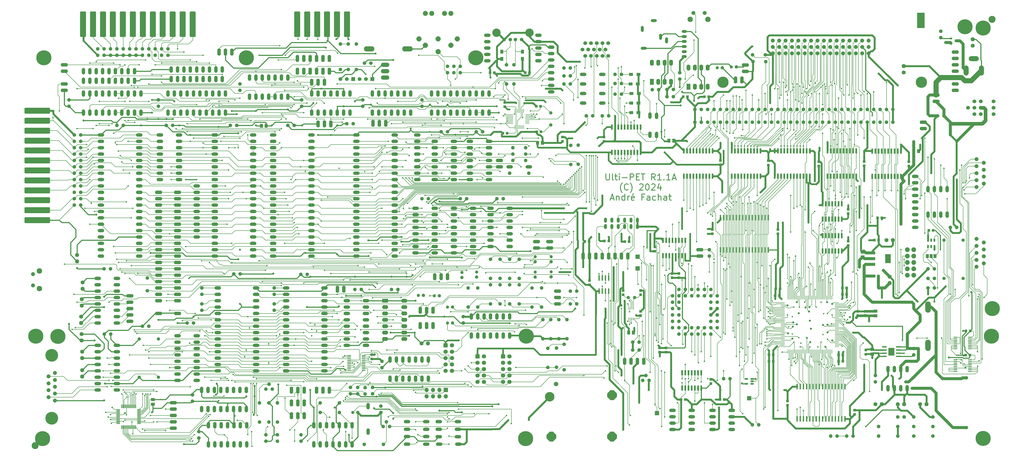
<source format=gtl>
G04 #@! TF.GenerationSoftware,KiCad,Pcbnew,8.0.3*
G04 #@! TF.CreationDate,2024-06-16T18:13:08+02:00*
G04 #@! TF.ProjectId,cbm_ultipet_v1,63626d5f-756c-4746-9970-65745f76312e,rev?*
G04 #@! TF.SameCoordinates,Original*
G04 #@! TF.FileFunction,Copper,L1,Top*
G04 #@! TF.FilePolarity,Positive*
%FSLAX46Y46*%
G04 Gerber Fmt 4.6, Leading zero omitted, Abs format (unit mm)*
G04 Created by KiCad (PCBNEW 8.0.3) date 2024-06-16 18:13:08*
%MOMM*%
%LPD*%
G01*
G04 APERTURE LIST*
G04 Aperture macros list*
%AMRoundRect*
0 Rectangle with rounded corners*
0 $1 Rounding radius*
0 $2 $3 $4 $5 $6 $7 $8 $9 X,Y pos of 4 corners*
0 Add a 4 corners polygon primitive as box body*
4,1,4,$2,$3,$4,$5,$6,$7,$8,$9,$2,$3,0*
0 Add four circle primitives for the rounded corners*
1,1,$1+$1,$2,$3*
1,1,$1+$1,$4,$5*
1,1,$1+$1,$6,$7*
1,1,$1+$1,$8,$9*
0 Add four rect primitives between the rounded corners*
20,1,$1+$1,$2,$3,$4,$5,0*
20,1,$1+$1,$4,$5,$6,$7,0*
20,1,$1+$1,$6,$7,$8,$9,0*
20,1,$1+$1,$8,$9,$2,$3,0*%
%AMOutline5P*
0 Free polygon, 5 corners , with rotation*
0 The origin of the aperture is its center*
0 number of corners: always 5*
0 $1 to $10 corner X, Y*
0 $11 Rotation angle, in degrees counterclockwise*
0 create outline with 5 corners*
4,1,5,$1,$2,$3,$4,$5,$6,$7,$8,$9,$10,$1,$2,$11*%
%AMOutline6P*
0 Free polygon, 6 corners , with rotation*
0 The origin of the aperture is its center*
0 number of corners: always 6*
0 $1 to $12 corner X, Y*
0 $13 Rotation angle, in degrees counterclockwise*
0 create outline with 6 corners*
4,1,6,$1,$2,$3,$4,$5,$6,$7,$8,$9,$10,$11,$12,$1,$2,$13*%
%AMOutline7P*
0 Free polygon, 7 corners , with rotation*
0 The origin of the aperture is its center*
0 number of corners: always 7*
0 $1 to $14 corner X, Y*
0 $15 Rotation angle, in degrees counterclockwise*
0 create outline with 7 corners*
4,1,7,$1,$2,$3,$4,$5,$6,$7,$8,$9,$10,$11,$12,$13,$14,$1,$2,$15*%
%AMOutline8P*
0 Free polygon, 8 corners , with rotation*
0 The origin of the aperture is its center*
0 number of corners: always 8*
0 $1 to $16 corner X, Y*
0 $17 Rotation angle, in degrees counterclockwise*
0 create outline with 8 corners*
4,1,8,$1,$2,$3,$4,$5,$6,$7,$8,$9,$10,$11,$12,$13,$14,$15,$16,$1,$2,$17*%
G04 Aperture macros list end*
%ADD10C,0.300000*%
G04 #@! TA.AperFunction,NonConductor*
%ADD11C,0.300000*%
G04 #@! TD*
G04 #@! TA.AperFunction,EtchedComponent*
%ADD12C,0.000000*%
G04 #@! TD*
G04 #@! TA.AperFunction,ComponentPad*
%ADD13C,1.524000*%
G04 #@! TD*
G04 #@! TA.AperFunction,ComponentPad*
%ADD14O,2.641600X1.320800*%
G04 #@! TD*
G04 #@! TA.AperFunction,ComponentPad*
%ADD15C,6.000000*%
G04 #@! TD*
G04 #@! TA.AperFunction,SMDPad,CuDef*
%ADD16R,1.910000X0.610000*%
G04 #@! TD*
G04 #@! TA.AperFunction,SMDPad,CuDef*
%ADD17R,2.410000X3.100000*%
G04 #@! TD*
G04 #@! TA.AperFunction,ComponentPad*
%ADD18O,2.844800X1.422400*%
G04 #@! TD*
G04 #@! TA.AperFunction,SMDPad,CuDef*
%ADD19R,1.100000X1.000000*%
G04 #@! TD*
G04 #@! TA.AperFunction,ComponentPad*
%ADD20R,1.500000X1.500000*%
G04 #@! TD*
G04 #@! TA.AperFunction,ComponentPad*
%ADD21C,1.500000*%
G04 #@! TD*
G04 #@! TA.AperFunction,ComponentPad*
%ADD22O,1.320800X2.641600*%
G04 #@! TD*
G04 #@! TA.AperFunction,ComponentPad*
%ADD23Outline8P,-0.660400X0.273547X-0.273547X0.660400X0.273547X0.660400X0.660400X0.273547X0.660400X-0.273547X0.273547X-0.660400X-0.273547X-0.660400X-0.660400X-0.273547X270.000000*%
G04 #@! TD*
G04 #@! TA.AperFunction,ComponentPad*
%ADD24C,1.600200*%
G04 #@! TD*
G04 #@! TA.AperFunction,ComponentPad*
%ADD25Outline8P,-0.800100X0.331412X-0.331412X0.800100X0.331412X0.800100X0.800100X0.331412X0.800100X-0.331412X0.331412X-0.800100X-0.331412X-0.800100X-0.800100X-0.331412X90.000000*%
G04 #@! TD*
G04 #@! TA.AperFunction,ComponentPad*
%ADD26Outline8P,-0.660400X0.273547X-0.273547X0.660400X0.273547X0.660400X0.660400X0.273547X0.660400X-0.273547X0.273547X-0.660400X-0.273547X-0.660400X-0.660400X-0.273547X0.000000*%
G04 #@! TD*
G04 #@! TA.AperFunction,ComponentPad*
%ADD27Outline8P,-0.762000X0.315631X-0.315631X0.762000X0.315631X0.762000X0.762000X0.315631X0.762000X-0.315631X0.315631X-0.762000X-0.315631X-0.762000X-0.762000X-0.315631X90.000000*%
G04 #@! TD*
G04 #@! TA.AperFunction,ComponentPad*
%ADD28O,2.000000X1.200000*%
G04 #@! TD*
G04 #@! TA.AperFunction,SMDPad,CuDef*
%ADD29R,1.000000X1.100000*%
G04 #@! TD*
G04 #@! TA.AperFunction,SMDPad,CuDef*
%ADD30R,1.300000X1.500000*%
G04 #@! TD*
G04 #@! TA.AperFunction,ComponentPad*
%ADD31Outline8P,-0.660400X0.273547X-0.273547X0.660400X0.273547X0.660400X0.660400X0.273547X0.660400X-0.273547X0.273547X-0.660400X-0.273547X-0.660400X-0.660400X-0.273547X90.000000*%
G04 #@! TD*
G04 #@! TA.AperFunction,ComponentPad*
%ADD32Outline8P,-0.660400X0.273547X-0.273547X0.660400X0.273547X0.660400X0.660400X0.273547X0.660400X-0.273547X0.273547X-0.660400X-0.273547X-0.660400X-0.660400X-0.273547X180.000000*%
G04 #@! TD*
G04 #@! TA.AperFunction,ComponentPad*
%ADD33O,1.422400X2.844800*%
G04 #@! TD*
G04 #@! TA.AperFunction,ComponentPad*
%ADD34Outline8P,-0.762000X0.315631X-0.315631X0.762000X0.315631X0.762000X0.762000X0.315631X0.762000X-0.315631X0.315631X-0.762000X-0.315631X-0.762000X-0.762000X-0.315631X270.000000*%
G04 #@! TD*
G04 #@! TA.AperFunction,ComponentPad*
%ADD35C,2.159000*%
G04 #@! TD*
G04 #@! TA.AperFunction,ComponentPad*
%ADD36R,1.600000X2.400000*%
G04 #@! TD*
G04 #@! TA.AperFunction,ComponentPad*
%ADD37O,1.600000X2.400000*%
G04 #@! TD*
G04 #@! TA.AperFunction,ComponentPad*
%ADD38R,1.700000X1.700000*%
G04 #@! TD*
G04 #@! TA.AperFunction,SMDPad,CuDef*
%ADD39R,1.200000X1.500000*%
G04 #@! TD*
G04 #@! TA.AperFunction,ComponentPad*
%ADD40Outline8P,-0.800100X0.331412X-0.331412X0.800100X0.331412X0.800100X0.800100X0.331412X0.800100X-0.331412X0.331412X-0.800100X-0.331412X-0.800100X-0.800100X-0.331412X270.000000*%
G04 #@! TD*
G04 #@! TA.AperFunction,ComponentPad*
%ADD41RoundRect,0.250000X-0.600000X-0.600000X0.600000X-0.600000X0.600000X0.600000X-0.600000X0.600000X0*%
G04 #@! TD*
G04 #@! TA.AperFunction,ComponentPad*
%ADD42C,1.700000*%
G04 #@! TD*
G04 #@! TA.AperFunction,SMDPad,CuDef*
%ADD43R,1.500000X1.200000*%
G04 #@! TD*
G04 #@! TA.AperFunction,ComponentPad*
%ADD44C,1.270000*%
G04 #@! TD*
G04 #@! TA.AperFunction,ComponentPad*
%ADD45Outline8P,-0.635000X0.263026X-0.263026X0.635000X0.263026X0.635000X0.635000X0.263026X0.635000X-0.263026X0.263026X-0.635000X-0.263026X-0.635000X-0.635000X-0.263026X270.000000*%
G04 #@! TD*
G04 #@! TA.AperFunction,ComponentPad*
%ADD46Outline8P,-0.635000X0.263026X-0.263026X0.635000X0.263026X0.635000X0.635000X0.263026X0.635000X-0.263026X0.263026X-0.635000X-0.263026X-0.635000X-0.635000X-0.263026X0.000000*%
G04 #@! TD*
G04 #@! TA.AperFunction,ComponentPad*
%ADD47Outline8P,-0.800100X0.331412X-0.331412X0.800100X0.331412X0.800100X0.800100X0.331412X0.800100X-0.331412X0.331412X-0.800100X-0.331412X-0.800100X-0.800100X-0.331412X0.000000*%
G04 #@! TD*
G04 #@! TA.AperFunction,ComponentPad*
%ADD48C,1.320800*%
G04 #@! TD*
G04 #@! TA.AperFunction,SMDPad,CuDef*
%ADD49RoundRect,0.100000X-0.637500X-0.100000X0.637500X-0.100000X0.637500X0.100000X-0.637500X0.100000X0*%
G04 #@! TD*
G04 #@! TA.AperFunction,SMDPad,CuDef*
%ADD50R,0.660400X2.032000*%
G04 #@! TD*
G04 #@! TA.AperFunction,SMDPad,CuDef*
%ADD51R,0.600000X2.200000*%
G04 #@! TD*
G04 #@! TA.AperFunction,SMDPad,CuDef*
%ADD52RoundRect,0.358140X0.835660X4.721860X-0.835660X4.721860X-0.835660X-4.721860X0.835660X-4.721860X0*%
G04 #@! TD*
G04 #@! TA.AperFunction,SMDPad,CuDef*
%ADD53RoundRect,0.062500X0.062500X-0.662500X0.062500X0.662500X-0.062500X0.662500X-0.062500X-0.662500X0*%
G04 #@! TD*
G04 #@! TA.AperFunction,SMDPad,CuDef*
%ADD54RoundRect,0.062500X0.662500X-0.062500X0.662500X0.062500X-0.662500X0.062500X-0.662500X-0.062500X0*%
G04 #@! TD*
G04 #@! TA.AperFunction,SMDPad,CuDef*
%ADD55R,1.500000X1.300000*%
G04 #@! TD*
G04 #@! TA.AperFunction,ComponentPad*
%ADD56O,1.700000X1.700000*%
G04 #@! TD*
G04 #@! TA.AperFunction,SMDPad,CuDef*
%ADD57R,0.635000X1.270000*%
G04 #@! TD*
G04 #@! TA.AperFunction,SMDPad,CuDef*
%ADD58R,1.500000X0.270000*%
G04 #@! TD*
G04 #@! TA.AperFunction,SMDPad,CuDef*
%ADD59R,0.270000X1.500000*%
G04 #@! TD*
G04 #@! TA.AperFunction,ComponentPad*
%ADD60C,5.080000*%
G04 #@! TD*
G04 #@! TA.AperFunction,SMDPad,CuDef*
%ADD61R,1.168400X1.600200*%
G04 #@! TD*
G04 #@! TA.AperFunction,ComponentPad*
%ADD62O,4.191000X2.095500*%
G04 #@! TD*
G04 #@! TA.AperFunction,ComponentPad*
%ADD63O,2.247900X4.495800*%
G04 #@! TD*
G04 #@! TA.AperFunction,SMDPad,CuDef*
%ADD64RoundRect,0.358140X-4.721860X0.835660X-4.721860X-0.835660X4.721860X-0.835660X4.721860X0.835660X0*%
G04 #@! TD*
G04 #@! TA.AperFunction,ComponentPad*
%ADD65Outline8P,-0.711200X0.294589X-0.294589X0.711200X0.294589X0.711200X0.711200X0.294589X0.711200X-0.294589X0.294589X-0.711200X-0.294589X-0.711200X-0.711200X-0.294589X270.000000*%
G04 #@! TD*
G04 #@! TA.AperFunction,ComponentPad*
%ADD66O,2.400000X1.200000*%
G04 #@! TD*
G04 #@! TA.AperFunction,ComponentPad*
%ADD67O,1.200000X2.400000*%
G04 #@! TD*
G04 #@! TA.AperFunction,ComponentPad*
%ADD68C,1.422400*%
G04 #@! TD*
G04 #@! TA.AperFunction,ComponentPad*
%ADD69C,3.327400*%
G04 #@! TD*
G04 #@! TA.AperFunction,ComponentPad*
%ADD70O,2.000000X4.000000*%
G04 #@! TD*
G04 #@! TA.AperFunction,ComponentPad*
%ADD71O,4.000000X2.000000*%
G04 #@! TD*
G04 #@! TA.AperFunction,SMDPad,CuDef*
%ADD72RoundRect,0.150000X0.512500X0.150000X-0.512500X0.150000X-0.512500X-0.150000X0.512500X-0.150000X0*%
G04 #@! TD*
G04 #@! TA.AperFunction,ComponentPad*
%ADD73R,2.400000X1.600000*%
G04 #@! TD*
G04 #@! TA.AperFunction,ComponentPad*
%ADD74O,2.400000X1.600000*%
G04 #@! TD*
G04 #@! TA.AperFunction,SMDPad,CuDef*
%ADD75R,2.235000X1.219000*%
G04 #@! TD*
G04 #@! TA.AperFunction,SMDPad,CuDef*
%ADD76R,2.200000X3.600000*%
G04 #@! TD*
G04 #@! TA.AperFunction,SMDPad,CuDef*
%ADD77RoundRect,0.075000X-0.075000X0.662500X-0.075000X-0.662500X0.075000X-0.662500X0.075000X0.662500X0*%
G04 #@! TD*
G04 #@! TA.AperFunction,SMDPad,CuDef*
%ADD78RoundRect,0.075000X-0.662500X0.075000X-0.662500X-0.075000X0.662500X-0.075000X0.662500X0.075000X0*%
G04 #@! TD*
G04 #@! TA.AperFunction,ComponentPad*
%ADD79O,3.352800X1.676400*%
G04 #@! TD*
G04 #@! TA.AperFunction,ComponentPad*
%ADD80Outline8P,-0.711200X0.294589X-0.294589X0.711200X0.294589X0.711200X0.711200X0.294589X0.711200X-0.294589X0.294589X-0.711200X-0.294589X-0.711200X-0.711200X-0.294589X0.000000*%
G04 #@! TD*
G04 #@! TA.AperFunction,ComponentPad*
%ADD81Outline8P,-0.762000X0.315631X-0.315631X0.762000X0.315631X0.762000X0.762000X0.315631X0.762000X-0.315631X0.315631X-0.762000X-0.315631X-0.762000X-0.762000X-0.315631X180.000000*%
G04 #@! TD*
G04 #@! TA.AperFunction,ComponentPad*
%ADD82C,1.408000*%
G04 #@! TD*
G04 #@! TA.AperFunction,ComponentPad*
%ADD83C,1.397000*%
G04 #@! TD*
G04 #@! TA.AperFunction,ComponentPad*
%ADD84Outline8P,-0.698500X0.289328X-0.289328X0.698500X0.289328X0.698500X0.698500X0.289328X0.698500X-0.289328X0.289328X-0.698500X-0.289328X-0.698500X-0.698500X-0.289328X90.000000*%
G04 #@! TD*
G04 #@! TA.AperFunction,ComponentPad*
%ADD85Outline8P,-0.711200X0.294589X-0.294589X0.711200X0.294589X0.711200X0.711200X0.294589X0.711200X-0.294589X0.294589X-0.711200X-0.294589X-0.711200X-0.711200X-0.294589X180.000000*%
G04 #@! TD*
G04 #@! TA.AperFunction,ComponentPad*
%ADD86Outline8P,-0.990600X0.410320X-0.410320X0.990600X0.410320X0.990600X0.990600X0.410320X0.990600X-0.410320X0.410320X-0.990600X-0.410320X-0.990600X-0.990600X-0.410320X180.000000*%
G04 #@! TD*
G04 #@! TA.AperFunction,ComponentPad*
%ADD87C,1.981200*%
G04 #@! TD*
G04 #@! TA.AperFunction,SMDPad,CuDef*
%ADD88R,0.250000X1.000000*%
G04 #@! TD*
G04 #@! TA.AperFunction,SMDPad,CuDef*
%ADD89R,0.900000X0.800000*%
G04 #@! TD*
G04 #@! TA.AperFunction,ComponentPad*
%ADD90C,1.879600*%
G04 #@! TD*
G04 #@! TA.AperFunction,ComponentPad*
%ADD91C,1.778000*%
G04 #@! TD*
G04 #@! TA.AperFunction,ComponentPad*
%ADD92C,3.810000*%
G04 #@! TD*
G04 #@! TA.AperFunction,ComponentPad*
%ADD93O,1.200000X2.000000*%
G04 #@! TD*
G04 #@! TA.AperFunction,ComponentPad*
%ADD94Outline8P,-0.711200X0.294589X-0.294589X0.711200X0.294589X0.711200X0.711200X0.294589X0.711200X-0.294589X0.294589X-0.711200X-0.294589X-0.711200X-0.711200X-0.294589X90.000000*%
G04 #@! TD*
G04 #@! TA.AperFunction,ViaPad*
%ADD95C,2.800000*%
G04 #@! TD*
G04 #@! TA.AperFunction,ViaPad*
%ADD96C,0.600000*%
G04 #@! TD*
G04 #@! TA.AperFunction,ViaPad*
%ADD97C,0.800000*%
G04 #@! TD*
G04 #@! TA.AperFunction,ViaPad*
%ADD98C,4.500000*%
G04 #@! TD*
G04 #@! TA.AperFunction,Conductor*
%ADD99C,0.400000*%
G04 #@! TD*
G04 #@! TA.AperFunction,Conductor*
%ADD100C,0.800000*%
G04 #@! TD*
G04 #@! TA.AperFunction,Conductor*
%ADD101C,0.200000*%
G04 #@! TD*
G04 #@! TA.AperFunction,Conductor*
%ADD102C,0.700000*%
G04 #@! TD*
G04 #@! TA.AperFunction,Conductor*
%ADD103C,2.000000*%
G04 #@! TD*
G04 #@! TA.AperFunction,Conductor*
%ADD104C,1.200000*%
G04 #@! TD*
G04 #@! TA.AperFunction,Conductor*
%ADD105C,1.000000*%
G04 #@! TD*
G04 #@! TA.AperFunction,Conductor*
%ADD106C,1.400000*%
G04 #@! TD*
G04 #@! TA.AperFunction,Conductor*
%ADD107C,0.600000*%
G04 #@! TD*
G04 APERTURE END LIST*
D10*
D11*
X247810477Y-108191227D02*
X247810477Y-110215037D01*
X247810477Y-110215037D02*
X247929524Y-110453132D01*
X247929524Y-110453132D02*
X248048572Y-110572180D01*
X248048572Y-110572180D02*
X248286667Y-110691227D01*
X248286667Y-110691227D02*
X248762858Y-110691227D01*
X248762858Y-110691227D02*
X249000953Y-110572180D01*
X249000953Y-110572180D02*
X249120000Y-110453132D01*
X249120000Y-110453132D02*
X249239048Y-110215037D01*
X249239048Y-110215037D02*
X249239048Y-108191227D01*
X250786667Y-110691227D02*
X250548572Y-110572180D01*
X250548572Y-110572180D02*
X250429525Y-110334084D01*
X250429525Y-110334084D02*
X250429525Y-108191227D01*
X251381906Y-109024560D02*
X252334287Y-109024560D01*
X251739049Y-108191227D02*
X251739049Y-110334084D01*
X251739049Y-110334084D02*
X251858096Y-110572180D01*
X251858096Y-110572180D02*
X252096191Y-110691227D01*
X252096191Y-110691227D02*
X252334287Y-110691227D01*
X253167620Y-110691227D02*
X253167620Y-109024560D01*
X253167620Y-108191227D02*
X253048572Y-108310275D01*
X253048572Y-108310275D02*
X253167620Y-108429322D01*
X253167620Y-108429322D02*
X253286667Y-108310275D01*
X253286667Y-108310275D02*
X253167620Y-108191227D01*
X253167620Y-108191227D02*
X253167620Y-108429322D01*
X254358096Y-109738846D02*
X256262858Y-109738846D01*
X257453334Y-110691227D02*
X257453334Y-108191227D01*
X257453334Y-108191227D02*
X258405715Y-108191227D01*
X258405715Y-108191227D02*
X258643810Y-108310275D01*
X258643810Y-108310275D02*
X258762857Y-108429322D01*
X258762857Y-108429322D02*
X258881905Y-108667418D01*
X258881905Y-108667418D02*
X258881905Y-109024560D01*
X258881905Y-109024560D02*
X258762857Y-109262656D01*
X258762857Y-109262656D02*
X258643810Y-109381703D01*
X258643810Y-109381703D02*
X258405715Y-109500751D01*
X258405715Y-109500751D02*
X257453334Y-109500751D01*
X259953334Y-109381703D02*
X260786667Y-109381703D01*
X261143810Y-110691227D02*
X259953334Y-110691227D01*
X259953334Y-110691227D02*
X259953334Y-108191227D01*
X259953334Y-108191227D02*
X261143810Y-108191227D01*
X261858096Y-108191227D02*
X263286667Y-108191227D01*
X262572381Y-110691227D02*
X262572381Y-108191227D01*
X267453334Y-110691227D02*
X266620001Y-109500751D01*
X266024763Y-110691227D02*
X266024763Y-108191227D01*
X266024763Y-108191227D02*
X266977144Y-108191227D01*
X266977144Y-108191227D02*
X267215239Y-108310275D01*
X267215239Y-108310275D02*
X267334286Y-108429322D01*
X267334286Y-108429322D02*
X267453334Y-108667418D01*
X267453334Y-108667418D02*
X267453334Y-109024560D01*
X267453334Y-109024560D02*
X267334286Y-109262656D01*
X267334286Y-109262656D02*
X267215239Y-109381703D01*
X267215239Y-109381703D02*
X266977144Y-109500751D01*
X266977144Y-109500751D02*
X266024763Y-109500751D01*
X269834286Y-110691227D02*
X268405715Y-110691227D01*
X269120001Y-110691227D02*
X269120001Y-108191227D01*
X269120001Y-108191227D02*
X268881905Y-108548370D01*
X268881905Y-108548370D02*
X268643810Y-108786465D01*
X268643810Y-108786465D02*
X268405715Y-108905513D01*
X270905715Y-110453132D02*
X271024762Y-110572180D01*
X271024762Y-110572180D02*
X270905715Y-110691227D01*
X270905715Y-110691227D02*
X270786667Y-110572180D01*
X270786667Y-110572180D02*
X270905715Y-110453132D01*
X270905715Y-110453132D02*
X270905715Y-110691227D01*
X273405714Y-110691227D02*
X271977143Y-110691227D01*
X272691429Y-110691227D02*
X272691429Y-108191227D01*
X272691429Y-108191227D02*
X272453333Y-108548370D01*
X272453333Y-108548370D02*
X272215238Y-108786465D01*
X272215238Y-108786465D02*
X271977143Y-108905513D01*
X274358095Y-109976941D02*
X275548571Y-109976941D01*
X274120000Y-110691227D02*
X274953333Y-108191227D01*
X274953333Y-108191227D02*
X275786666Y-110691227D01*
X254298571Y-115668468D02*
X254179524Y-115549420D01*
X254179524Y-115549420D02*
X253941428Y-115192278D01*
X253941428Y-115192278D02*
X253822381Y-114954182D01*
X253822381Y-114954182D02*
X253703333Y-114597040D01*
X253703333Y-114597040D02*
X253584286Y-114001801D01*
X253584286Y-114001801D02*
X253584286Y-113525611D01*
X253584286Y-113525611D02*
X253703333Y-112930373D01*
X253703333Y-112930373D02*
X253822381Y-112573230D01*
X253822381Y-112573230D02*
X253941428Y-112335135D01*
X253941428Y-112335135D02*
X254179524Y-111977992D01*
X254179524Y-111977992D02*
X254298571Y-111858944D01*
X256679524Y-114477992D02*
X256560476Y-114597040D01*
X256560476Y-114597040D02*
X256203334Y-114716087D01*
X256203334Y-114716087D02*
X255965238Y-114716087D01*
X255965238Y-114716087D02*
X255608095Y-114597040D01*
X255608095Y-114597040D02*
X255370000Y-114358944D01*
X255370000Y-114358944D02*
X255250953Y-114120849D01*
X255250953Y-114120849D02*
X255131905Y-113644659D01*
X255131905Y-113644659D02*
X255131905Y-113287516D01*
X255131905Y-113287516D02*
X255250953Y-112811325D01*
X255250953Y-112811325D02*
X255370000Y-112573230D01*
X255370000Y-112573230D02*
X255608095Y-112335135D01*
X255608095Y-112335135D02*
X255965238Y-112216087D01*
X255965238Y-112216087D02*
X256203334Y-112216087D01*
X256203334Y-112216087D02*
X256560476Y-112335135D01*
X256560476Y-112335135D02*
X256679524Y-112454182D01*
X257512857Y-115668468D02*
X257631905Y-115549420D01*
X257631905Y-115549420D02*
X257870000Y-115192278D01*
X257870000Y-115192278D02*
X257989048Y-114954182D01*
X257989048Y-114954182D02*
X258108095Y-114597040D01*
X258108095Y-114597040D02*
X258227143Y-114001801D01*
X258227143Y-114001801D02*
X258227143Y-113525611D01*
X258227143Y-113525611D02*
X258108095Y-112930373D01*
X258108095Y-112930373D02*
X257989048Y-112573230D01*
X257989048Y-112573230D02*
X257870000Y-112335135D01*
X257870000Y-112335135D02*
X257631905Y-111977992D01*
X257631905Y-111977992D02*
X257512857Y-111858944D01*
X261203334Y-112454182D02*
X261322382Y-112335135D01*
X261322382Y-112335135D02*
X261560477Y-112216087D01*
X261560477Y-112216087D02*
X262155715Y-112216087D01*
X262155715Y-112216087D02*
X262393810Y-112335135D01*
X262393810Y-112335135D02*
X262512858Y-112454182D01*
X262512858Y-112454182D02*
X262631905Y-112692278D01*
X262631905Y-112692278D02*
X262631905Y-112930373D01*
X262631905Y-112930373D02*
X262512858Y-113287516D01*
X262512858Y-113287516D02*
X261084286Y-114716087D01*
X261084286Y-114716087D02*
X262631905Y-114716087D01*
X264179524Y-112216087D02*
X264417619Y-112216087D01*
X264417619Y-112216087D02*
X264655715Y-112335135D01*
X264655715Y-112335135D02*
X264774762Y-112454182D01*
X264774762Y-112454182D02*
X264893810Y-112692278D01*
X264893810Y-112692278D02*
X265012857Y-113168468D01*
X265012857Y-113168468D02*
X265012857Y-113763706D01*
X265012857Y-113763706D02*
X264893810Y-114239897D01*
X264893810Y-114239897D02*
X264774762Y-114477992D01*
X264774762Y-114477992D02*
X264655715Y-114597040D01*
X264655715Y-114597040D02*
X264417619Y-114716087D01*
X264417619Y-114716087D02*
X264179524Y-114716087D01*
X264179524Y-114716087D02*
X263941429Y-114597040D01*
X263941429Y-114597040D02*
X263822381Y-114477992D01*
X263822381Y-114477992D02*
X263703334Y-114239897D01*
X263703334Y-114239897D02*
X263584286Y-113763706D01*
X263584286Y-113763706D02*
X263584286Y-113168468D01*
X263584286Y-113168468D02*
X263703334Y-112692278D01*
X263703334Y-112692278D02*
X263822381Y-112454182D01*
X263822381Y-112454182D02*
X263941429Y-112335135D01*
X263941429Y-112335135D02*
X264179524Y-112216087D01*
X265965238Y-112454182D02*
X266084286Y-112335135D01*
X266084286Y-112335135D02*
X266322381Y-112216087D01*
X266322381Y-112216087D02*
X266917619Y-112216087D01*
X266917619Y-112216087D02*
X267155714Y-112335135D01*
X267155714Y-112335135D02*
X267274762Y-112454182D01*
X267274762Y-112454182D02*
X267393809Y-112692278D01*
X267393809Y-112692278D02*
X267393809Y-112930373D01*
X267393809Y-112930373D02*
X267274762Y-113287516D01*
X267274762Y-113287516D02*
X265846190Y-114716087D01*
X265846190Y-114716087D02*
X267393809Y-114716087D01*
X269536666Y-113049420D02*
X269536666Y-114716087D01*
X268941428Y-112097040D02*
X268346190Y-113882754D01*
X268346190Y-113882754D02*
X269893809Y-113882754D01*
X249715238Y-118026661D02*
X250905714Y-118026661D01*
X249477143Y-118740947D02*
X250310476Y-116240947D01*
X250310476Y-116240947D02*
X251143809Y-118740947D01*
X251977143Y-117074280D02*
X251977143Y-118740947D01*
X251977143Y-117312376D02*
X252096190Y-117193328D01*
X252096190Y-117193328D02*
X252334285Y-117074280D01*
X252334285Y-117074280D02*
X252691428Y-117074280D01*
X252691428Y-117074280D02*
X252929524Y-117193328D01*
X252929524Y-117193328D02*
X253048571Y-117431423D01*
X253048571Y-117431423D02*
X253048571Y-118740947D01*
X255310476Y-118740947D02*
X255310476Y-116240947D01*
X255310476Y-118621900D02*
X255072381Y-118740947D01*
X255072381Y-118740947D02*
X254596190Y-118740947D01*
X254596190Y-118740947D02*
X254358095Y-118621900D01*
X254358095Y-118621900D02*
X254239048Y-118502852D01*
X254239048Y-118502852D02*
X254120000Y-118264757D01*
X254120000Y-118264757D02*
X254120000Y-117550471D01*
X254120000Y-117550471D02*
X254239048Y-117312376D01*
X254239048Y-117312376D02*
X254358095Y-117193328D01*
X254358095Y-117193328D02*
X254596190Y-117074280D01*
X254596190Y-117074280D02*
X255072381Y-117074280D01*
X255072381Y-117074280D02*
X255310476Y-117193328D01*
X256500953Y-118740947D02*
X256500953Y-117074280D01*
X256500953Y-117550471D02*
X256620000Y-117312376D01*
X256620000Y-117312376D02*
X256739048Y-117193328D01*
X256739048Y-117193328D02*
X256977143Y-117074280D01*
X256977143Y-117074280D02*
X257215238Y-117074280D01*
X259000953Y-118621900D02*
X258762857Y-118740947D01*
X258762857Y-118740947D02*
X258286667Y-118740947D01*
X258286667Y-118740947D02*
X258048572Y-118621900D01*
X258048572Y-118621900D02*
X257929524Y-118383804D01*
X257929524Y-118383804D02*
X257929524Y-117431423D01*
X257929524Y-117431423D02*
X258048572Y-117193328D01*
X258048572Y-117193328D02*
X258286667Y-117074280D01*
X258286667Y-117074280D02*
X258762857Y-117074280D01*
X258762857Y-117074280D02*
X259000953Y-117193328D01*
X259000953Y-117193328D02*
X259120000Y-117431423D01*
X259120000Y-117431423D02*
X259120000Y-117669519D01*
X259120000Y-117669519D02*
X257929524Y-117907614D01*
X258762857Y-116121900D02*
X258405714Y-116479042D01*
X262929524Y-117431423D02*
X262096191Y-117431423D01*
X262096191Y-118740947D02*
X262096191Y-116240947D01*
X262096191Y-116240947D02*
X263286667Y-116240947D01*
X265310476Y-118740947D02*
X265310476Y-117431423D01*
X265310476Y-117431423D02*
X265191429Y-117193328D01*
X265191429Y-117193328D02*
X264953333Y-117074280D01*
X264953333Y-117074280D02*
X264477143Y-117074280D01*
X264477143Y-117074280D02*
X264239048Y-117193328D01*
X265310476Y-118621900D02*
X265072381Y-118740947D01*
X265072381Y-118740947D02*
X264477143Y-118740947D01*
X264477143Y-118740947D02*
X264239048Y-118621900D01*
X264239048Y-118621900D02*
X264120000Y-118383804D01*
X264120000Y-118383804D02*
X264120000Y-118145709D01*
X264120000Y-118145709D02*
X264239048Y-117907614D01*
X264239048Y-117907614D02*
X264477143Y-117788566D01*
X264477143Y-117788566D02*
X265072381Y-117788566D01*
X265072381Y-117788566D02*
X265310476Y-117669519D01*
X267572381Y-118621900D02*
X267334286Y-118740947D01*
X267334286Y-118740947D02*
X266858095Y-118740947D01*
X266858095Y-118740947D02*
X266620000Y-118621900D01*
X266620000Y-118621900D02*
X266500953Y-118502852D01*
X266500953Y-118502852D02*
X266381905Y-118264757D01*
X266381905Y-118264757D02*
X266381905Y-117550471D01*
X266381905Y-117550471D02*
X266500953Y-117312376D01*
X266500953Y-117312376D02*
X266620000Y-117193328D01*
X266620000Y-117193328D02*
X266858095Y-117074280D01*
X266858095Y-117074280D02*
X267334286Y-117074280D01*
X267334286Y-117074280D02*
X267572381Y-117193328D01*
X268643810Y-118740947D02*
X268643810Y-116240947D01*
X269715238Y-118740947D02*
X269715238Y-117431423D01*
X269715238Y-117431423D02*
X269596191Y-117193328D01*
X269596191Y-117193328D02*
X269358095Y-117074280D01*
X269358095Y-117074280D02*
X269000952Y-117074280D01*
X269000952Y-117074280D02*
X268762857Y-117193328D01*
X268762857Y-117193328D02*
X268643810Y-117312376D01*
X271977143Y-118740947D02*
X271977143Y-117431423D01*
X271977143Y-117431423D02*
X271858096Y-117193328D01*
X271858096Y-117193328D02*
X271620000Y-117074280D01*
X271620000Y-117074280D02*
X271143810Y-117074280D01*
X271143810Y-117074280D02*
X270905715Y-117193328D01*
X271977143Y-118621900D02*
X271739048Y-118740947D01*
X271739048Y-118740947D02*
X271143810Y-118740947D01*
X271143810Y-118740947D02*
X270905715Y-118621900D01*
X270905715Y-118621900D02*
X270786667Y-118383804D01*
X270786667Y-118383804D02*
X270786667Y-118145709D01*
X270786667Y-118145709D02*
X270905715Y-117907614D01*
X270905715Y-117907614D02*
X271143810Y-117788566D01*
X271143810Y-117788566D02*
X271739048Y-117788566D01*
X271739048Y-117788566D02*
X271977143Y-117669519D01*
X272810477Y-117074280D02*
X273762858Y-117074280D01*
X273167620Y-116240947D02*
X273167620Y-118383804D01*
X273167620Y-118383804D02*
X273286667Y-118621900D01*
X273286667Y-118621900D02*
X273524762Y-118740947D01*
X273524762Y-118740947D02*
X273762858Y-118740947D01*
D12*
G04 #@! TA.AperFunction,EtchedComponent*
G36*
X228084643Y-212224456D02*
G01*
X228084643Y-213547062D01*
X226777446Y-214854259D01*
X225454840Y-214854259D01*
X224147643Y-213547062D01*
X224147643Y-212224456D01*
X225454840Y-210917259D01*
X226777446Y-210917259D01*
X228084643Y-212224456D01*
G37*
G04 #@! TD.AperFunction*
G04 #@! TA.AperFunction,EtchedComponent*
G36*
X252214643Y-195714456D02*
G01*
X252214643Y-197037062D01*
X250907446Y-198344259D01*
X249584840Y-198344259D01*
X248277643Y-197037062D01*
X248277643Y-195714456D01*
X249584840Y-194407259D01*
X250907446Y-194407259D01*
X252214643Y-195714456D01*
G37*
G04 #@! TD.AperFunction*
G04 #@! TA.AperFunction,EtchedComponent*
G36*
X252214643Y-212224456D02*
G01*
X252214643Y-213547062D01*
X250907446Y-214854259D01*
X249584840Y-214854259D01*
X248277643Y-213547062D01*
X248277643Y-212224456D01*
X249584840Y-210917259D01*
X250907446Y-210917259D01*
X252214643Y-212224456D01*
G37*
G04 #@! TD.AperFunction*
D13*
X396875000Y-84455000D03*
X396875000Y-81915000D03*
X396875000Y-79375000D03*
X394335000Y-84455000D03*
X391795000Y-81915000D03*
X394335000Y-81915000D03*
X394335000Y-79375000D03*
X401955000Y-79375000D03*
X401955000Y-84455000D03*
X401955000Y-81915000D03*
D14*
X179772652Y-95250000D03*
X179772652Y-97790000D03*
X179772652Y-100330000D03*
X179772652Y-102870000D03*
X179772652Y-105410000D03*
X179772652Y-107950000D03*
X179772652Y-110490000D03*
X187392652Y-110490000D03*
X187392652Y-107950000D03*
X187392652Y-105410000D03*
X187392652Y-102870000D03*
X187392652Y-100330000D03*
X187392652Y-97790000D03*
X187392652Y-95250000D03*
D15*
X196100000Y-62000000D03*
D16*
X364095000Y-180975000D03*
X364095000Y-179705000D03*
X364095000Y-178435000D03*
X364095000Y-177165000D03*
X358535000Y-177165000D03*
X358535000Y-178435000D03*
X358535000Y-179705000D03*
X358535000Y-180975000D03*
D17*
X361315000Y-179070000D03*
D18*
X69882208Y-163830000D03*
X69882208Y-158750000D03*
X69882208Y-156210000D03*
X69882208Y-153670000D03*
X69882208Y-151130000D03*
X69882208Y-148590000D03*
X69882208Y-146050000D03*
X69882208Y-143510000D03*
X69882208Y-140970000D03*
X69882208Y-138430000D03*
X69882208Y-135890000D03*
X69882208Y-133350000D03*
X69882208Y-130810000D03*
X69882208Y-128270000D03*
X69882208Y-125730000D03*
X69882208Y-123190000D03*
X69882208Y-120650000D03*
X69882208Y-118110000D03*
X69882208Y-115570000D03*
D19*
X241093210Y-135144172D03*
X239393210Y-135144172D03*
D20*
X147330000Y-70485000D03*
D21*
X144790000Y-70485000D03*
X142250000Y-70485000D03*
D22*
X359958100Y-193675000D03*
X362498100Y-193675000D03*
X365038100Y-193675000D03*
X367578100Y-193675000D03*
X367578100Y-186055000D03*
X365038100Y-186055000D03*
X362498100Y-186055000D03*
X359958100Y-186055000D03*
D23*
X112609083Y-212147653D03*
X112609083Y-214687653D03*
D15*
X29850000Y-173000000D03*
D24*
X393700000Y-57150000D03*
D25*
X393700000Y-54610000D03*
D23*
X225901303Y-166255804D03*
X225901303Y-173875804D03*
D18*
X32385000Y-74930000D03*
X32385000Y-72390000D03*
D23*
X231224246Y-176146831D03*
X231224246Y-186306831D03*
D19*
X206795000Y-92075000D03*
X208495000Y-92075000D03*
D23*
X213360000Y-152400000D03*
X213360000Y-160020000D03*
D14*
X92272410Y-92710000D03*
X92272410Y-95250000D03*
X92272410Y-97790000D03*
X92272410Y-100330000D03*
X92272410Y-102870000D03*
X92272410Y-105410000D03*
X92272410Y-107950000D03*
X92272410Y-110490000D03*
X92272410Y-113030000D03*
X92272410Y-115570000D03*
X92272410Y-118110000D03*
X92272410Y-120650000D03*
X92272410Y-123190000D03*
X92272410Y-125730000D03*
X92272410Y-128270000D03*
X92272410Y-130810000D03*
X92272410Y-133350000D03*
X92272410Y-135890000D03*
X92272410Y-138430000D03*
X92272410Y-140970000D03*
X107512410Y-140970000D03*
X107512410Y-138430000D03*
X107512410Y-135890000D03*
X107512410Y-133350000D03*
X107512410Y-130810000D03*
X107512410Y-128270000D03*
X107512410Y-125730000D03*
X107512410Y-123190000D03*
X107512410Y-120650000D03*
X107512410Y-118110000D03*
X107512410Y-115570000D03*
X107512410Y-113030000D03*
X107512410Y-110490000D03*
X107512410Y-107950000D03*
X107512410Y-105410000D03*
X107512410Y-102870000D03*
X107512410Y-100330000D03*
X107512410Y-97790000D03*
X107512410Y-95250000D03*
X107512410Y-92710000D03*
D26*
X258445000Y-178435000D03*
X260985000Y-178435000D03*
D27*
X395237500Y-145237200D03*
X395237500Y-142468600D03*
X395237500Y-139700000D03*
X395237500Y-136931400D03*
X395237500Y-134162800D03*
X398081100Y-143852900D03*
X398081100Y-141084300D03*
X398081100Y-138315700D03*
X398081100Y-135547100D03*
D26*
X370205000Y-212725000D03*
X377825000Y-212725000D03*
D14*
X193675000Y-95250000D03*
X193675000Y-97790000D03*
X193675000Y-100330000D03*
X193675000Y-102870000D03*
X193675000Y-105410000D03*
X193675000Y-107950000D03*
X193675000Y-110490000D03*
X201295000Y-110490000D03*
X201295000Y-107950000D03*
X201295000Y-105410000D03*
X201295000Y-102870000D03*
X201295000Y-100330000D03*
X201295000Y-97790000D03*
X201295000Y-95250000D03*
D28*
X278989828Y-55501408D03*
X278989828Y-57501408D03*
X278989828Y-59501408D03*
X278989828Y-53501408D03*
X278989828Y-51501408D03*
X278989828Y-61501408D03*
D18*
X220190344Y-137795000D03*
X220190344Y-135255000D03*
D19*
X222004390Y-91440000D03*
X220304390Y-91440000D03*
D15*
X397830000Y-213598652D03*
D29*
X271780000Y-179285000D03*
X271780000Y-177585000D03*
D30*
X272902491Y-95002215D03*
X274802491Y-95002215D03*
D22*
X74930000Y-66675000D03*
X77470000Y-66675000D03*
X80010000Y-66675000D03*
X82550000Y-66675000D03*
X85090000Y-66675000D03*
X87630000Y-66675000D03*
X90170000Y-66675000D03*
X92710000Y-66675000D03*
X95250000Y-66675000D03*
D26*
X375920000Y-146050000D03*
X378460000Y-146050000D03*
D29*
X344170000Y-135040000D03*
X344170000Y-136740000D03*
D26*
X343535000Y-212725000D03*
X346075000Y-212725000D03*
D31*
X208280000Y-72390000D03*
X208280000Y-64770000D03*
D32*
X274637500Y-74612500D03*
X272097500Y-74612500D03*
X207010000Y-118110000D03*
X204470000Y-118110000D03*
D33*
X179705000Y-149225000D03*
X182245000Y-149225000D03*
X184785000Y-149225000D03*
D31*
X174625000Y-81280000D03*
X174625000Y-78740000D03*
D34*
X19988218Y-148167670D03*
X19988218Y-152688870D03*
D35*
X22477418Y-146923070D03*
X22477418Y-153933470D03*
D29*
X332490504Y-103422340D03*
X332490504Y-105122340D03*
D32*
X268776492Y-74718690D03*
X266236492Y-74718690D03*
D23*
X87065852Y-160059803D03*
X87065852Y-162599803D03*
D14*
X172787652Y-92710000D03*
X172787652Y-95250000D03*
X172787652Y-97790000D03*
X172787652Y-100330000D03*
X172787652Y-102870000D03*
X172787652Y-105410000D03*
X172787652Y-107950000D03*
X172787652Y-110490000D03*
D18*
X374015000Y-87630000D03*
X374015000Y-90170000D03*
X379095000Y-79375000D03*
X379095000Y-76835000D03*
D36*
X280658363Y-73523214D03*
D37*
X283198363Y-73523214D03*
X285738363Y-73523214D03*
X288278363Y-73523214D03*
X288278363Y-65903214D03*
X285738363Y-65903214D03*
X283198363Y-65903214D03*
X280658363Y-65903214D03*
D22*
X375920000Y-124460000D03*
X375920000Y-114300000D03*
D29*
X351155000Y-180135000D03*
X351155000Y-178435000D03*
D27*
X395237500Y-113487200D03*
X395237500Y-110718600D03*
X395237500Y-107950000D03*
X395237500Y-105181400D03*
X395237500Y-102412800D03*
X398081100Y-112102900D03*
X398081100Y-109334300D03*
X398081100Y-106565700D03*
X398081100Y-103797100D03*
D23*
X209550000Y-142240000D03*
X209550000Y-149860000D03*
D31*
X354965000Y-191135000D03*
X354965000Y-188595000D03*
D22*
X153240040Y-200717653D03*
X153240040Y-210877653D03*
D26*
X215900000Y-97790000D03*
X210820000Y-97790000D03*
D31*
X102235000Y-74930000D03*
X102235000Y-72390000D03*
D29*
X350520000Y-104992852D03*
X350520000Y-103292852D03*
D38*
X304800121Y-197602658D03*
D32*
X184852652Y-91440000D03*
X182312652Y-91440000D03*
D26*
X134190040Y-203257653D03*
X141810040Y-203257653D03*
D15*
X216170000Y-172937116D03*
D14*
X176336657Y-212894531D03*
X168716657Y-212894531D03*
D39*
X206375000Y-62409654D03*
X206375000Y-59509654D03*
D24*
X39099517Y-165095696D03*
D40*
X39099517Y-167635696D03*
D23*
X117202781Y-199447653D03*
X117202781Y-207067653D03*
D31*
X149106247Y-195826416D03*
X149106247Y-193286416D03*
X211268152Y-72397100D03*
X211268152Y-64777100D03*
D41*
X206892500Y-180975000D03*
D42*
X209432500Y-180975000D03*
X206892500Y-183515000D03*
X209432500Y-183515000D03*
X206892500Y-186055000D03*
X209432500Y-186055000D03*
X206892500Y-188595000D03*
X209432500Y-188595000D03*
X206892500Y-191135000D03*
X209432500Y-191135000D03*
D15*
X23746110Y-213689571D03*
D14*
X290195000Y-202478100D03*
X290195000Y-205018100D03*
X290195000Y-207558100D03*
X290195000Y-210098100D03*
X297815000Y-210098100D03*
X297815000Y-207558100D03*
X297815000Y-205018100D03*
X297815000Y-202478100D03*
D43*
X260797740Y-83820000D03*
X257897740Y-83820000D03*
D24*
X37519751Y-140548568D03*
D40*
X37519751Y-143088568D03*
D32*
X75536943Y-88900000D03*
X72996943Y-88900000D03*
D31*
X146175847Y-195826416D03*
X146175847Y-193286416D03*
D29*
X346710000Y-202350000D03*
X346710000Y-204050000D03*
D26*
X246380000Y-85090000D03*
X248920000Y-85090000D03*
D18*
X228600000Y-160020000D03*
X228600000Y-157480000D03*
X228600000Y-154940000D03*
D14*
X238760000Y-68580000D03*
X246380000Y-68580000D03*
D44*
X226060000Y-147215769D03*
D45*
X226060000Y-149247769D03*
D22*
X60325000Y-71120000D03*
X57785000Y-71120000D03*
X55245000Y-71120000D03*
X52705000Y-71120000D03*
X50165000Y-71120000D03*
X47625000Y-71120000D03*
X45085000Y-71120000D03*
X42545000Y-71120000D03*
X40005000Y-71120000D03*
D32*
X387350000Y-129540000D03*
X384810000Y-129540000D03*
D44*
X173228000Y-156678740D03*
D46*
X175260000Y-156678740D03*
D29*
X267235711Y-139016191D03*
X267235711Y-137316191D03*
D24*
X359410000Y-134620000D03*
D47*
X361950000Y-134620000D03*
D23*
X232294691Y-166255804D03*
X232294691Y-173875804D03*
D19*
X203415000Y-67945000D03*
X201715000Y-67945000D03*
D14*
X93451899Y-153670000D03*
X93451899Y-156210000D03*
X93451899Y-158750000D03*
X93451899Y-161290000D03*
X93451899Y-163830000D03*
X93451899Y-166370000D03*
X93451899Y-168910000D03*
X93451899Y-171450000D03*
X93451899Y-173990000D03*
X93451899Y-176530000D03*
X93451899Y-179070000D03*
X93451899Y-181610000D03*
X93451899Y-184150000D03*
X93451899Y-186690000D03*
X108691899Y-186690000D03*
X108691899Y-184150000D03*
X108691899Y-181610000D03*
X108691899Y-179070000D03*
X108691899Y-176530000D03*
X108691899Y-173990000D03*
X108691899Y-171450000D03*
X108691899Y-168910000D03*
X108691899Y-166370000D03*
X108691899Y-163830000D03*
X108691899Y-161290000D03*
X108691899Y-158750000D03*
X108691899Y-156210000D03*
X108691899Y-153670000D03*
D48*
X62230000Y-173990000D03*
X62230000Y-189230000D03*
X69850000Y-189230000D03*
X69850000Y-173990000D03*
D49*
X386856389Y-182326466D03*
X386856389Y-182976466D03*
X386856389Y-183626466D03*
X386856389Y-184276466D03*
X386856389Y-184926466D03*
X386856389Y-185576466D03*
X386856389Y-186226466D03*
X386856389Y-186876466D03*
X392581389Y-186876466D03*
X392581389Y-186226466D03*
X392581389Y-185576466D03*
X392581389Y-184926466D03*
X392581389Y-184276466D03*
X392581389Y-183626466D03*
X392581389Y-182976466D03*
X392581389Y-182326466D03*
D38*
X268085438Y-203527695D03*
D43*
X260734095Y-68580000D03*
X257834095Y-68580000D03*
D26*
X81280000Y-167640000D03*
X83820000Y-167640000D03*
D31*
X222250000Y-161290000D03*
X222250000Y-153670000D03*
D14*
X217170000Y-105410000D03*
X209550000Y-105410000D03*
D29*
X261620000Y-156425000D03*
X261620000Y-154725000D03*
D31*
X236757617Y-104363142D03*
X236757617Y-96743142D03*
D23*
X145325872Y-56515000D03*
X145325872Y-66675000D03*
D33*
X130810000Y-71755000D03*
X133350000Y-71755000D03*
X135890000Y-71755000D03*
D24*
X360680000Y-149225000D03*
D40*
X360680000Y-151765000D03*
D15*
X401160000Y-172900000D03*
D31*
X218440000Y-161290000D03*
X218440000Y-153670000D03*
D29*
X269100166Y-179285000D03*
X269100166Y-177585000D03*
D14*
X370840000Y-129540000D03*
X370840000Y-127000000D03*
X370840000Y-124460000D03*
X370840000Y-121920000D03*
X370840000Y-119380000D03*
X370840000Y-116840000D03*
X370840000Y-114300000D03*
X370840000Y-111760000D03*
X370840000Y-109220000D03*
D32*
X339725000Y-212725000D03*
X337185000Y-212725000D03*
D23*
X110060040Y-199445726D03*
X110060040Y-207065726D03*
D26*
X294640000Y-189865000D03*
X297180000Y-189865000D03*
D50*
X341630000Y-132816600D03*
X340360000Y-132816600D03*
X339090000Y-132816600D03*
X337820000Y-132816600D03*
X336550000Y-132816600D03*
X335280000Y-132816600D03*
X334010000Y-132816600D03*
X334010000Y-138963400D03*
X335280000Y-138963400D03*
X336550000Y-138963400D03*
X337820000Y-138963400D03*
X339090000Y-138963400D03*
X340360000Y-138963400D03*
X341630000Y-138963400D03*
D22*
X265308840Y-92647149D03*
X265308840Y-85027149D03*
D33*
X122760040Y-194367653D03*
X125300040Y-194367653D03*
X127840040Y-194367653D03*
D43*
X260797740Y-80010000D03*
X257897740Y-80010000D03*
D19*
X354469868Y-148923456D03*
X356169868Y-148923456D03*
D51*
X245110000Y-154940000D03*
X246380000Y-154940000D03*
X247650000Y-154940000D03*
X248920000Y-154940000D03*
X248920000Y-149740000D03*
X247650000Y-149740000D03*
X246380000Y-149740000D03*
X245110000Y-149740000D03*
D52*
X144841565Y-48598750D03*
X140879165Y-48598750D03*
X136916765Y-48598750D03*
X132954365Y-48598750D03*
X128991965Y-48598750D03*
X125029565Y-48598750D03*
D19*
X278550000Y-77470000D03*
X280250000Y-77470000D03*
D23*
X288925000Y-138430000D03*
X288925000Y-140970000D03*
D51*
X293370000Y-138496000D03*
X294640000Y-138496000D03*
X295910000Y-138496000D03*
X297180000Y-138496000D03*
X298450000Y-138496000D03*
X299720000Y-138496000D03*
X300990000Y-138496000D03*
X302260000Y-138496000D03*
X303530000Y-138496000D03*
X304800000Y-138496000D03*
X306070000Y-138496000D03*
X307340000Y-138496000D03*
X308610000Y-138496000D03*
X309880000Y-138496000D03*
X311150000Y-138496000D03*
X312420000Y-138496000D03*
X312420000Y-125664000D03*
X311150000Y-125664000D03*
X309880000Y-125664000D03*
X308610000Y-125664000D03*
X307340000Y-125664000D03*
X306070000Y-125664000D03*
X304800000Y-125664000D03*
X303530000Y-125664000D03*
X302260000Y-125664000D03*
X300990000Y-125664000D03*
X299720000Y-125664000D03*
X298450000Y-125664000D03*
X297180000Y-125664000D03*
X295910000Y-125664000D03*
X294640000Y-125664000D03*
X293370000Y-125664000D03*
D31*
X117202781Y-214687653D03*
X117202781Y-212147653D03*
D50*
X365125000Y-99184262D03*
X363855000Y-99184262D03*
X362585000Y-99184262D03*
X361315000Y-99184262D03*
X360045000Y-99184262D03*
X358775000Y-99184262D03*
X357505000Y-99184262D03*
X356235000Y-99184262D03*
X354965000Y-99184262D03*
X353695000Y-99184262D03*
X353695000Y-109242662D03*
X354965000Y-109242662D03*
X356235000Y-109242662D03*
X357505000Y-109242662D03*
X358775000Y-109242662D03*
X360045000Y-109242662D03*
X361315000Y-109242662D03*
X362585000Y-109242662D03*
X363855000Y-109242662D03*
X365125000Y-109242662D03*
D15*
X390600000Y-49600000D03*
D24*
X174510135Y-175804802D03*
D47*
X177050135Y-175804802D03*
D19*
X294855000Y-198120000D03*
X293155000Y-198120000D03*
D22*
X40005000Y-83820000D03*
X42545000Y-83820000D03*
X45085000Y-83820000D03*
X47625000Y-83820000D03*
X50165000Y-83820000D03*
X52705000Y-83820000D03*
X55245000Y-83820000D03*
X57785000Y-83820000D03*
X60325000Y-83820000D03*
X62865000Y-83820000D03*
X62865000Y-76200000D03*
X60325000Y-76200000D03*
X57785000Y-76200000D03*
X55245000Y-76200000D03*
X52705000Y-76200000D03*
X50165000Y-76200000D03*
X47625000Y-76200000D03*
X45085000Y-76200000D03*
X42545000Y-76200000D03*
X40005000Y-76200000D03*
D19*
X314317475Y-180285256D03*
X312617475Y-180285256D03*
D29*
X350940000Y-162980000D03*
X350940000Y-164680000D03*
D53*
X211610000Y-89560000D03*
X212110000Y-89560000D03*
X212610000Y-89560000D03*
X213110000Y-89560000D03*
X213610000Y-89560000D03*
X214110000Y-89560000D03*
X214610000Y-89560000D03*
X215110000Y-89560000D03*
D54*
X216560000Y-88110000D03*
X216560000Y-87610000D03*
X216560000Y-87110000D03*
X216560000Y-86610000D03*
X216560000Y-86110000D03*
X216560000Y-85610000D03*
X216560000Y-85110000D03*
X216560000Y-84610000D03*
D53*
X215110000Y-83160000D03*
X214610000Y-83160000D03*
X214110000Y-83160000D03*
X213610000Y-83160000D03*
X213110000Y-83160000D03*
X212610000Y-83160000D03*
X212110000Y-83160000D03*
X211610000Y-83160000D03*
D54*
X210160000Y-84610000D03*
X210160000Y-85110000D03*
X210160000Y-85610000D03*
X210160000Y-86110000D03*
X210160000Y-86610000D03*
X210160000Y-87110000D03*
X210160000Y-87610000D03*
X210160000Y-88110000D03*
D26*
X240030000Y-85090000D03*
X242570000Y-85090000D03*
D48*
X256712105Y-157453622D03*
X259252105Y-157453622D03*
D31*
X126570040Y-214687653D03*
X126570040Y-212147653D03*
D26*
X258445000Y-175260000D03*
X260985000Y-175260000D03*
D49*
X145727500Y-180590000D03*
X145727500Y-181240000D03*
X145727500Y-181890000D03*
X145727500Y-182540000D03*
X145727500Y-183190000D03*
X145727500Y-183840000D03*
X145727500Y-184490000D03*
X145727500Y-185140000D03*
X145727500Y-185790000D03*
X145727500Y-186440000D03*
X151452500Y-186440000D03*
X151452500Y-185790000D03*
X151452500Y-185140000D03*
X151452500Y-184490000D03*
X151452500Y-183840000D03*
X151452500Y-183190000D03*
X151452500Y-182540000D03*
X151452500Y-181890000D03*
X151452500Y-181240000D03*
X151452500Y-180590000D03*
D31*
X113790320Y-207067653D03*
X113790320Y-199447653D03*
D44*
X179578000Y-156845000D03*
D46*
X181610000Y-156845000D03*
D23*
X115892572Y-160020000D03*
X115892572Y-162560000D03*
D50*
X285750000Y-187426600D03*
X284480000Y-187426600D03*
X283210000Y-187426600D03*
X281940000Y-187426600D03*
X280670000Y-187426600D03*
X279400000Y-187426600D03*
X278130000Y-187426600D03*
X278130000Y-193573400D03*
X279400000Y-193573400D03*
X280670000Y-193573400D03*
X281940000Y-193573400D03*
X283210000Y-193573400D03*
X284480000Y-193573400D03*
X285750000Y-193573400D03*
D14*
X45720000Y-149860000D03*
X45720000Y-152400000D03*
X45720000Y-154940000D03*
X45720000Y-157480000D03*
X45720000Y-160020000D03*
X45720000Y-162560000D03*
X45720000Y-165100000D03*
X45720000Y-167640000D03*
X53340000Y-167640000D03*
X53340000Y-165100000D03*
X53340000Y-162560000D03*
X53340000Y-160020000D03*
X53340000Y-157480000D03*
X53340000Y-154940000D03*
X53340000Y-152400000D03*
X53340000Y-149860000D03*
D26*
X161742307Y-208899413D03*
X160472307Y-206994413D03*
X159202307Y-208899413D03*
X126497527Y-148259756D03*
X129037527Y-148259756D03*
D18*
X386715000Y-59690000D03*
X386715000Y-62230000D03*
X386715000Y-64770000D03*
X386715000Y-67310000D03*
X386715000Y-69850000D03*
X386715000Y-72390000D03*
X386715000Y-74930000D03*
D22*
X130810000Y-83820000D03*
X133350000Y-83820000D03*
X135890000Y-83820000D03*
X138430000Y-83820000D03*
X140970000Y-83820000D03*
X143510000Y-83820000D03*
X146050000Y-83820000D03*
X146050000Y-76200000D03*
X143510000Y-76200000D03*
X140970000Y-76200000D03*
X138430000Y-76200000D03*
X135890000Y-76200000D03*
X133350000Y-76200000D03*
X130810000Y-76200000D03*
D55*
X349885000Y-141285000D03*
X349885000Y-139385000D03*
D33*
X137795000Y-62230000D03*
X135255000Y-62230000D03*
X132715000Y-62230000D03*
X130175000Y-62230000D03*
X127635000Y-62230000D03*
X125095000Y-62230000D03*
D32*
X382270000Y-85090000D03*
X379730000Y-85090000D03*
D38*
X184140000Y-194305000D03*
D56*
X184140000Y-196845000D03*
X181600000Y-194305000D03*
X181600000Y-196845000D03*
X179060000Y-194305000D03*
X179060000Y-196845000D03*
X176520000Y-194305000D03*
X176520000Y-196845000D03*
D22*
X378460000Y-124460000D03*
X378460000Y-114300000D03*
D14*
X188995036Y-206927267D03*
X181375036Y-206927267D03*
D57*
X375920000Y-137160000D03*
X377190000Y-137160000D03*
X378460000Y-137160000D03*
X378460000Y-134620000D03*
X377190000Y-134620000D03*
X375920000Y-134620000D03*
D23*
X205740000Y-142240000D03*
X205740000Y-149860000D03*
D43*
X260530000Y-72390000D03*
X257630000Y-72390000D03*
D55*
X353695000Y-178120000D03*
X353695000Y-180020000D03*
D15*
X24300000Y-62000000D03*
D23*
X201930000Y-152400000D03*
X201930000Y-160020000D03*
D19*
X376235537Y-130772341D03*
X377935537Y-130772341D03*
D18*
X303256782Y-64827815D03*
X303256782Y-67367815D03*
D29*
X368300000Y-103422923D03*
X368300000Y-105122923D03*
D26*
X98425000Y-88900000D03*
X100965000Y-88900000D03*
D19*
X342060000Y-182880000D03*
X340360000Y-182880000D03*
D31*
X233858072Y-104479124D03*
X233858072Y-96859124D03*
D23*
X222769691Y-166255804D03*
X222769691Y-173875804D03*
D33*
X122760040Y-199447653D03*
X125300040Y-199447653D03*
X127840040Y-199447653D03*
D24*
X354965000Y-200025000D03*
D47*
X357505000Y-200025000D03*
D26*
X144780000Y-88265000D03*
X147320000Y-88265000D03*
D58*
X318198519Y-159511791D03*
X318198519Y-160011791D03*
X318198519Y-160511791D03*
X318198519Y-161011791D03*
X318198519Y-161511791D03*
X318198519Y-162011791D03*
X318198519Y-162511791D03*
X318198519Y-163011791D03*
X318198519Y-163511791D03*
X318198519Y-164011791D03*
X318198519Y-164511791D03*
X318198519Y-165011791D03*
X318198519Y-165511791D03*
X318198519Y-166011791D03*
X318198519Y-166511791D03*
X318198519Y-167011791D03*
X318198519Y-167511791D03*
X318198519Y-168011791D03*
X318198519Y-168511791D03*
X318198519Y-169011791D03*
X318198519Y-169511791D03*
X318198519Y-170011791D03*
X318198519Y-170511791D03*
X318198519Y-171011791D03*
X318198519Y-171511791D03*
X318198519Y-172011791D03*
X318198519Y-172511791D03*
X318198519Y-173011791D03*
X318198519Y-173511791D03*
X318198519Y-174011791D03*
X318198519Y-174511791D03*
X318198519Y-175011791D03*
X318198519Y-175511791D03*
X318198519Y-176011791D03*
X318198519Y-176511791D03*
X318198519Y-177011791D03*
D59*
X320198519Y-179011791D03*
X320698519Y-179011791D03*
X321198519Y-179011791D03*
X321698519Y-179011791D03*
X322198519Y-179011791D03*
X322698519Y-179011791D03*
X323198519Y-179011791D03*
X323698519Y-179011791D03*
X324198519Y-179011791D03*
X324698519Y-179011791D03*
X325198519Y-179011791D03*
X325698519Y-179011791D03*
X326198519Y-179011791D03*
X326698519Y-179011791D03*
X327198519Y-179011791D03*
X327698519Y-179011791D03*
X328198519Y-179011791D03*
X328698519Y-179011791D03*
X329198519Y-179011791D03*
X329698519Y-179011791D03*
X330198519Y-179011791D03*
X330698519Y-179011791D03*
X331198519Y-179011791D03*
X331698519Y-179011791D03*
X332198519Y-179011791D03*
X332698519Y-179011791D03*
X333198519Y-179011791D03*
X333698519Y-179011791D03*
X334198519Y-179011791D03*
X334698519Y-179011791D03*
X335198519Y-179011791D03*
X335698519Y-179011791D03*
X336198519Y-179011791D03*
X336698519Y-179011791D03*
X337198519Y-179011791D03*
X337698519Y-179011791D03*
D58*
X339698519Y-177011791D03*
X339698519Y-176511791D03*
X339698519Y-176011791D03*
X339698519Y-175511791D03*
X339698519Y-175011791D03*
X339698519Y-174511791D03*
X339698519Y-174011791D03*
X339698519Y-173511791D03*
X339698519Y-173011791D03*
X339698519Y-172511791D03*
X339698519Y-172011791D03*
X339698519Y-171511791D03*
X339698519Y-171011791D03*
X339698519Y-170511791D03*
X339698519Y-170011791D03*
X339698519Y-169511791D03*
X339698519Y-169011791D03*
X339698519Y-168511791D03*
X339698519Y-168011791D03*
X339698519Y-167511791D03*
X339698519Y-167011791D03*
X339698519Y-166511791D03*
X339698519Y-166011791D03*
X339698519Y-165511791D03*
X339698519Y-165011791D03*
X339698519Y-164511791D03*
X339698519Y-164011791D03*
X339698519Y-163511791D03*
X339698519Y-163011791D03*
X339698519Y-162511791D03*
X339698519Y-162011791D03*
X339698519Y-161511791D03*
X339698519Y-161011791D03*
X339698519Y-160511791D03*
X339698519Y-160011791D03*
X339698519Y-159511791D03*
D59*
X337698519Y-157511791D03*
X337198519Y-157511791D03*
X336698519Y-157511791D03*
X336198519Y-157511791D03*
X335698519Y-157511791D03*
X335198519Y-157511791D03*
X334698519Y-157511791D03*
X334198519Y-157511791D03*
X333698519Y-157511791D03*
X333198519Y-157511791D03*
X332698519Y-157511791D03*
X332198519Y-157511791D03*
X331698519Y-157511791D03*
X331198519Y-157511791D03*
X330698519Y-157511791D03*
X330198519Y-157511791D03*
X329698519Y-157511791D03*
X329198519Y-157511791D03*
X328698519Y-157511791D03*
X328198519Y-157511791D03*
X327698519Y-157511791D03*
X327198519Y-157511791D03*
X326698519Y-157511791D03*
X326198519Y-157511791D03*
X325698519Y-157511791D03*
X325198519Y-157511791D03*
X324698519Y-157511791D03*
X324198519Y-157511791D03*
X323698519Y-157511791D03*
X323198519Y-157511791D03*
X322698519Y-157511791D03*
X322198519Y-157511791D03*
X321698519Y-157511791D03*
X321198519Y-157511791D03*
X320698519Y-157511791D03*
X320198519Y-157511791D03*
D14*
X176312491Y-215918477D03*
X168692491Y-215918477D03*
D19*
X247248106Y-135001468D03*
X248948106Y-135001468D03*
D30*
X370267411Y-99152863D03*
X372167411Y-99152863D03*
D29*
X344170000Y-124040000D03*
X344170000Y-122340000D03*
D34*
X28708672Y-187560753D03*
X28708672Y-190303953D03*
X28708672Y-193047153D03*
X28708672Y-195790353D03*
X28708672Y-198533553D03*
X26168672Y-188932353D03*
X26168672Y-191675553D03*
X26168672Y-194418753D03*
X26168672Y-197161953D03*
D60*
X27438672Y-180524953D03*
X27438672Y-205569353D03*
D27*
X314172600Y-55156100D03*
X316712600Y-55156100D03*
X319252600Y-55156100D03*
X321792600Y-55156100D03*
X324332600Y-55156100D03*
X326872600Y-55156100D03*
X329412600Y-55156100D03*
X331952600Y-55156100D03*
X334492600Y-55156100D03*
X337032600Y-55156100D03*
X339572600Y-55156100D03*
X342112600Y-55156100D03*
X344652600Y-55156100D03*
X347192600Y-55156100D03*
X349732600Y-55156100D03*
X352272600Y-55156100D03*
X314172600Y-57696100D03*
X316712600Y-57696100D03*
X319252600Y-57696100D03*
X321792600Y-57696100D03*
X324332600Y-57696100D03*
X326872600Y-57696100D03*
X329412600Y-57696100D03*
X331952600Y-57696100D03*
X334492600Y-57696100D03*
X337032600Y-57696100D03*
X339572600Y-57696100D03*
X342112600Y-57696100D03*
X344652600Y-57696100D03*
X347192600Y-57696100D03*
X349732600Y-57696100D03*
X352272600Y-57696100D03*
X314172600Y-60236100D03*
X316712600Y-60236100D03*
X319252600Y-60236100D03*
X321792600Y-60236100D03*
X324332600Y-60236100D03*
X326872600Y-60236100D03*
X329412600Y-60236100D03*
X331952600Y-60236100D03*
X334492600Y-60236100D03*
X337032600Y-60236100D03*
X339572600Y-60236100D03*
X342112600Y-60236100D03*
X344652600Y-60236100D03*
X347192600Y-60236100D03*
X349732600Y-60236100D03*
X352272600Y-60236100D03*
D26*
X189865000Y-118110000D03*
X192405000Y-118110000D03*
D30*
X256860000Y-171450000D03*
X258760000Y-171450000D03*
D31*
X277221100Y-70436501D03*
X277221100Y-67896501D03*
D26*
X233680000Y-154940000D03*
X236220000Y-154940000D03*
D61*
X378714000Y-140970000D03*
X377190000Y-140970000D03*
X375666000Y-140970000D03*
D33*
X155159369Y-88059269D03*
X157699369Y-88059269D03*
X160239369Y-88059269D03*
D50*
X328930000Y-99110800D03*
X327660000Y-99110800D03*
X326390000Y-99110800D03*
X325120000Y-99110800D03*
X323850000Y-99110800D03*
X322580000Y-99110800D03*
X321310000Y-99110800D03*
X320040000Y-99110800D03*
X318770000Y-99110800D03*
X317500000Y-99110800D03*
X316230000Y-99110800D03*
X314960000Y-99110800D03*
X314960000Y-109169200D03*
X316230000Y-109169200D03*
X317500000Y-109169200D03*
X318770000Y-109169200D03*
X320040000Y-109169200D03*
X321310000Y-109169200D03*
X322580000Y-109169200D03*
X323850000Y-109169200D03*
X325120000Y-109169200D03*
X326390000Y-109169200D03*
X327660000Y-109169200D03*
X328930000Y-109169200D03*
D62*
X168910000Y-58420000D03*
X153670000Y-58420000D03*
D19*
X343587114Y-156210000D03*
X341887114Y-156210000D03*
D14*
X226060000Y-57785000D03*
X226060000Y-60325000D03*
X226060000Y-62865000D03*
X226060000Y-65405000D03*
X226060000Y-67945000D03*
X226060000Y-70485000D03*
X226060000Y-73025000D03*
X226060000Y-75565000D03*
D33*
X243840000Y-140970000D03*
X256540000Y-140970000D03*
X246380000Y-140970000D03*
X248920000Y-140970000D03*
X254000000Y-140970000D03*
X241300000Y-140970000D03*
X251460000Y-140970000D03*
X238760000Y-140970000D03*
D19*
X287020000Y-77470000D03*
X288720000Y-77470000D03*
D23*
X209550000Y-152400000D03*
X209550000Y-160020000D03*
D22*
X267970000Y-92710000D03*
X267970000Y-85090000D03*
D18*
X205467975Y-102870000D03*
X205467975Y-105410000D03*
D14*
X148590000Y-92710000D03*
X148590000Y-95250000D03*
X148590000Y-97790000D03*
X148590000Y-100330000D03*
X148590000Y-102870000D03*
X148590000Y-105410000D03*
X148590000Y-107950000D03*
X148590000Y-110490000D03*
X148590000Y-113030000D03*
X148590000Y-115570000D03*
X148590000Y-118110000D03*
X148590000Y-120650000D03*
X148590000Y-123190000D03*
X148590000Y-125730000D03*
X148590000Y-128270000D03*
X148590000Y-130810000D03*
X148590000Y-133350000D03*
X148590000Y-135890000D03*
X148590000Y-138430000D03*
X148590000Y-140970000D03*
X163830000Y-140970000D03*
X163830000Y-138430000D03*
X163830000Y-135890000D03*
X163830000Y-133350000D03*
X163830000Y-130810000D03*
X163830000Y-128270000D03*
X163830000Y-125730000D03*
X163830000Y-123190000D03*
X163830000Y-120650000D03*
X163830000Y-118110000D03*
X163830000Y-115570000D03*
X163830000Y-113030000D03*
X163830000Y-110490000D03*
X163830000Y-107950000D03*
X163830000Y-105410000D03*
X163830000Y-102870000D03*
X163830000Y-100330000D03*
X163830000Y-97790000D03*
X163830000Y-95250000D03*
X163830000Y-92710000D03*
X120650000Y-153670000D03*
X120650000Y-156210000D03*
X120650000Y-158750000D03*
X120650000Y-161290000D03*
X120650000Y-163830000D03*
X120650000Y-166370000D03*
X120650000Y-168910000D03*
X120650000Y-171450000D03*
X120650000Y-173990000D03*
X120650000Y-176530000D03*
X120650000Y-179070000D03*
X120650000Y-181610000D03*
X120650000Y-184150000D03*
X120650000Y-186690000D03*
X135890000Y-186690000D03*
X135890000Y-184150000D03*
X135890000Y-181610000D03*
X135890000Y-179070000D03*
X135890000Y-176530000D03*
X135890000Y-173990000D03*
X135890000Y-171450000D03*
X135890000Y-168910000D03*
X135890000Y-166370000D03*
X135890000Y-163830000D03*
X135890000Y-161290000D03*
X135890000Y-158750000D03*
X135890000Y-156210000D03*
X135890000Y-153670000D03*
X189087674Y-215891661D03*
X181467674Y-215891661D03*
D49*
X386856389Y-173355000D03*
X386856389Y-174005000D03*
X386856389Y-174655000D03*
X386856389Y-175305000D03*
X386856389Y-175955000D03*
X386856389Y-176605000D03*
X386856389Y-177255000D03*
X386856389Y-177905000D03*
X392581389Y-177905000D03*
X392581389Y-177255000D03*
X392581389Y-176605000D03*
X392581389Y-175955000D03*
X392581389Y-175305000D03*
X392581389Y-174655000D03*
X392581389Y-174005000D03*
X392581389Y-173355000D03*
D63*
X375920000Y-161290000D03*
X375920000Y-176530000D03*
D22*
X381000000Y-124460000D03*
X381000000Y-114300000D03*
D26*
X162560000Y-154305000D03*
X165100000Y-154305000D03*
X356235000Y-212725000D03*
X363855000Y-212725000D03*
D50*
X290195000Y-99110800D03*
X288925000Y-99110800D03*
X287655000Y-99110800D03*
X286385000Y-99110800D03*
X285115000Y-99110800D03*
X283845000Y-99110800D03*
X282575000Y-99110800D03*
X281305000Y-99110800D03*
X280035000Y-99110800D03*
X278765000Y-99110800D03*
X278765000Y-109169200D03*
X280035000Y-109169200D03*
X281305000Y-109169200D03*
X282575000Y-109169200D03*
X283845000Y-109169200D03*
X285115000Y-109169200D03*
X286385000Y-109169200D03*
X287655000Y-109169200D03*
X288925000Y-109169200D03*
X290195000Y-109169200D03*
D64*
X21620877Y-83081015D03*
X21620877Y-87043415D03*
X21620877Y-91005815D03*
X21620877Y-94968215D03*
X21620877Y-98930615D03*
X21620877Y-102893015D03*
X21620877Y-106855415D03*
X21620877Y-110817815D03*
X21620877Y-114780215D03*
X21620877Y-118742615D03*
X21620877Y-122705015D03*
X21620877Y-126667415D03*
D65*
X36379712Y-92710000D03*
X36379712Y-95250000D03*
X36379712Y-97790000D03*
X36379712Y-100330000D03*
X36379712Y-102870000D03*
X36379712Y-105410000D03*
X36379712Y-107950000D03*
X36379712Y-110490000D03*
X36379712Y-113030000D03*
X36379712Y-115570000D03*
X36379712Y-118110000D03*
X36379712Y-120650000D03*
X38919712Y-92710000D03*
X38919712Y-95250000D03*
X38919712Y-97790000D03*
X38919712Y-100330000D03*
X38919712Y-102870000D03*
X38919712Y-105410000D03*
X38919712Y-107950000D03*
X38919712Y-110490000D03*
X38919712Y-113030000D03*
X38919712Y-115570000D03*
X38919712Y-118110000D03*
X38919712Y-120650000D03*
D31*
X126792567Y-81280000D03*
X126792567Y-78740000D03*
D24*
X39676119Y-151477386D03*
D40*
X39676119Y-154017386D03*
D22*
X131650040Y-215957653D03*
X134190040Y-215957653D03*
X136730040Y-215957653D03*
X139270040Y-215957653D03*
X141810040Y-215957653D03*
X144350040Y-215957653D03*
X146890040Y-215957653D03*
X146890040Y-208337653D03*
X144350040Y-208337653D03*
X141810040Y-208337653D03*
X139270040Y-208337653D03*
X136730040Y-208337653D03*
X134190040Y-208337653D03*
X131650040Y-208337653D03*
D29*
X320040000Y-198733012D03*
X320040000Y-200433012D03*
D66*
X266873516Y-47211919D03*
D67*
X262323516Y-50511919D03*
X271923516Y-55011919D03*
D66*
X262873516Y-58211919D03*
D67*
X269523516Y-53611919D03*
D29*
X261620000Y-164680000D03*
X261620000Y-162980000D03*
D33*
X122760040Y-204527653D03*
X125300040Y-204527653D03*
X127840040Y-204527653D03*
D68*
X209816700Y-54678542D03*
X211823300Y-54678542D03*
X207327500Y-54678542D03*
D69*
X217385900Y-51960742D03*
X204254100Y-51960742D03*
D68*
X214312500Y-54678542D03*
D55*
X67627500Y-198122500D03*
X67627500Y-200022500D03*
D26*
X215900000Y-100330000D03*
X210820000Y-100330000D03*
X233680000Y-160020000D03*
X236220000Y-160020000D03*
D33*
X299369137Y-70796151D03*
X301909137Y-70796151D03*
D23*
X191068470Y-165100000D03*
X191068470Y-167640000D03*
D14*
X176336657Y-206968749D03*
X168716657Y-206968749D03*
D31*
X196850000Y-161290000D03*
X196850000Y-153670000D03*
D19*
X315380000Y-154059211D03*
X317080000Y-154059211D03*
X279400000Y-198120000D03*
X277700000Y-198120000D03*
D32*
X377825000Y-208915000D03*
X370205000Y-208915000D03*
D29*
X312420000Y-103007445D03*
X312420000Y-104707445D03*
D14*
X172126052Y-121920000D03*
X172126052Y-124460000D03*
X172126052Y-127000000D03*
X172126052Y-129540000D03*
X172126052Y-132080000D03*
X172126052Y-134620000D03*
X172126052Y-137160000D03*
X172126052Y-139700000D03*
X179746052Y-139700000D03*
X179746052Y-137160000D03*
X179746052Y-134620000D03*
X179746052Y-132080000D03*
X179746052Y-129540000D03*
X179746052Y-127000000D03*
X179746052Y-124460000D03*
X179746052Y-121920000D03*
D70*
X391049263Y-67105354D03*
D71*
X394149263Y-62305354D03*
D70*
X397149263Y-67105354D03*
D44*
X184851570Y-167640000D03*
D46*
X186883570Y-167640000D03*
D31*
X154967047Y-195826416D03*
X154967047Y-193286416D03*
D44*
X297699125Y-65633338D03*
D46*
X299731125Y-65633338D03*
D29*
X347980000Y-162980000D03*
X347980000Y-164680000D03*
D33*
X137795000Y-67310000D03*
X135255000Y-67310000D03*
X132715000Y-67310000D03*
X130175000Y-67310000D03*
X127635000Y-67310000D03*
X125095000Y-67310000D03*
D29*
X230505000Y-95285729D03*
X230505000Y-93585729D03*
D26*
X215900000Y-102870000D03*
X210820000Y-102870000D03*
X99834428Y-148108142D03*
X102374428Y-148108142D03*
X306266591Y-63525562D03*
X311346591Y-63525562D03*
D14*
X201930776Y-121920000D03*
X201930776Y-124460000D03*
X201930776Y-127000000D03*
X201930776Y-129540000D03*
X201930776Y-132080000D03*
X201930776Y-134620000D03*
X201930776Y-137160000D03*
X209550776Y-137160000D03*
X209550776Y-134620000D03*
X209550776Y-132080000D03*
X209550776Y-129540000D03*
X209550776Y-127000000D03*
X209550776Y-124460000D03*
X209550776Y-121920000D03*
D38*
X260447962Y-145887013D03*
D33*
X133350000Y-88295398D03*
X135890000Y-88295398D03*
X138430000Y-88295398D03*
D50*
X270510000Y-140837539D03*
X271780000Y-140837539D03*
X273050000Y-140837539D03*
X274320000Y-140837539D03*
X275590000Y-140837539D03*
X276860000Y-140837539D03*
X278130000Y-140837539D03*
X279400000Y-140837539D03*
X279400000Y-134690739D03*
X278130000Y-134690739D03*
X276860000Y-134690739D03*
X275590000Y-134690739D03*
X274320000Y-134690739D03*
X273050000Y-134690739D03*
X271780000Y-134690739D03*
X270510000Y-134690739D03*
D29*
X241300000Y-152400000D03*
X241300000Y-150700000D03*
D15*
X104800000Y-62000000D03*
D29*
X207597802Y-79795000D03*
X207597802Y-81495000D03*
D23*
X381000000Y-51435000D03*
X381000000Y-53975000D03*
D72*
X305985860Y-191833223D03*
X305985860Y-190883223D03*
X305985860Y-189933223D03*
X303710860Y-189933223D03*
X303710860Y-191833223D03*
D44*
X226060000Y-141224000D03*
D45*
X226060000Y-143256000D03*
D23*
X85930040Y-210877653D03*
X85930040Y-213417653D03*
D26*
X375920000Y-149860000D03*
X378460000Y-149860000D03*
D24*
X39526127Y-186429533D03*
D40*
X39526127Y-188969533D03*
D32*
X217170000Y-107950000D03*
X209550000Y-107950000D03*
D26*
X231140000Y-69215000D03*
X233680000Y-69215000D03*
D31*
X69850000Y-81280000D03*
X69850000Y-78740000D03*
D14*
X176336657Y-209987543D03*
X168716657Y-209987543D03*
D23*
X229119691Y-166255804D03*
X229119691Y-173875804D03*
D22*
X86995000Y-201930000D03*
X89535000Y-201930000D03*
X92075000Y-201930000D03*
X94615000Y-201930000D03*
X97155000Y-201930000D03*
X99695000Y-201930000D03*
X102235000Y-201930000D03*
X104775000Y-201930000D03*
X104775000Y-194310000D03*
X102235000Y-194310000D03*
X99695000Y-194310000D03*
X97155000Y-194310000D03*
X94615000Y-194310000D03*
X92075000Y-194310000D03*
X89535000Y-194310000D03*
X86995000Y-194310000D03*
D26*
X48322187Y-172085000D03*
X50862187Y-172085000D03*
D23*
X224715629Y-177718680D03*
X224715629Y-185338680D03*
D30*
X110810000Y-89063175D03*
X112710000Y-89063175D03*
D29*
X276860000Y-149655000D03*
X276860000Y-147955000D03*
D33*
X255270000Y-182880000D03*
X257810000Y-182880000D03*
X260350000Y-182880000D03*
X262890000Y-182880000D03*
D26*
X251460000Y-76452106D03*
X254000000Y-76452106D03*
D73*
X160005000Y-158745000D03*
D74*
X160005000Y-161285000D03*
X160005000Y-163825000D03*
X160005000Y-166365000D03*
X160005000Y-168905000D03*
X160005000Y-171445000D03*
X160005000Y-173985000D03*
X167625000Y-173985000D03*
X167625000Y-171445000D03*
X167625000Y-168905000D03*
X167625000Y-166365000D03*
X167625000Y-163825000D03*
X167625000Y-161285000D03*
X167625000Y-158745000D03*
D43*
X260889082Y-76200000D03*
X257989082Y-76200000D03*
D31*
X193040000Y-161290000D03*
X193040000Y-153670000D03*
D13*
X239627181Y-61263188D03*
X241913181Y-61263188D03*
X244199181Y-61263188D03*
X246485181Y-61263188D03*
X248771181Y-61263188D03*
X238484181Y-58723188D03*
X240770181Y-58723188D03*
X243056181Y-58723188D03*
X245342181Y-58723188D03*
X247628181Y-58723188D03*
X239627181Y-56183188D03*
X241913181Y-56183188D03*
X244199181Y-56183188D03*
X246485181Y-56183188D03*
X248771181Y-56183188D03*
D32*
X159337349Y-215957653D03*
X151717349Y-215957653D03*
D31*
X148590000Y-66675000D03*
X148590000Y-56515000D03*
D75*
X353771000Y-139696146D03*
X353771000Y-142007146D03*
X353771000Y-144318146D03*
D76*
X359969000Y-142007146D03*
D26*
X306169940Y-60819321D03*
X311249940Y-60819321D03*
D18*
X58468800Y-156845000D03*
X58468800Y-159385000D03*
X58468800Y-161925000D03*
X58468800Y-164465000D03*
X58468800Y-167005000D03*
D14*
X238760000Y-72390000D03*
X246380000Y-72390000D03*
D26*
X231140000Y-72390000D03*
X233680000Y-72390000D03*
D29*
X254635000Y-156425000D03*
X254635000Y-154725000D03*
D15*
X397800000Y-50150000D03*
D32*
X177165000Y-118110000D03*
X174625000Y-118110000D03*
D31*
X152045294Y-195918819D03*
X152045294Y-193378819D03*
D26*
X231140000Y-66040000D03*
X233680000Y-66040000D03*
D22*
X106045000Y-77470000D03*
X108585000Y-77470000D03*
X111125000Y-77470000D03*
X113665000Y-77470000D03*
X116205000Y-77470000D03*
X118745000Y-77470000D03*
X121285000Y-77470000D03*
X121285000Y-69850000D03*
X118745000Y-69850000D03*
X116205000Y-69850000D03*
X113665000Y-69850000D03*
X111125000Y-69850000D03*
X108585000Y-69850000D03*
X106045000Y-69850000D03*
D19*
X392580427Y-180476684D03*
X390880427Y-180476684D03*
D22*
X74930000Y-70485000D03*
X77470000Y-70485000D03*
X80010000Y-70485000D03*
X82550000Y-70485000D03*
X85090000Y-70485000D03*
X87630000Y-70485000D03*
X90170000Y-70485000D03*
X92710000Y-70485000D03*
X95250000Y-70485000D03*
D19*
X342060000Y-180340000D03*
X340360000Y-180340000D03*
D22*
X161925000Y-189865000D03*
X164465000Y-189865000D03*
X167005000Y-189865000D03*
X169545000Y-189865000D03*
X172085000Y-189865000D03*
X174625000Y-189865000D03*
X177165000Y-189865000D03*
X177165000Y-182245000D03*
X174625000Y-182245000D03*
X172085000Y-182245000D03*
X169545000Y-182245000D03*
X167005000Y-182245000D03*
X164465000Y-182245000D03*
X161925000Y-182245000D03*
D15*
X21060000Y-172900000D03*
D26*
X151765000Y-64135000D03*
X154305000Y-64135000D03*
D52*
X83442950Y-48596750D03*
X79480550Y-48596750D03*
X75518150Y-48596750D03*
X71555750Y-48596750D03*
X67593350Y-48596750D03*
X63630950Y-48596750D03*
X59668550Y-48596750D03*
X55706150Y-48596750D03*
X51743750Y-48596750D03*
X47781350Y-48596750D03*
X43818950Y-48596750D03*
X39856550Y-48596750D03*
D14*
X200660000Y-52976986D03*
X200660000Y-55516986D03*
X200660000Y-58056986D03*
X200660000Y-60596986D03*
X200660000Y-63136986D03*
X220980000Y-63136986D03*
X220980000Y-60596986D03*
X220980000Y-58056986D03*
X220980000Y-55516986D03*
X220980000Y-52976986D03*
D19*
X314341674Y-182880000D03*
X312641674Y-182880000D03*
D18*
X285115000Y-140970000D03*
X285115000Y-138430000D03*
D29*
X247015000Y-93550000D03*
X247015000Y-95250000D03*
D23*
X83390040Y-196272653D03*
X83390040Y-198812653D03*
D50*
X347345000Y-99110800D03*
X346075000Y-99110800D03*
X344805000Y-99110800D03*
X343535000Y-99110800D03*
X342265000Y-99110800D03*
X340995000Y-99110800D03*
X339725000Y-99110800D03*
X338455000Y-99110800D03*
X337185000Y-99110800D03*
X335915000Y-99110800D03*
X335915000Y-109169200D03*
X337185000Y-109169200D03*
X338455000Y-109169200D03*
X339725000Y-109169200D03*
X340995000Y-109169200D03*
X342265000Y-109169200D03*
X343535000Y-109169200D03*
X344805000Y-109169200D03*
X346075000Y-109169200D03*
X347345000Y-109169200D03*
D33*
X99060000Y-59690000D03*
X96520000Y-59690000D03*
X93980000Y-59690000D03*
D29*
X154659735Y-180292688D03*
X154659735Y-181992688D03*
D77*
X60744402Y-200813913D03*
X60244402Y-200813913D03*
X59744402Y-200813913D03*
X59244402Y-200813913D03*
X58744402Y-200813913D03*
X58244402Y-200813913D03*
X57744402Y-200813913D03*
X57244402Y-200813913D03*
X56744402Y-200813913D03*
X56244402Y-200813913D03*
X55744402Y-200813913D03*
X55244402Y-200813913D03*
D78*
X53831902Y-202226413D03*
X53831902Y-202726413D03*
X53831902Y-203226413D03*
X53831902Y-203726413D03*
X53831902Y-204226413D03*
X53831902Y-204726413D03*
X53831902Y-205226413D03*
X53831902Y-205726413D03*
X53831902Y-206226413D03*
X53831902Y-206726413D03*
X53831902Y-207226413D03*
X53831902Y-207726413D03*
D77*
X55244402Y-209138913D03*
X55744402Y-209138913D03*
X56244402Y-209138913D03*
X56744402Y-209138913D03*
X57244402Y-209138913D03*
X57744402Y-209138913D03*
X58244402Y-209138913D03*
X58744402Y-209138913D03*
X59244402Y-209138913D03*
X59744402Y-209138913D03*
X60244402Y-209138913D03*
X60744402Y-209138913D03*
D78*
X62156902Y-207726413D03*
X62156902Y-207226413D03*
X62156902Y-206726413D03*
X62156902Y-206226413D03*
X62156902Y-205726413D03*
X62156902Y-205226413D03*
X62156902Y-204726413D03*
X62156902Y-204226413D03*
X62156902Y-203726413D03*
X62156902Y-203226413D03*
X62156902Y-202726413D03*
X62156902Y-202226413D03*
D22*
X178435000Y-83820000D03*
X180975000Y-83820000D03*
X183515000Y-83820000D03*
X186055000Y-83820000D03*
X188595000Y-83820000D03*
X191135000Y-83820000D03*
X193675000Y-83820000D03*
X196215000Y-83820000D03*
X198755000Y-83820000D03*
X201295000Y-83820000D03*
X201295000Y-76200000D03*
X198755000Y-76200000D03*
X196215000Y-76200000D03*
X193675000Y-76200000D03*
X191135000Y-76200000D03*
X188595000Y-76200000D03*
X186055000Y-76200000D03*
X183515000Y-76200000D03*
X180975000Y-76200000D03*
X178435000Y-76200000D03*
D15*
X401450000Y-161900000D03*
D20*
X154950000Y-70485000D03*
D21*
X152410000Y-70485000D03*
X149870000Y-70485000D03*
D26*
X115136394Y-193953942D03*
X113866394Y-192048942D03*
X112596394Y-193953942D03*
D19*
X221830000Y-81280000D03*
X220130000Y-81280000D03*
X357505000Y-125730000D03*
X355805000Y-125730000D03*
D33*
X173990000Y-168695027D03*
X176530000Y-168695027D03*
X179070000Y-168695027D03*
D26*
X251460000Y-68580000D03*
X254000000Y-68580000D03*
X147955000Y-154305000D03*
X150495000Y-154305000D03*
D24*
X363855000Y-200025000D03*
D47*
X366395000Y-200025000D03*
D55*
X354965000Y-162880000D03*
X354965000Y-164780000D03*
D29*
X289560000Y-191770000D03*
X289560000Y-190070000D03*
D19*
X392716262Y-170815000D03*
X391016262Y-170815000D03*
D24*
X39241931Y-172077641D03*
D40*
X39241931Y-174617641D03*
D18*
X32385000Y-67310000D03*
X32385000Y-64770000D03*
D31*
X34290000Y-81280000D03*
X34290000Y-78740000D03*
D22*
X154940000Y-83820000D03*
X157480000Y-83820000D03*
X160020000Y-83820000D03*
X162560000Y-83820000D03*
X165100000Y-83820000D03*
X167640000Y-83820000D03*
X170180000Y-83820000D03*
X170180000Y-76200000D03*
X167640000Y-76200000D03*
X165100000Y-76200000D03*
X162560000Y-76200000D03*
X160020000Y-76200000D03*
X157480000Y-76200000D03*
X154940000Y-76200000D03*
D41*
X196732500Y-180975000D03*
D42*
X199272500Y-180975000D03*
X196732500Y-183515000D03*
X199272500Y-183515000D03*
X196732500Y-186055000D03*
X199272500Y-186055000D03*
X196732500Y-188595000D03*
X199272500Y-188595000D03*
X196732500Y-191135000D03*
X199272500Y-191135000D03*
D31*
X370205000Y-180340000D03*
X370205000Y-177800000D03*
D14*
X85090000Y-113030000D03*
X85090000Y-115570000D03*
X85090000Y-118110000D03*
X85090000Y-120650000D03*
X85090000Y-123190000D03*
X85090000Y-125730000D03*
X85090000Y-128270000D03*
X85090000Y-130810000D03*
X85090000Y-133350000D03*
D29*
X293388692Y-102870000D03*
X293388692Y-104570000D03*
D26*
X134190040Y-199447653D03*
X141810040Y-199447653D03*
X363855000Y-205105000D03*
X366395000Y-205105000D03*
D24*
X372745000Y-200025000D03*
D47*
X375285000Y-200025000D03*
D23*
X115892572Y-153670000D03*
X115892572Y-156210000D03*
X205740000Y-152400000D03*
X205740000Y-160020000D03*
X87065852Y-153709803D03*
X87065852Y-156249803D03*
D26*
X306070000Y-208242904D03*
X308610000Y-208242904D03*
D32*
X50800000Y-146050000D03*
X48260000Y-146050000D03*
D14*
X274320000Y-202478100D03*
X274320000Y-205018100D03*
X274320000Y-207558100D03*
X274320000Y-210098100D03*
X281940000Y-210098100D03*
X281940000Y-207558100D03*
X281940000Y-205018100D03*
X281940000Y-202478100D03*
D22*
X194310000Y-172681617D03*
X196850000Y-172681617D03*
X199390000Y-172681617D03*
X201930000Y-172681617D03*
X204470000Y-172681617D03*
X207010000Y-172681617D03*
X209550000Y-172681617D03*
X209550000Y-165061617D03*
X207010000Y-165061617D03*
X204470000Y-165061617D03*
X201930000Y-165061617D03*
X199390000Y-165061617D03*
X196850000Y-165061617D03*
X194310000Y-165061617D03*
D50*
X250190000Y-99644200D03*
X251460000Y-99644200D03*
X252730000Y-99644200D03*
X254000000Y-99644200D03*
X255270000Y-99644200D03*
X256540000Y-99644200D03*
X257810000Y-99644200D03*
X259080000Y-99644200D03*
X260350000Y-99644200D03*
X261620000Y-99644200D03*
X261620000Y-89585800D03*
X260350000Y-89585800D03*
X259080000Y-89585800D03*
X257810000Y-89585800D03*
X256540000Y-89585800D03*
X255270000Y-89585800D03*
X254000000Y-89585800D03*
X252730000Y-89585800D03*
X251460000Y-89585800D03*
X250190000Y-89585800D03*
D38*
X260447962Y-141263429D03*
D29*
X316230000Y-132080000D03*
X316230000Y-130380000D03*
D30*
X220665000Y-95885000D03*
X222565000Y-95885000D03*
D22*
X60325000Y-67310000D03*
X57785000Y-67310000D03*
X55245000Y-67310000D03*
X52705000Y-67310000D03*
X50165000Y-67310000D03*
X47625000Y-67310000D03*
X45085000Y-67310000D03*
X42545000Y-67310000D03*
X40005000Y-67310000D03*
D14*
X144780000Y-158750000D03*
X144780000Y-161290000D03*
X144780000Y-163830000D03*
X144780000Y-166370000D03*
X144780000Y-168910000D03*
X144780000Y-171450000D03*
X144780000Y-173990000D03*
X144780000Y-176530000D03*
X152400000Y-176530000D03*
X152400000Y-173990000D03*
X152400000Y-171450000D03*
X152400000Y-168910000D03*
X152400000Y-166370000D03*
X152400000Y-163830000D03*
X152400000Y-161290000D03*
X152400000Y-158750000D03*
D44*
X292105800Y-65963577D03*
D46*
X294137800Y-65963577D03*
D32*
X198772723Y-91440000D03*
X196232723Y-91440000D03*
X274637500Y-77470000D03*
X272097500Y-77470000D03*
D44*
X147127443Y-203257653D03*
D46*
X149159443Y-203257653D03*
D19*
X343564439Y-153670000D03*
X341864439Y-153670000D03*
D32*
X66040000Y-168910000D03*
X63500000Y-168910000D03*
D33*
X132756883Y-194367653D03*
X135296883Y-194367653D03*
X137836883Y-194367653D03*
D79*
X160020000Y-64770000D03*
X160020000Y-67310000D03*
X160020000Y-69850000D03*
D48*
X225868801Y-83947000D03*
X225868801Y-88773000D03*
D31*
X151130000Y-81280000D03*
X151130000Y-78740000D03*
D14*
X238760000Y-76200000D03*
X246380000Y-76200000D03*
D44*
X184851570Y-161290000D03*
D46*
X186883570Y-161290000D03*
D14*
X187325000Y-121920000D03*
X187325000Y-124460000D03*
X187325000Y-127000000D03*
X187325000Y-129540000D03*
X187325000Y-132080000D03*
X187325000Y-134620000D03*
X187325000Y-137160000D03*
X187325000Y-139700000D03*
X194945000Y-139700000D03*
X194945000Y-137160000D03*
X194945000Y-134620000D03*
X194945000Y-132080000D03*
X194945000Y-129540000D03*
X194945000Y-127000000D03*
X194945000Y-124460000D03*
X194945000Y-121920000D03*
D24*
X39526127Y-179040440D03*
D40*
X39526127Y-181580440D03*
D24*
X366290418Y-67809376D03*
D25*
X366290418Y-65269376D03*
D51*
X342900000Y-192974000D03*
X341630000Y-192974000D03*
X340360000Y-192974000D03*
X339090000Y-192974000D03*
X337820000Y-192974000D03*
X336550000Y-192974000D03*
X335280000Y-192974000D03*
X334010000Y-192974000D03*
X332740000Y-192974000D03*
X331470000Y-192974000D03*
X330200000Y-192974000D03*
X328930000Y-192974000D03*
X327660000Y-192974000D03*
X326390000Y-192974000D03*
X325120000Y-192974000D03*
X323850000Y-192974000D03*
X323850000Y-205806000D03*
X325120000Y-205806000D03*
X326390000Y-205806000D03*
X327660000Y-205806000D03*
X328930000Y-205806000D03*
X330200000Y-205806000D03*
X331470000Y-205806000D03*
X332740000Y-205806000D03*
X334010000Y-205806000D03*
X335280000Y-205806000D03*
X336550000Y-205806000D03*
X337820000Y-205806000D03*
X339090000Y-205806000D03*
X340360000Y-205806000D03*
X341630000Y-205806000D03*
X342900000Y-205806000D03*
D19*
X217385000Y-67945000D03*
X215685000Y-67945000D03*
D23*
X158320040Y-200717653D03*
X158320040Y-203257653D03*
D26*
X262455754Y-190500000D03*
X263725754Y-188595000D03*
X264995754Y-190500000D03*
D80*
X184785000Y-67945000D03*
X184785000Y-65405000D03*
X187325000Y-67945000D03*
X187325000Y-65405000D03*
X189865000Y-67945000D03*
X189865000Y-65405000D03*
D81*
X287128755Y-44149401D03*
X282607555Y-44149401D03*
D35*
X288373355Y-46638601D03*
X281362955Y-46638601D03*
D82*
X391160000Y-189490000D03*
X391160000Y-209290000D03*
D83*
X276860000Y-161925000D03*
D84*
X274320000Y-164465000D03*
X276860000Y-164465000D03*
X274320000Y-167005000D03*
X276860000Y-167005000D03*
X274320000Y-169545000D03*
X276860000Y-172085000D03*
X276860000Y-169545000D03*
X279400000Y-172085000D03*
X279400000Y-169545000D03*
X281940000Y-172085000D03*
X281940000Y-169545000D03*
X284480000Y-172085000D03*
X284480000Y-169545000D03*
X287020000Y-172085000D03*
X287020000Y-169545000D03*
X289560000Y-172085000D03*
X292100000Y-169545000D03*
X289560000Y-169545000D03*
X292100000Y-167005000D03*
X289560000Y-167005000D03*
X292100000Y-164465000D03*
X289560000Y-164465000D03*
X292100000Y-161925000D03*
X289560000Y-161925000D03*
X292100000Y-159385000D03*
X289560000Y-159385000D03*
X292100000Y-156845000D03*
X289560000Y-154305000D03*
X289560000Y-156845000D03*
X287020000Y-154305000D03*
X287020000Y-156845000D03*
X284480000Y-154305000D03*
X284480000Y-156845000D03*
X281940000Y-154305000D03*
X281940000Y-156845000D03*
X279400000Y-154305000D03*
X279400000Y-156845000D03*
X276860000Y-154305000D03*
X274320000Y-156845000D03*
X276860000Y-156845000D03*
X274320000Y-159385000D03*
X276860000Y-159385000D03*
X274320000Y-161925000D03*
D22*
X89740040Y-215957653D03*
X92280040Y-215957653D03*
X94820040Y-215957653D03*
X97360040Y-215957653D03*
X99900040Y-215957653D03*
X102440040Y-215957653D03*
X104980040Y-215957653D03*
X104980040Y-208337653D03*
X102440040Y-208337653D03*
X99900040Y-208337653D03*
X97360040Y-208337653D03*
X94820040Y-208337653D03*
X92280040Y-208337653D03*
X89740040Y-208337653D03*
D18*
X75732991Y-199390000D03*
X75732991Y-201930000D03*
X75732991Y-204470000D03*
X75732991Y-207010000D03*
X75732991Y-209550000D03*
D23*
X65405000Y-154759532D03*
X65405000Y-149679532D03*
D85*
X73660000Y-58420000D03*
X71120000Y-58420000D03*
X68580000Y-58420000D03*
X66040000Y-58420000D03*
X63500000Y-58420000D03*
X60960000Y-58420000D03*
X58420000Y-58420000D03*
X55880000Y-58420000D03*
X53340000Y-58420000D03*
X50800000Y-58420000D03*
X48260000Y-58420000D03*
X45720000Y-58420000D03*
X73660000Y-60960000D03*
X71120000Y-60960000D03*
X68580000Y-60960000D03*
X66040000Y-60960000D03*
X63500000Y-60960000D03*
X60960000Y-60960000D03*
X58420000Y-60960000D03*
X55880000Y-60960000D03*
X53340000Y-60960000D03*
X50800000Y-60960000D03*
X48260000Y-60960000D03*
X45720000Y-60960000D03*
D22*
X383540000Y-124460000D03*
X383540000Y-114300000D03*
D19*
X316814612Y-156771714D03*
X315114612Y-156771714D03*
D18*
X77470000Y-163830000D03*
X77470000Y-158750000D03*
X77470000Y-156210000D03*
X77470000Y-153670000D03*
X77470000Y-151130000D03*
X77470000Y-148590000D03*
X77470000Y-146050000D03*
X77470000Y-143510000D03*
X77470000Y-140970000D03*
X77470000Y-138430000D03*
X77470000Y-135890000D03*
X77470000Y-133350000D03*
X77470000Y-130810000D03*
X77470000Y-128270000D03*
X77470000Y-125730000D03*
X77470000Y-123190000D03*
X77470000Y-120650000D03*
X77470000Y-118110000D03*
X77470000Y-115570000D03*
D31*
X228171073Y-185262992D03*
X228171073Y-177642992D03*
D86*
X173452310Y-54479820D03*
X175992310Y-57019820D03*
X181072310Y-54479820D03*
X186152310Y-57019820D03*
X188692310Y-54479820D03*
X181072310Y-59559820D03*
D87*
X183612310Y-44319820D03*
X178532310Y-44319820D03*
X186152310Y-44319820D03*
X175992310Y-44319820D03*
D18*
X225425000Y-137795000D03*
X225425000Y-135255000D03*
D29*
X290110704Y-132080000D03*
X290110704Y-130380000D03*
D14*
X238760000Y-80010000D03*
X246380000Y-80010000D03*
X70440160Y-92710000D03*
X70440160Y-95250000D03*
X70440160Y-97790000D03*
X70440160Y-100330000D03*
X70440160Y-102870000D03*
X70440160Y-105410000D03*
X70440160Y-107950000D03*
X70440160Y-110490000D03*
X78060160Y-110490000D03*
X78060160Y-107950000D03*
X78060160Y-105410000D03*
X78060160Y-102870000D03*
X78060160Y-100330000D03*
X78060160Y-97790000D03*
X78060160Y-95250000D03*
X78060160Y-92710000D03*
D39*
X214630000Y-62410000D03*
X214630000Y-59510000D03*
D19*
X255358166Y-135222015D03*
X257058166Y-135222015D03*
D29*
X274121198Y-149655000D03*
X274121198Y-147955000D03*
D26*
X251460000Y-72197301D03*
X254000000Y-72197301D03*
D44*
X219710000Y-141231120D03*
D45*
X219710000Y-143263120D03*
D36*
X266078429Y-71515729D03*
D37*
X268618429Y-71515729D03*
X271158429Y-71515729D03*
X273698429Y-71515729D03*
X273698429Y-63895729D03*
X271158429Y-63895729D03*
X268618429Y-63895729D03*
X266078429Y-63895729D03*
D15*
X215900000Y-213700000D03*
D26*
X356235000Y-208915000D03*
X363855000Y-208915000D03*
D14*
X188995036Y-209946061D03*
X181375036Y-209946061D03*
D32*
X377825000Y-205105000D03*
X370205000Y-205105000D03*
D26*
X53340000Y-88900000D03*
X55880000Y-88900000D03*
D22*
X73660000Y-83820000D03*
X76200000Y-83820000D03*
X78740000Y-83820000D03*
X81280000Y-83820000D03*
X83820000Y-83820000D03*
X86360000Y-83820000D03*
X88900000Y-83820000D03*
X91440000Y-83820000D03*
X93980000Y-83820000D03*
X96520000Y-83820000D03*
X96520000Y-76200000D03*
X93980000Y-76200000D03*
X91440000Y-76200000D03*
X88900000Y-76200000D03*
X86360000Y-76200000D03*
X83820000Y-76200000D03*
X81280000Y-76200000D03*
X78740000Y-76200000D03*
X76200000Y-76200000D03*
X73660000Y-76200000D03*
D23*
X201930000Y-142240000D03*
X201930000Y-149860000D03*
D88*
X258810000Y-161716900D03*
X258310000Y-161716900D03*
X257810000Y-161716900D03*
X257310000Y-161716900D03*
X256810000Y-161716900D03*
X256810000Y-165943100D03*
X257310000Y-165943100D03*
X257810000Y-165943100D03*
X258310000Y-165943100D03*
X258810000Y-165943100D03*
D50*
X309245000Y-99110800D03*
X307975000Y-99110800D03*
X306705000Y-99110800D03*
X305435000Y-99110800D03*
X304165000Y-99110800D03*
X302895000Y-99110800D03*
X301625000Y-99110800D03*
X300355000Y-99110800D03*
X299085000Y-99110800D03*
X297815000Y-99110800D03*
X297815000Y-109169200D03*
X299085000Y-109169200D03*
X300355000Y-109169200D03*
X301625000Y-109169200D03*
X302895000Y-109169200D03*
X304165000Y-109169200D03*
X305435000Y-109169200D03*
X306705000Y-109169200D03*
X307975000Y-109169200D03*
X309245000Y-109169200D03*
D14*
X45720000Y-176530000D03*
X45720000Y-179070000D03*
X45720000Y-181610000D03*
X45720000Y-184150000D03*
X45720000Y-186690000D03*
X45720000Y-189230000D03*
X45720000Y-191770000D03*
X45720000Y-194310000D03*
X53340000Y-194310000D03*
X53340000Y-191770000D03*
X53340000Y-189230000D03*
X53340000Y-186690000D03*
X53340000Y-184150000D03*
X53340000Y-181610000D03*
X53340000Y-179070000D03*
X53340000Y-176530000D03*
X46990000Y-92710000D03*
X46990000Y-95250000D03*
X46990000Y-97790000D03*
X46990000Y-100330000D03*
X46990000Y-102870000D03*
X46990000Y-105410000D03*
X46990000Y-107950000D03*
X46990000Y-110490000D03*
X46990000Y-113030000D03*
X46990000Y-115570000D03*
X46990000Y-118110000D03*
X46990000Y-120650000D03*
X46990000Y-123190000D03*
X46990000Y-125730000D03*
X46990000Y-128270000D03*
X46990000Y-130810000D03*
X46990000Y-133350000D03*
X46990000Y-135890000D03*
X46990000Y-138430000D03*
X46990000Y-140970000D03*
X62230000Y-140970000D03*
X62230000Y-138430000D03*
X62230000Y-135890000D03*
X62230000Y-133350000D03*
X62230000Y-130810000D03*
X62230000Y-128270000D03*
X62230000Y-125730000D03*
X62230000Y-123190000D03*
X62230000Y-120650000D03*
X62230000Y-118110000D03*
X62230000Y-115570000D03*
X62230000Y-113030000D03*
X62230000Y-110490000D03*
X62230000Y-107950000D03*
X62230000Y-105410000D03*
X62230000Y-102870000D03*
X62230000Y-100330000D03*
X62230000Y-97790000D03*
X62230000Y-95250000D03*
X62230000Y-92710000D03*
D48*
X382270000Y-134620000D03*
X382270000Y-149860000D03*
X389890000Y-149860000D03*
X389890000Y-134620000D03*
D89*
X385080000Y-54295000D03*
X385080000Y-56195000D03*
X387080000Y-55245000D03*
D23*
X213360000Y-142240000D03*
X213360000Y-149860000D03*
D19*
X354557322Y-134620000D03*
X356257322Y-134620000D03*
D14*
X188995036Y-212964856D03*
X181375036Y-212964856D03*
D90*
X367665000Y-138430000D03*
X370205000Y-138430000D03*
X367665000Y-140970000D03*
X370205000Y-140970000D03*
X367665000Y-143510000D03*
X370205000Y-143510000D03*
X367665000Y-146050000D03*
X370205000Y-146050000D03*
X367665000Y-148590000D03*
X370205000Y-148590000D03*
D41*
X184032500Y-176530000D03*
D42*
X186572500Y-176530000D03*
X184032500Y-179070000D03*
X186572500Y-179070000D03*
X184032500Y-181610000D03*
X186572500Y-181610000D03*
X184032500Y-184150000D03*
X186572500Y-184150000D03*
X184032500Y-186690000D03*
X186572500Y-186690000D03*
D44*
X196413885Y-147362169D03*
D45*
X196413885Y-149394169D03*
D50*
X341630000Y-120116600D03*
X340360000Y-120116600D03*
X339090000Y-120116600D03*
X337820000Y-120116600D03*
X336550000Y-120116600D03*
X335280000Y-120116600D03*
X334010000Y-120116600D03*
X334010000Y-126263400D03*
X335280000Y-126263400D03*
X336550000Y-126263400D03*
X337820000Y-126263400D03*
X339090000Y-126263400D03*
X340360000Y-126263400D03*
X341630000Y-126263400D03*
D44*
X190580617Y-147517645D03*
D45*
X190580617Y-149549645D03*
D31*
X142240000Y-66675000D03*
X142240000Y-56515000D03*
D91*
X228021143Y-191930759D03*
D92*
X225481143Y-197010759D03*
D24*
X39384029Y-158152042D03*
D40*
X39384029Y-160692042D03*
D44*
X219655810Y-147320000D03*
D45*
X219655810Y-149352000D03*
D26*
X121285000Y-88900000D03*
X123825000Y-88900000D03*
D93*
X247650000Y-129222500D03*
X250190000Y-129222500D03*
X252730000Y-129222500D03*
X255270000Y-129222500D03*
X257810000Y-129222500D03*
X260350000Y-129222500D03*
X247650000Y-126682500D03*
X250190000Y-126682500D03*
X252730000Y-126682500D03*
X255270000Y-126682500D03*
X257810000Y-126682500D03*
X260350000Y-126682500D03*
D33*
X173990000Y-162552814D03*
X176530000Y-162552814D03*
X179070000Y-162552814D03*
D94*
X283210000Y-87630000D03*
X285750000Y-87630000D03*
X288290000Y-87630000D03*
X290830000Y-87630000D03*
X293370000Y-87630000D03*
X295910000Y-87630000D03*
X298450000Y-87630000D03*
X300990000Y-87630000D03*
X303530000Y-87630000D03*
X306070000Y-87630000D03*
X308610000Y-87630000D03*
X311150000Y-87630000D03*
X313690000Y-87630000D03*
X316230000Y-87630000D03*
X318770000Y-87630000D03*
X321310000Y-87630000D03*
X323850000Y-87630000D03*
X326390000Y-87630000D03*
X328930000Y-87630000D03*
X331470000Y-87630000D03*
X334010000Y-87630000D03*
X336550000Y-87630000D03*
X339090000Y-87630000D03*
X341630000Y-87630000D03*
X344170000Y-87630000D03*
X346710000Y-87630000D03*
X349250000Y-87630000D03*
X351790000Y-87630000D03*
X354330000Y-87630000D03*
X356870000Y-87630000D03*
X359410000Y-87630000D03*
X361950000Y-87630000D03*
X283210000Y-82550000D03*
X285750000Y-82550000D03*
X288290000Y-82550000D03*
X290830000Y-82550000D03*
X293370000Y-82550000D03*
X295910000Y-82550000D03*
X298450000Y-82550000D03*
X300990000Y-82550000D03*
X303530000Y-82550000D03*
X306070000Y-82550000D03*
X308610000Y-82550000D03*
X311150000Y-82550000D03*
X313690000Y-82550000D03*
X316230000Y-82550000D03*
X318770000Y-82550000D03*
X321310000Y-82550000D03*
X323850000Y-82550000D03*
X326390000Y-82550000D03*
X328930000Y-82550000D03*
X331470000Y-82550000D03*
X334010000Y-82550000D03*
X336550000Y-82550000D03*
X339090000Y-82550000D03*
X341630000Y-82550000D03*
X344170000Y-82550000D03*
X346710000Y-82550000D03*
X349250000Y-82550000D03*
X351790000Y-82550000D03*
X354330000Y-82550000D03*
X356870000Y-82550000D03*
X359410000Y-82550000D03*
X361950000Y-82550000D03*
D14*
X77470000Y-172720000D03*
X77470000Y-175260000D03*
X77470000Y-177800000D03*
X77470000Y-180340000D03*
X77470000Y-182880000D03*
X77470000Y-185420000D03*
X77470000Y-187960000D03*
X77470000Y-190500000D03*
X85090000Y-190500000D03*
X85090000Y-187960000D03*
X85090000Y-185420000D03*
X85090000Y-182880000D03*
X85090000Y-180340000D03*
X85090000Y-177800000D03*
X85090000Y-175260000D03*
X85090000Y-172720000D03*
D33*
X141079782Y-154226012D03*
X143619782Y-154226012D03*
D26*
X375920000Y-153670000D03*
X378460000Y-153670000D03*
D14*
X115496256Y-92710000D03*
X115496256Y-95250000D03*
X115496256Y-97790000D03*
X115496256Y-100330000D03*
X115496256Y-102870000D03*
X115496256Y-105410000D03*
X115496256Y-107950000D03*
X115496256Y-110490000D03*
X115496256Y-113030000D03*
X115496256Y-115570000D03*
X115496256Y-118110000D03*
X115496256Y-120650000D03*
X115496256Y-123190000D03*
X115496256Y-125730000D03*
X115496256Y-128270000D03*
X115496256Y-130810000D03*
X115496256Y-133350000D03*
X115496256Y-135890000D03*
X115496256Y-138430000D03*
X115496256Y-140970000D03*
X130736256Y-140970000D03*
X130736256Y-138430000D03*
X130736256Y-135890000D03*
X130736256Y-133350000D03*
X130736256Y-130810000D03*
X130736256Y-128270000D03*
X130736256Y-125730000D03*
X130736256Y-123190000D03*
X130736256Y-120650000D03*
X130736256Y-118110000D03*
X130736256Y-115570000D03*
X130736256Y-113030000D03*
X130736256Y-110490000D03*
X130736256Y-107950000D03*
X130736256Y-105410000D03*
X130736256Y-102870000D03*
X130736256Y-100330000D03*
X130736256Y-97790000D03*
X130736256Y-95250000D03*
X130736256Y-92710000D03*
D31*
X158743834Y-185424342D03*
X158743834Y-182884342D03*
D95*
X401395178Y-46683662D03*
D96*
X332740000Y-120650000D03*
D97*
X297815000Y-95885000D03*
X144145000Y-186372500D03*
X365125000Y-96520000D03*
X377190000Y-107950000D03*
D96*
X279400000Y-142875000D03*
D97*
X201930000Y-69850000D03*
X241935000Y-133350000D03*
X293370000Y-95885000D03*
D96*
X357505000Y-157548200D03*
X274320000Y-142875000D03*
D97*
X280035000Y-95250000D03*
D96*
X93761168Y-198552500D03*
X205740000Y-78740000D03*
X241300000Y-147320000D03*
D97*
X80010000Y-215900000D03*
D96*
X265430000Y-132080000D03*
D97*
X217170000Y-206294500D03*
X168592500Y-149225000D03*
D96*
X306036543Y-57418182D03*
D97*
X260985000Y-85725000D03*
X174942500Y-193040000D03*
D98*
X294397678Y-71702662D03*
D97*
X67310000Y-203200000D03*
D96*
X344170000Y-133350000D03*
D97*
X291465000Y-198120000D03*
X209550000Y-167755000D03*
D96*
X254000000Y-180340000D03*
D97*
X160020000Y-193357500D03*
D96*
X328930000Y-177165000D03*
D97*
X248920000Y-133350000D03*
X180340000Y-118745000D03*
D96*
X349250000Y-133985000D03*
X353695000Y-181610000D03*
X325120000Y-177165000D03*
D97*
X183515000Y-165100000D03*
X335085567Y-177165000D03*
X356235000Y-68262500D03*
X77470000Y-167640000D03*
D96*
X81915000Y-149860000D03*
X275590000Y-142875000D03*
X212090000Y-80010000D03*
D97*
X170180000Y-90170000D03*
X67310000Y-83820000D03*
D96*
X256540000Y-160020000D03*
D97*
X48260000Y-198437500D03*
X390050993Y-180642472D03*
X307315424Y-189927965D03*
X185569900Y-109923200D03*
X387350000Y-110490000D03*
D96*
X229235000Y-147320000D03*
D97*
X251460000Y-85090000D03*
X100965000Y-84455000D03*
X313105800Y-98425000D03*
X390842500Y-185472500D03*
X117475000Y-192087500D03*
X48577500Y-191770000D03*
D96*
X361315000Y-188595000D03*
D97*
X347345000Y-165735000D03*
X170930000Y-148516894D03*
D96*
X254566800Y-169545000D03*
X254635000Y-147251800D03*
D97*
X145620040Y-212147653D03*
X332740000Y-97790000D03*
X389890000Y-170815000D03*
D96*
X281305000Y-132080000D03*
X288290000Y-189865000D03*
X378460000Y-96520000D03*
D97*
X239394992Y-87630000D03*
X258762500Y-191770000D03*
X352425000Y-167005000D03*
X337820000Y-160020000D03*
D96*
X375920000Y-156210000D03*
X316230000Y-133350000D03*
D97*
X133350000Y-92710000D03*
X208915000Y-206375000D03*
X323748519Y-159385000D03*
X217805000Y-139065000D03*
X337820000Y-174561791D03*
D98*
X373264678Y-71702662D03*
D97*
X318770000Y-194310000D03*
X114935000Y-88900000D03*
X147955000Y-149225000D03*
D96*
X380790493Y-138410064D03*
X267244580Y-98492988D03*
D97*
X277700000Y-206375000D03*
D96*
X315114612Y-158115000D03*
X332105000Y-177165000D03*
D95*
X20776178Y-216482662D03*
D96*
X189582400Y-110490000D03*
D97*
X56515000Y-203517500D03*
X67310000Y-78740000D03*
X93027500Y-191770000D03*
X335915000Y-95616800D03*
X344805000Y-165295417D03*
D96*
X175895000Y-129540000D03*
X246380000Y-147117500D03*
D97*
X264795000Y-194310000D03*
X274955000Y-194310000D03*
X293370000Y-194310000D03*
D96*
X27940000Y-83185000D03*
X326906460Y-159385000D03*
X112209952Y-149891800D03*
X259080000Y-169545000D03*
X337820000Y-164465000D03*
D97*
X292735000Y-201295000D03*
D96*
X215265000Y-80010000D03*
D97*
X101600000Y-92075000D03*
X269240000Y-180906800D03*
D96*
X254000000Y-160655000D03*
D97*
X147955000Y-79375000D03*
X37465000Y-145732500D03*
D96*
X372745000Y-96520000D03*
X262890000Y-160020000D03*
D97*
X76200000Y-79375000D03*
D96*
X284480000Y-189865000D03*
X343535000Y-157480000D03*
D97*
X62865000Y-88900000D03*
D96*
X378460000Y-138430000D03*
D97*
X169545000Y-172720000D03*
X138430000Y-92710000D03*
D96*
X233680000Y-147320000D03*
X342265000Y-179070000D03*
X333265927Y-132436135D03*
D97*
X201930000Y-92710000D03*
X130175000Y-149225000D03*
X48260000Y-161290000D03*
D96*
X177800000Y-91440000D03*
X344170000Y-120650000D03*
D97*
X82550000Y-92710000D03*
X205220000Y-83820000D03*
D96*
X320412669Y-169206204D03*
X333375000Y-159385000D03*
X320040000Y-164465000D03*
D97*
X169545000Y-165100000D03*
X320296118Y-171828882D03*
X245110000Y-97155000D03*
D96*
X237490000Y-63500000D03*
D97*
X162560000Y-149225000D03*
X145415000Y-54610000D03*
X320040000Y-160655000D03*
X92710000Y-196215000D03*
X335756915Y-159385000D03*
X48260000Y-157162500D03*
D96*
X351790000Y-120650000D03*
X279400000Y-189865000D03*
X280670000Y-189865000D03*
X337485495Y-168001998D03*
D97*
X313055000Y-194310000D03*
D96*
X278130000Y-189865000D03*
D97*
X312420000Y-178435000D03*
X350520000Y-99060000D03*
X328930000Y-166687500D03*
X127000000Y-88900000D03*
X257175000Y-133350000D03*
X187960000Y-92595000D03*
X45085000Y-124460000D03*
X329349999Y-169964999D03*
D96*
X288290000Y-132080000D03*
X178361894Y-120088106D03*
D97*
X75565000Y-86360000D03*
D96*
X49530000Y-134620000D03*
D97*
X244475000Y-93980000D03*
X204557976Y-69215000D03*
X254635000Y-210185000D03*
X101600000Y-142240000D03*
X177800000Y-80645000D03*
X230614027Y-97899027D03*
X83820000Y-165100000D03*
X163195000Y-203517500D03*
X309245000Y-115570000D03*
X166458181Y-135235019D03*
X246380000Y-116840000D03*
X384175000Y-181345000D03*
X44450000Y-174625000D03*
X69850000Y-166370000D03*
X364490000Y-189865000D03*
X330200000Y-99060000D03*
X102235000Y-160020000D03*
X99060000Y-83185000D03*
X382905000Y-153035000D03*
X78105000Y-88900000D03*
X34290000Y-167957500D03*
X93734849Y-89535000D03*
X128905000Y-161290000D03*
X150495000Y-156845000D03*
X378460000Y-159067500D03*
X393065000Y-155257500D03*
X177165000Y-134620000D03*
X235585000Y-161925000D03*
D96*
X80645000Y-110490000D03*
D97*
X184785000Y-80713200D03*
D96*
X190500000Y-95250000D03*
X85090000Y-110490000D03*
D97*
X181610000Y-202565000D03*
X166485000Y-133350000D03*
X136366249Y-57943751D03*
X177800000Y-141490000D03*
X128270000Y-139700000D03*
X350520000Y-111125000D03*
X225742500Y-97790000D03*
X108585000Y-88900000D03*
X227330000Y-121920000D03*
X330835000Y-111125000D03*
X102235000Y-138430000D03*
X234424027Y-94089027D03*
X108585000Y-83185000D03*
X144462500Y-156845000D03*
X238760000Y-132080000D03*
D96*
X313055000Y-80010000D03*
D97*
X69850000Y-86360000D03*
X387350000Y-107950000D03*
X143510000Y-81280000D03*
X40005000Y-86995000D03*
X130175000Y-194310000D03*
X231140000Y-121920000D03*
X204361976Y-81280000D03*
X217385000Y-65620000D03*
X254000000Y-132080000D03*
X100165293Y-204631800D03*
X190500000Y-141605000D03*
X250893200Y-145415000D03*
X115570000Y-147955000D03*
X250825000Y-158750000D03*
X271145000Y-95250000D03*
X365125000Y-128270000D03*
X190500000Y-203200000D03*
D96*
X70802500Y-198120000D03*
D97*
X190514050Y-122494150D03*
X139905040Y-201352653D03*
X238760000Y-123825000D03*
X121285000Y-82550000D03*
X255270000Y-158750000D03*
X134620000Y-74295000D03*
X155575000Y-201612500D03*
X366395000Y-111125000D03*
X140970000Y-88900000D03*
X131650040Y-201352653D03*
X350520000Y-144780000D03*
X294640000Y-99060000D03*
X347980000Y-111125000D03*
X181610000Y-119211800D03*
X245110000Y-132080000D03*
X153377075Y-140997018D03*
X278130000Y-75565000D03*
X107767921Y-204189816D03*
X141605000Y-160972500D03*
X131445000Y-80010000D03*
X172085000Y-158750000D03*
X277177500Y-73660000D03*
X108124617Y-196850000D03*
X189298952Y-174625000D03*
X154305000Y-80645000D03*
X384810000Y-92710000D03*
X162242500Y-171450000D03*
X104775000Y-196850000D03*
X108124617Y-192690286D03*
X247650000Y-161925000D03*
X140579394Y-54536894D03*
X153344106Y-134709155D03*
X65405000Y-86360000D03*
X171767500Y-171450000D03*
X271145000Y-99695000D03*
X73025000Y-86360000D03*
X140970000Y-140335000D03*
X282892500Y-79057500D03*
D96*
X363855000Y-73025000D03*
D97*
X277495000Y-80962500D03*
X269875000Y-91440000D03*
X66675000Y-139700000D03*
D96*
X109855000Y-60960000D03*
D97*
X238760000Y-145415000D03*
X370205000Y-95250000D03*
X294005000Y-115570000D03*
D96*
X320040000Y-78740000D03*
X323215000Y-78740000D03*
X132080000Y-168275000D03*
X59690000Y-196215000D03*
X60262367Y-170372235D03*
X147633258Y-185140002D03*
X317500000Y-97155000D03*
X167308491Y-122112018D03*
X236220000Y-107315000D03*
X133350000Y-128270000D03*
X166672500Y-128270000D03*
X148907500Y-168910000D03*
X318770000Y-97155000D03*
X165622400Y-123245581D03*
X134620000Y-127000000D03*
X132715000Y-170815000D03*
X322580000Y-73660000D03*
X148272500Y-170180000D03*
X235585000Y-107950000D03*
X147817371Y-184012371D03*
X326390000Y-73660000D03*
X60199735Y-195517367D03*
X60642500Y-171132500D03*
X60960000Y-195897500D03*
X324974162Y-73236332D03*
X234950000Y-108585000D03*
X118110000Y-172085000D03*
X328930008Y-73025000D03*
X320040000Y-97155000D03*
X147084739Y-183581378D03*
X61277500Y-171767500D03*
X148062742Y-173263403D03*
X117475000Y-124460000D03*
X149225000Y-175260000D03*
X234315000Y-109220000D03*
X149177300Y-183515000D03*
X113665000Y-175895000D03*
X327586894Y-76126894D03*
X63817500Y-176530000D03*
X321310000Y-97155000D03*
X328368106Y-76908106D03*
X111760000Y-121920000D03*
X63572497Y-195806886D03*
X322580000Y-97155000D03*
X64770000Y-178435000D03*
X233680000Y-109855000D03*
X104775000Y-118110000D03*
X64452500Y-196532500D03*
X104775000Y-178435000D03*
X332740000Y-76200000D03*
X323850000Y-97155000D03*
X335915000Y-76200000D03*
X104140000Y-180975000D03*
X64872497Y-195897500D03*
X66040000Y-179070000D03*
X103505000Y-115570000D03*
X233045000Y-110490000D03*
X232410000Y-111125000D03*
X113665000Y-183515000D03*
X143207500Y-181292500D03*
X325120000Y-97155000D03*
X338772500Y-72316894D03*
X143207500Y-183005482D03*
X110490000Y-113030000D03*
X66040000Y-181610000D03*
X65722500Y-195897500D03*
X334010000Y-80645000D03*
X334010000Y-84455000D03*
X334010000Y-73025000D03*
X118110000Y-185420000D03*
X335280000Y-74295000D03*
X124460000Y-110490000D03*
X66675000Y-184150000D03*
X143827500Y-180657500D03*
X143524009Y-184910482D03*
X66675000Y-195897500D03*
X326390000Y-97155000D03*
X231775000Y-111760000D03*
X341462600Y-74295000D03*
X127635000Y-102870000D03*
X169545000Y-97790000D03*
X124460000Y-173990000D03*
X142410472Y-187555525D03*
X83009620Y-213692500D03*
X142240000Y-174307500D03*
X340360000Y-90170000D03*
X344805000Y-90170000D03*
X88265000Y-172720000D03*
X344805000Y-94615000D03*
X170815000Y-109855000D03*
X228600000Y-111125000D03*
X337185000Y-90170000D03*
X141720000Y-106045000D03*
X151765000Y-145415000D03*
X158750000Y-105410000D03*
X79375000Y-166736800D03*
X167005000Y-105410000D03*
X130810000Y-182880000D03*
X131445000Y-145415000D03*
X231140000Y-112395000D03*
X167005000Y-109855000D03*
X329565000Y-89535000D03*
X97790000Y-106680000D03*
X333375000Y-73660000D03*
X151850861Y-107315000D03*
X337185000Y-97155000D03*
X90805000Y-166370000D03*
X335280000Y-73542597D03*
X174625000Y-121920000D03*
X138430000Y-147955000D03*
X307975000Y-97355000D03*
X323215000Y-94346800D03*
X330835000Y-75565000D03*
X236855000Y-106680000D03*
X316643669Y-94347544D03*
X138430000Y-185420000D03*
X169545000Y-121920000D03*
X329565000Y-76200000D03*
X175895000Y-116840000D03*
X168542600Y-148044371D03*
X317426894Y-92636894D03*
X168275000Y-147320000D03*
X174625000Y-124460000D03*
X323215000Y-92636894D03*
X306705000Y-97155000D03*
X153670000Y-147320000D03*
X168132880Y-124952880D03*
X237490000Y-106045000D03*
X176530000Y-119380000D03*
X174625000Y-127000000D03*
X331152500Y-72072500D03*
X305435000Y-97155000D03*
X322580000Y-90805000D03*
X177165000Y-120015000D03*
X323850000Y-72390000D03*
X318135000Y-90939803D03*
X238125000Y-105410000D03*
X170295000Y-170180000D03*
X150227400Y-170337439D03*
X320040000Y-90187400D03*
X327025000Y-75565000D03*
X184785000Y-129540000D03*
X304165000Y-97155000D03*
X321310000Y-75565000D03*
X146050000Y-150495000D03*
X244475000Y-101600000D03*
X244475000Y-118745000D03*
X318135000Y-90187400D03*
X184150000Y-146685000D03*
X243840000Y-100965000D03*
X318437500Y-71755000D03*
X243840000Y-120650000D03*
X329232500Y-71421986D03*
X233045000Y-120650000D03*
X302895000Y-97155000D03*
X242836545Y-101035361D03*
X301625000Y-97155000D03*
X243205000Y-118110000D03*
X316230000Y-74295000D03*
X327660000Y-74290210D03*
X242048425Y-101042269D03*
X235585000Y-125095000D03*
X241935000Y-123190000D03*
X325755000Y-80010000D03*
X300355000Y-97155000D03*
X241300000Y-100965000D03*
X325755000Y-76200000D03*
X311150000Y-76200000D03*
X241300000Y-119380000D03*
X299085000Y-97155000D03*
X324485000Y-79375000D03*
X308610000Y-78740000D03*
X292735000Y-93980000D03*
X299011894Y-93906894D03*
X301625000Y-92989294D03*
X321945000Y-74930000D03*
X306070000Y-76835000D03*
X292100000Y-93345000D03*
X302260000Y-90579894D03*
X303530000Y-74930000D03*
X291465000Y-90805000D03*
X321945000Y-72390000D03*
X290264800Y-92640200D03*
X319405000Y-75565000D03*
X300990000Y-77470000D03*
X298450000Y-92075000D03*
X319707500Y-73167120D03*
X297106894Y-92001894D03*
X298450000Y-77200200D03*
X289347200Y-92287800D03*
X289560000Y-90170000D03*
X294640000Y-90170000D03*
X317500000Y-76835000D03*
X295910000Y-79106800D03*
X292100000Y-89535000D03*
X288998106Y-89608106D03*
X294640000Y-76835000D03*
X316865000Y-71755000D03*
X290830000Y-79106800D03*
X314960000Y-74295000D03*
X309245000Y-120650000D03*
X312420000Y-149860000D03*
X325120000Y-120650000D03*
X283210000Y-149225000D03*
X308610000Y-149860000D03*
X281940000Y-144780000D03*
X313055000Y-144780000D03*
X309880000Y-144780000D03*
X323850000Y-121285000D03*
X310515000Y-121285000D03*
X311785000Y-121920000D03*
X322580000Y-121920000D03*
X311150000Y-155575000D03*
X284480000Y-152400000D03*
X311785000Y-153035000D03*
X310515000Y-165735000D03*
X313055000Y-165735000D03*
X310515000Y-153670000D03*
X288290000Y-153035000D03*
X309245000Y-152400000D03*
X313050566Y-162473321D03*
X287020000Y-151765000D03*
X309245000Y-162560000D03*
X290830000Y-143510000D03*
X307975000Y-143510000D03*
X308610000Y-163195000D03*
X312420000Y-163195000D03*
X311785000Y-161290000D03*
X306705000Y-154305000D03*
X306705000Y-161290000D03*
X347980000Y-76200000D03*
X74295000Y-162560000D03*
X227947600Y-100965000D03*
X238760000Y-114935000D03*
X160020000Y-78105000D03*
X229870000Y-80010000D03*
X342477000Y-76791435D03*
X346710000Y-76200000D03*
X354965000Y-106680000D03*
X207010000Y-77470000D03*
X74295000Y-132080000D03*
X84455000Y-163830000D03*
X74295000Y-185420000D03*
X85725000Y-165735000D03*
X351790000Y-76200000D03*
X215900000Y-78105000D03*
X354330000Y-75565000D03*
X350520000Y-75565000D03*
X359410000Y-71755000D03*
X342900000Y-117475000D03*
X367030000Y-118110000D03*
X346710000Y-96520000D03*
X342973106Y-97228106D03*
X343535000Y-116205000D03*
X307975000Y-176530000D03*
X307975000Y-168275000D03*
X313055000Y-168275000D03*
X278432722Y-176085432D03*
X307975000Y-120015000D03*
X306705000Y-119380000D03*
X340995000Y-115570000D03*
X329548519Y-181084182D03*
X281940000Y-179070000D03*
X306705000Y-179705000D03*
X323262400Y-183645448D03*
X284597403Y-183516962D03*
X338455000Y-114935000D03*
X305435000Y-120015000D03*
X306070000Y-183515000D03*
X304165000Y-120015000D03*
X283210000Y-180340000D03*
X303530000Y-180340000D03*
X323069964Y-181430327D03*
X335915000Y-114300000D03*
X302895000Y-182880000D03*
X322700567Y-183007601D03*
X287020000Y-182880000D03*
X300970334Y-184582002D03*
X300990000Y-179138200D03*
X285750000Y-179070000D03*
X321739818Y-184582002D03*
X299720000Y-180975000D03*
X289560000Y-180975000D03*
X322348519Y-181712897D03*
X298450000Y-170815000D03*
X298450000Y-169545000D03*
X311779374Y-171933162D03*
X298450000Y-119380000D03*
X293370000Y-173355000D03*
X299720000Y-119380000D03*
X299085000Y-173355000D03*
X311150000Y-175260000D03*
X313055000Y-163830000D03*
X300355000Y-164465000D03*
X297829405Y-117343192D03*
X301063106Y-117475000D03*
X300355000Y-167005000D03*
X304165000Y-165735000D03*
X312420000Y-165100000D03*
X297815000Y-118110000D03*
X304714776Y-117404431D03*
X297815000Y-120015000D03*
X302260000Y-120015000D03*
X321310000Y-149225000D03*
X301625000Y-163830000D03*
X301625000Y-149225000D03*
X297180000Y-145415000D03*
X295910000Y-120015000D03*
X287655000Y-120015000D03*
X328295000Y-145415000D03*
X297180000Y-160655000D03*
X298450000Y-120650000D03*
X323722060Y-153511964D03*
X286385000Y-120650000D03*
X297815000Y-154940000D03*
X297815000Y-159385000D03*
X332802464Y-145022479D03*
X285115000Y-121285000D03*
X295910000Y-121285000D03*
X295910000Y-158115000D03*
X295910000Y-146050000D03*
X283845000Y-135255000D03*
X327660000Y-153035000D03*
X304800000Y-156845000D03*
X291465000Y-135255000D03*
X304800000Y-151765000D03*
X282575000Y-122555000D03*
X294640000Y-142792400D03*
X293370000Y-122555000D03*
X322580000Y-142875000D03*
X320675000Y-141605000D03*
X295275000Y-121920000D03*
X281305000Y-121920000D03*
X295275000Y-141605000D03*
X267970000Y-165735000D03*
X311150000Y-176530000D03*
X268605000Y-139700000D03*
X335988106Y-144218106D03*
X267970000Y-174625000D03*
X349468200Y-121920000D03*
X330835000Y-123190000D03*
X344700232Y-161565187D03*
X363855000Y-156845000D03*
X363220000Y-156210000D03*
X344997827Y-160769223D03*
X346075000Y-147320000D03*
X355600000Y-116840000D03*
X346710000Y-116840000D03*
X335915000Y-147320000D03*
X345440000Y-128905000D03*
X332740000Y-128905000D03*
X353695000Y-85090000D03*
X285750000Y-85725000D03*
X328295000Y-127635000D03*
X317654612Y-158115000D03*
D97*
X278130000Y-130175000D03*
D96*
X292168200Y-127635000D03*
X335915000Y-163830000D03*
D97*
X314325000Y-205740000D03*
D96*
X321945000Y-165099998D03*
X252730000Y-178435000D03*
D97*
X322283654Y-167375331D03*
D96*
X268605000Y-130175000D03*
X348615000Y-125730000D03*
D97*
X335902604Y-168287396D03*
D96*
X335915000Y-174128200D03*
X348615000Y-145415000D03*
X284480000Y-78105000D03*
X352425000Y-134620000D03*
X375920000Y-132715000D03*
X331470139Y-161290000D03*
D97*
X202565000Y-200875000D03*
D96*
X341630000Y-158115000D03*
X366395000Y-142240000D03*
D97*
X240030000Y-121920000D03*
X321945000Y-173814927D03*
D96*
X290195000Y-127635000D03*
X325327471Y-175687530D03*
D97*
X254000000Y-188595000D03*
D96*
X288290000Y-130175000D03*
D97*
X315901964Y-176858036D03*
D96*
X259715000Y-164465000D03*
X322580000Y-161290000D03*
X340360000Y-184150000D03*
D97*
X335915000Y-171399908D03*
X329103485Y-175260000D03*
D96*
X340360000Y-179070000D03*
X358140000Y-146685000D03*
X366395000Y-144780000D03*
D97*
X243840000Y-178435000D03*
X371792500Y-159067500D03*
D96*
X223837500Y-79692500D03*
X268605000Y-176530000D03*
D97*
X155892500Y-180137500D03*
D96*
X368300000Y-112395000D03*
X321945000Y-172084998D03*
D97*
X301896174Y-191691307D03*
X318135000Y-127635000D03*
D96*
X348615000Y-142555000D03*
X344170000Y-125730000D03*
X303548548Y-205721452D03*
X343495011Y-167508593D03*
X215900000Y-78958200D03*
X264160000Y-137795000D03*
X331470000Y-112395000D03*
X277495000Y-79375000D03*
X350520000Y-184150000D03*
D97*
X322160000Y-169125000D03*
X327248519Y-161505000D03*
D96*
X322580000Y-175260000D03*
X358775000Y-125730000D03*
D97*
X278130000Y-121920000D03*
X223520000Y-123825000D03*
D96*
X365760000Y-174625000D03*
D97*
X156527500Y-196982419D03*
D96*
X243840000Y-164465000D03*
X276860000Y-137795000D03*
X223837500Y-74295000D03*
X347345000Y-147955000D03*
X316230000Y-127635000D03*
X344170000Y-142875000D03*
X288925000Y-147320000D03*
X209550000Y-82550000D03*
X333375000Y-175260000D03*
D97*
X328716203Y-161290000D03*
D96*
X230505000Y-74930000D03*
X260985000Y-199390000D03*
X324771613Y-161290000D03*
D97*
X273685000Y-79692500D03*
D96*
X366395000Y-179705000D03*
X348615000Y-113030000D03*
X57785000Y-95250000D03*
X57785000Y-113030000D03*
X339669528Y-141660475D03*
X234224479Y-135421160D03*
X57150000Y-142875000D03*
X339090000Y-148590000D03*
X324859071Y-149528006D03*
X252725210Y-103509790D03*
X342636942Y-164621659D03*
X252095000Y-102870000D03*
X343063727Y-163621475D03*
X213995000Y-132080000D03*
X346392500Y-190500000D03*
X213995000Y-105410000D03*
X230505000Y-133350000D03*
X264014001Y-150497164D03*
X278130000Y-150495000D03*
X329348519Y-152171866D03*
X254000000Y-102235000D03*
X343866001Y-166338299D03*
X342831839Y-166272295D03*
X252730000Y-102235000D03*
X251460000Y-102235000D03*
X341902023Y-165161791D03*
D97*
X324505018Y-163774624D03*
D96*
X334402195Y-163957160D03*
D97*
X346075000Y-171450000D03*
X328588721Y-163083254D03*
X327725675Y-173566262D03*
D96*
X324510946Y-173527489D03*
X334125425Y-172209379D03*
D97*
X323742247Y-168125331D03*
X334164199Y-168410104D03*
D96*
X275590000Y-138498200D03*
X278152241Y-143976547D03*
X257175000Y-163195000D03*
X265430000Y-144145000D03*
X265395197Y-163195000D03*
X251460000Y-186690000D03*
X256540000Y-167005000D03*
X247650000Y-186690000D03*
X248920000Y-137795000D03*
X269875000Y-186690000D03*
X219710000Y-132715000D03*
X232410000Y-132715000D03*
X333663374Y-182187951D03*
X269948106Y-208841894D03*
X219075000Y-84455000D03*
X250190000Y-167005000D03*
X332740000Y-184162676D03*
X279396645Y-184166962D03*
X316230000Y-202565000D03*
X326390000Y-202565000D03*
X325120000Y-201295000D03*
X311150000Y-201295000D03*
X310515000Y-201930000D03*
X323850000Y-201930000D03*
X274320000Y-128270000D03*
X220345000Y-84455000D03*
X221615000Y-127635000D03*
X229870000Y-127635000D03*
X231140000Y-126365000D03*
X222250000Y-122823200D03*
X276860000Y-127635000D03*
X265430000Y-187325000D03*
X335841894Y-185346894D03*
X262015146Y-143749853D03*
X250190000Y-177165000D03*
X302260000Y-177800000D03*
X302260000Y-167005000D03*
X311785000Y-167005000D03*
X301625000Y-167640000D03*
X247650000Y-158750000D03*
X249628106Y-175821894D03*
X312420000Y-167640000D03*
X249555000Y-158750000D03*
X301542400Y-177375254D03*
X246380000Y-153035000D03*
X334048519Y-150495000D03*
X95885000Y-196735000D03*
X82550000Y-95250000D03*
X91960000Y-196735000D03*
X87630000Y-97790000D03*
X96520000Y-189230000D03*
X88265000Y-189230000D03*
X97155000Y-189865000D03*
X94615000Y-189865000D03*
X88900000Y-100330000D03*
X95250000Y-102870000D03*
X90805000Y-190500000D03*
X97790000Y-190500000D03*
X102235000Y-78105000D03*
X77470000Y-58420000D03*
X102870000Y-91440000D03*
X81280000Y-91371800D03*
X80010000Y-59690000D03*
X102235000Y-93980000D03*
X82550000Y-62865000D03*
X83820000Y-93980000D03*
X87630000Y-95885000D03*
X101600000Y-97790000D03*
X85090000Y-63500000D03*
X51435000Y-88265000D03*
X56515000Y-79375000D03*
X62230000Y-64770000D03*
X46355000Y-79375000D03*
X46355000Y-88265000D03*
X100330000Y-78740000D03*
X88900000Y-78740000D03*
X87630000Y-60960000D03*
X97790000Y-97790000D03*
X71120000Y-64135000D03*
X100330000Y-97790000D03*
X90170000Y-64135000D03*
X93980000Y-79375000D03*
X68580000Y-64770000D03*
X97772771Y-79384909D03*
X67310000Y-68580000D03*
X95250000Y-68580000D03*
X56515000Y-64770000D03*
X53975000Y-78105000D03*
X120015000Y-74930000D03*
X71120000Y-71755000D03*
X71120000Y-69215000D03*
X129540000Y-74295000D03*
X132715000Y-80010000D03*
X118745000Y-66675000D03*
X50165000Y-88900000D03*
X45085000Y-88900000D03*
X111125000Y-83820000D03*
X127635000Y-83820000D03*
X222567500Y-151130000D03*
X127635000Y-151765000D03*
X96520000Y-113030000D03*
X37465000Y-74295000D03*
X32478547Y-144238547D03*
X43815000Y-90170000D03*
X37465000Y-90170000D03*
X41275000Y-101600000D03*
X95885000Y-147955000D03*
X90170000Y-143510000D03*
X144780000Y-191770000D03*
X149225000Y-144780000D03*
X122555000Y-190500000D03*
X99060000Y-190500000D03*
X97155000Y-128270000D03*
X97790000Y-118110000D03*
X127635000Y-191061628D03*
X100330000Y-191135000D03*
X98425000Y-115570000D03*
X132756883Y-189865000D03*
X99560380Y-188109620D03*
X375920000Y-101600000D03*
X388937500Y-183567500D03*
X390207500Y-183885000D03*
X378460000Y-102235000D03*
X58420000Y-107950000D03*
X66040000Y-79375000D03*
X133275038Y-54684962D03*
X66040000Y-72390000D03*
X58502600Y-79375000D03*
X108585000Y-67310000D03*
X59055000Y-102870000D03*
X43815000Y-101600000D03*
X59055000Y-73025000D03*
X44450000Y-104140000D03*
X59690000Y-105410000D03*
X44450000Y-123190000D03*
X128905000Y-54610000D03*
X127635000Y-73660000D03*
X61595000Y-73660000D03*
X47625000Y-64770000D03*
X54610000Y-64770000D03*
X64770000Y-62865000D03*
X45085000Y-63500000D03*
X41910000Y-98425000D03*
X90170000Y-79009800D03*
X50800000Y-204152500D03*
X188595000Y-145415000D03*
X363855000Y-114935000D03*
X228600000Y-145415000D03*
X276225000Y-199390000D03*
X174625000Y-145415000D03*
X287020000Y-199390000D03*
X175895000Y-144145000D03*
X191135000Y-88265000D03*
X206057500Y-88265000D03*
X158432500Y-195677600D03*
X358775000Y-114935000D03*
X283210000Y-198755000D03*
X186055000Y-88265000D03*
X208915000Y-78422500D03*
X361315000Y-114935000D03*
X218440000Y-58420000D03*
X172085000Y-144145000D03*
X88900000Y-203835000D03*
X374650000Y-115887500D03*
X210185000Y-207659383D03*
X189230000Y-201930000D03*
X188872800Y-199390000D03*
X374650000Y-131811800D03*
X356235000Y-114935000D03*
X353695000Y-125095000D03*
X175895000Y-88265000D03*
X162560000Y-88265000D03*
X207562400Y-71522300D03*
X353695000Y-114935000D03*
X50800000Y-206057500D03*
X223520000Y-151765000D03*
X228600000Y-151765000D03*
X220345000Y-157480000D03*
X194945000Y-152062600D03*
X142820919Y-157425919D03*
X189230000Y-152400000D03*
X140970000Y-156210000D03*
X172720000Y-202565000D03*
X144287120Y-197342880D03*
X172720000Y-215168477D03*
X140970000Y-163830000D03*
X173010475Y-212214856D03*
X172085000Y-210185000D03*
X141605000Y-166370000D03*
X172085000Y-201930000D03*
X144888163Y-196741837D03*
X172085000Y-207010000D03*
X185420000Y-212725000D03*
X185420000Y-203315000D03*
X139700000Y-162560000D03*
X144145000Y-198120000D03*
X185420000Y-215900000D03*
X185420000Y-205740000D03*
X390740003Y-111760000D03*
X184785000Y-209550000D03*
X184785000Y-203835000D03*
X143510000Y-198755000D03*
X389890000Y-111760000D03*
X184785000Y-207010000D03*
X139065000Y-165100000D03*
X184785000Y-205105000D03*
X347980000Y-92710000D03*
X231140000Y-88265000D03*
X271183948Y-93457054D03*
X271145000Y-90805000D03*
X344487502Y-76835000D03*
X118745000Y-84455000D03*
X203200000Y-77470000D03*
X207645000Y-76835000D03*
X203200000Y-85725000D03*
X214630000Y-77470000D03*
X349250000Y-76835000D03*
X27940000Y-85725000D03*
X30480000Y-83185000D03*
X99060000Y-135890000D03*
X195559685Y-141996241D03*
X99060000Y-143510000D03*
X42545000Y-110490000D03*
X42545000Y-128270000D03*
X222567500Y-71120000D03*
X222885000Y-109537500D03*
X388822500Y-179757500D03*
X389255000Y-104775000D03*
X389148942Y-182281450D03*
X388620000Y-106680000D03*
X390207500Y-114617500D03*
X381000000Y-104775000D03*
X395922500Y-157162500D03*
X382270000Y-106045000D03*
X392147400Y-156810100D03*
X389890000Y-113665000D03*
X392430000Y-109855000D03*
X217805000Y-83185000D03*
X207645000Y-84455000D03*
X211506800Y-84455000D03*
X216535000Y-90170000D03*
X215900000Y-162560000D03*
X215265000Y-145415000D03*
X225901250Y-103028750D03*
X225251250Y-102235000D03*
X215567500Y-144477500D03*
X213270629Y-168542600D03*
X43807641Y-172077641D03*
X177800000Y-156845000D03*
X181610000Y-151130000D03*
X111125000Y-151130000D03*
X175260000Y-160020000D03*
X152400000Y-68580000D03*
X138000040Y-205162653D03*
X124030040Y-214687653D03*
X135460040Y-210242653D03*
X124030040Y-210242653D03*
X113235040Y-208972653D03*
X118110000Y-95885000D03*
X117475000Y-62865000D03*
X125412500Y-54610000D03*
X94615000Y-95250000D03*
D97*
X156210000Y-60325000D03*
X137160000Y-55245000D03*
D96*
X112395000Y-146685000D03*
X42545000Y-64135000D03*
X61595000Y-147955000D03*
X59690000Y-121920000D03*
X40640000Y-121920000D03*
X52070000Y-64135000D03*
X41275000Y-96520000D03*
X57150000Y-119380000D03*
X43180000Y-120015000D03*
X57785000Y-86995000D03*
X106680000Y-86995000D03*
X235331370Y-65647027D03*
X253996278Y-65539306D03*
X241935000Y-65535585D03*
X236734409Y-70607282D03*
X236734409Y-77833283D03*
X267953944Y-80254589D03*
X250190000Y-73660000D03*
X252730000Y-70485000D03*
X253365000Y-78105000D03*
X339725000Y-135890000D03*
X211772500Y-167957500D03*
X268605000Y-135890000D03*
X216217500Y-168275000D03*
X233045000Y-131327597D03*
X307340000Y-169545000D03*
X217805000Y-100330000D03*
X269240000Y-168275000D03*
X311785000Y-170180000D03*
X217805000Y-130175000D03*
X214698970Y-85740253D03*
X205105000Y-100330000D03*
X255270000Y-81280000D03*
X234949998Y-78740000D03*
X214630000Y-93980000D03*
X220980000Y-93980000D03*
X254000000Y-161925000D03*
X283527500Y-51752500D03*
X215265000Y-147955000D03*
X230505000Y-84455000D03*
X271145000Y-148590000D03*
X279400000Y-70485000D03*
X255270000Y-190500000D03*
X221267500Y-86360000D03*
X220906894Y-100256894D03*
X333848519Y-147940000D03*
X257507500Y-204470000D03*
X282892500Y-54927500D03*
X208280000Y-204470000D03*
X270959570Y-162147221D03*
X233045000Y-148590000D03*
X278130000Y-191452500D03*
X239395000Y-115570000D03*
X217170000Y-97155000D03*
X290830000Y-115570000D03*
X288290000Y-123825000D03*
X339090000Y-118110000D03*
X339090000Y-116840000D03*
X156845000Y-152082500D03*
X346075000Y-78105000D03*
X118745000Y-151765000D03*
X157797500Y-184150000D03*
X205740000Y-132080000D03*
X205740000Y-123825000D03*
X118745000Y-97790000D03*
X366395000Y-116205000D03*
X340360000Y-78105000D03*
X214630000Y-123190000D03*
X214630000Y-117475000D03*
X367030000Y-191135000D03*
X212359000Y-139859833D03*
X146890040Y-213417653D03*
X390525000Y-116205000D03*
X383540000Y-118110000D03*
X384810000Y-156210000D03*
X396240000Y-156210000D03*
X306070000Y-130810000D03*
X330200000Y-130810000D03*
X303530000Y-130810000D03*
X297180000Y-122555000D03*
X327025000Y-122555000D03*
X296545000Y-144145000D03*
X280670000Y-144145000D03*
X338455000Y-94615000D03*
X328993458Y-143756011D03*
X328930000Y-94615000D03*
X323215000Y-140970000D03*
X294005000Y-140970000D03*
X262890000Y-71120000D03*
X342338106Y-168201894D03*
X255270000Y-102235000D03*
X341823335Y-176888251D03*
X258445000Y-97155000D03*
X246380000Y-88265000D03*
X259080000Y-86995000D03*
X257810000Y-87630000D03*
X239956894Y-88826894D03*
X285750000Y-191135000D03*
X280670000Y-191135000D03*
X338072465Y-184410076D03*
X294640000Y-186690000D03*
X260326184Y-102791541D03*
X346346116Y-159469685D03*
X321310000Y-131445000D03*
X288925000Y-118110000D03*
X327025000Y-131445000D03*
X344805000Y-131445000D03*
X307975000Y-116840000D03*
X321310000Y-116840000D03*
X211455000Y-171132500D03*
X212008680Y-185338680D03*
X251460000Y-167640000D03*
X302260000Y-203835000D03*
X233045000Y-132080000D03*
X257175000Y-208280000D03*
X219710000Y-85725000D03*
X302009503Y-186055000D03*
X337519189Y-185055359D03*
X220345000Y-132080000D03*
X251460000Y-137160000D03*
X248285000Y-167640000D03*
X257862400Y-167640000D03*
X304268660Y-177107582D03*
X273825782Y-176725254D03*
X307971634Y-187312434D03*
X338862472Y-184723754D03*
X341252023Y-163496577D03*
X266700000Y-181610000D03*
X266700000Y-144780000D03*
X270510000Y-144780000D03*
X320601567Y-182065297D03*
X311785000Y-173990000D03*
X295275000Y-172085000D03*
X295275000Y-146685000D03*
X271780000Y-146685000D03*
X294640000Y-171450000D03*
X311785000Y-172720000D03*
X294640000Y-146050000D03*
X273050000Y-146050000D03*
X269347176Y-201797749D03*
X265947597Y-144780000D03*
X278130000Y-144780000D03*
X262890000Y-137160000D03*
X273050000Y-137091800D03*
X267335000Y-200025000D03*
X290195000Y-200025000D03*
X51752500Y-190500000D03*
X51435000Y-201295000D03*
X218440000Y-85090000D03*
X271145000Y-205105000D03*
X232410000Y-143510000D03*
X257175000Y-168275000D03*
X250825000Y-168275000D03*
X334558709Y-184141215D03*
X271145000Y-187325000D03*
X252095000Y-144145000D03*
X252803106Y-187251894D03*
X217805000Y-142875000D03*
X248270000Y-184785000D03*
X251812400Y-184785000D03*
X207010000Y-85090000D03*
X198120000Y-121216800D03*
X181884822Y-122797600D03*
X89852500Y-204787500D03*
X108902500Y-191770000D03*
X108902500Y-189865000D03*
X109220000Y-204470000D03*
X181610000Y-187642500D03*
X198120000Y-123190000D03*
X174625000Y-132080000D03*
X173990000Y-149225000D03*
X153670000Y-154305000D03*
X170815000Y-152400000D03*
X165735000Y-139700000D03*
X165735000Y-146050000D03*
X167005000Y-136525000D03*
X59055000Y-144780000D03*
X175260000Y-127635000D03*
X109855000Y-142875000D03*
X175260000Y-142875000D03*
X58420000Y-180340000D03*
X80645000Y-137160000D03*
X57362929Y-197079767D03*
X79375000Y-179070000D03*
X107632500Y-189230000D03*
X222250000Y-73025000D03*
X204787500Y-119697500D03*
X222567500Y-119697500D03*
X180975000Y-186690000D03*
X181610000Y-132080000D03*
X204470000Y-129540000D03*
X107632500Y-191770000D03*
X90487500Y-204152500D03*
X107315000Y-203200000D03*
X337820000Y-107315000D03*
X339090000Y-92109800D03*
X240030000Y-119380000D03*
X299720000Y-77146412D03*
X240030000Y-100965000D03*
X339725000Y-107315000D03*
X319227976Y-73868947D03*
X192405000Y-146685000D03*
X192405000Y-137160000D03*
X192331894Y-121211894D03*
X181610002Y-121920000D03*
X52070000Y-92075000D03*
X52070000Y-137160000D03*
X52705000Y-139700000D03*
X52705000Y-95885000D03*
X53340000Y-142240000D03*
X53340000Y-96520000D03*
X53901894Y-99133106D03*
X53975000Y-143510000D03*
X54610000Y-146050000D03*
X54683106Y-100891894D03*
X55245000Y-103505000D03*
X55245000Y-147320000D03*
X56515000Y-147955000D03*
X55880000Y-106680000D03*
X74930000Y-110490000D03*
X74930000Y-107950000D03*
X73660000Y-156210000D03*
X73025000Y-158750000D03*
X74930000Y-105410000D03*
X337185000Y-146685000D03*
X344170000Y-117475000D03*
X347980000Y-146685000D03*
X350520000Y-117475000D03*
X325755000Y-121285000D03*
X341630000Y-117475000D03*
X177233200Y-137160000D03*
X106045000Y-169545000D03*
X345440000Y-113030000D03*
X178996894Y-120723106D03*
X88900000Y-170815000D03*
X91440000Y-171450000D03*
X232410000Y-120015000D03*
X337185000Y-113030000D03*
X86360000Y-170815000D03*
X295910000Y-91366894D03*
X341630000Y-92109800D03*
X316865000Y-78105000D03*
X297180000Y-79106800D03*
X341630000Y-130810000D03*
X337820000Y-123190000D03*
X347345000Y-130810000D03*
X347345000Y-123190000D03*
X336550000Y-118110000D03*
X343852502Y-72707502D03*
X372745000Y-118110000D03*
X337820000Y-73025000D03*
X334645000Y-130175000D03*
X339090000Y-130175000D03*
X320040000Y-76835000D03*
X301953600Y-78740000D03*
X335280000Y-124460000D03*
X334010000Y-92075000D03*
X290195000Y-125095000D03*
X337820000Y-123942403D03*
X340360000Y-122555000D03*
X289560000Y-124460000D03*
X143510000Y-150495000D03*
X143510000Y-86360000D03*
X197485000Y-145415000D03*
X197552652Y-102870000D03*
X58420000Y-149860000D03*
X138430000Y-86360000D03*
X59055000Y-125730000D03*
X373380000Y-116840000D03*
X122555000Y-110490000D03*
X154622500Y-183197500D03*
X214630000Y-124460000D03*
X353060000Y-127635000D03*
X105410000Y-212090000D03*
X350520000Y-93980000D03*
X56515000Y-86995000D03*
X154305000Y-163512500D03*
X154622500Y-178752500D03*
X214630000Y-129540000D03*
X198755000Y-127000000D03*
X198755000Y-109855000D03*
X96090040Y-212147653D03*
X353060000Y-117475000D03*
X60398106Y-87703106D03*
X335841894Y-129466894D03*
X105410000Y-165100000D03*
X374650000Y-93980000D03*
X229235000Y-129540000D03*
X106680000Y-191770000D03*
X105410000Y-86360000D03*
X105410000Y-92710000D03*
X146050000Y-133985000D03*
X199390000Y-135890000D03*
X116205000Y-91440000D03*
X95885000Y-93345000D03*
X114935000Y-73025000D03*
X267335000Y-172720000D03*
X267335000Y-172085000D03*
X260985000Y-172720000D03*
X267970000Y-135255000D03*
X262890000Y-172720000D03*
X337820000Y-135255000D03*
X334010000Y-128270000D03*
X337185000Y-128270000D03*
X128905000Y-80010000D03*
X113030000Y-144780000D03*
X86995000Y-142875000D03*
X85090000Y-80645000D03*
X123825000Y-80645000D03*
X125730000Y-132080000D03*
X93980000Y-81010200D03*
X125095000Y-129540000D03*
X123190000Y-81280000D03*
X91440000Y-81280000D03*
X122555000Y-81915000D03*
X123825000Y-127635000D03*
X86360000Y-86360000D03*
X123190000Y-125730000D03*
X120650000Y-86360000D03*
X119380000Y-85090000D03*
X121920000Y-123190000D03*
X121285000Y-120650000D03*
X118745000Y-86360000D03*
X81280000Y-88265000D03*
X79375000Y-90170000D03*
X120650000Y-118110000D03*
X118745000Y-90170000D03*
X120015000Y-115570000D03*
X76835000Y-90170000D03*
X118110000Y-90805000D03*
X189865000Y-91440000D03*
X182880000Y-79375000D03*
X182245000Y-102870000D03*
X177165000Y-107950000D03*
X189865000Y-80010000D03*
X193040000Y-91440000D03*
X173355000Y-60960000D03*
X186055000Y-79375000D03*
X192405000Y-79375000D03*
X186055000Y-73025000D03*
X194945000Y-73660000D03*
X140970000Y-72390000D03*
X196547500Y-110490000D03*
X118110000Y-57150000D03*
X141152107Y-60142893D03*
X120332500Y-60960000D03*
X198120000Y-67945000D03*
X198437500Y-100012500D03*
X183432400Y-110043920D03*
X195580000Y-98425000D03*
X183588106Y-99768106D03*
X197485000Y-97790000D03*
X191770000Y-99695000D03*
X132715000Y-86360000D03*
X126365000Y-72390000D03*
X116205000Y-72390000D03*
X135816894Y-80083106D03*
X123825000Y-71755000D03*
X123825000Y-77470000D03*
X112395000Y-80645000D03*
X142875000Y-87630000D03*
X150495000Y-158750000D03*
X130175000Y-167640000D03*
X127635000Y-171450000D03*
X116840000Y-172720000D03*
X130810000Y-170180000D03*
X130810000Y-172720000D03*
X194310000Y-169545000D03*
X196850000Y-170180000D03*
X207675768Y-160685768D03*
X207645000Y-158750000D03*
X101220499Y-206390000D03*
X106885040Y-210877653D03*
X107054563Y-216762176D03*
X144350040Y-210877653D03*
X122125040Y-210242653D03*
X120220040Y-197542653D03*
X120855040Y-192462653D03*
X36830000Y-169545000D03*
X35560000Y-170180000D03*
X56409416Y-195152282D03*
X56997399Y-195766106D03*
X59372500Y-207010000D03*
X67945000Y-207010000D03*
X67945000Y-194310000D03*
X55880000Y-194310000D03*
X37465000Y-159385000D03*
X36195000Y-156210000D03*
X56515000Y-206375000D03*
X59690000Y-211772500D03*
X47942500Y-189230000D03*
X64452500Y-206692500D03*
X47942500Y-186690000D03*
X50165000Y-184150000D03*
X50165000Y-190500000D03*
X49530000Y-193040000D03*
X49530000Y-181610000D03*
X63500000Y-209867500D03*
X55913957Y-206976043D03*
X72707500Y-201930000D03*
X51117500Y-207645000D03*
X72707500Y-210502500D03*
X64452500Y-210502500D03*
X50165000Y-159385000D03*
X172085000Y-146050000D03*
X135890000Y-146685000D03*
X135890000Y-135890000D03*
X118745000Y-152717500D03*
X120015000Y-135890000D03*
X176530000Y-130175000D03*
X55245000Y-195897500D03*
X48895000Y-203200000D03*
X50800000Y-187642500D03*
X69215000Y-207010000D03*
D97*
X163195000Y-205740000D03*
D96*
X69215000Y-194945000D03*
X201295000Y-203835000D03*
X161290000Y-205105000D03*
X200025000Y-147701000D03*
X211709000Y-147447000D03*
X195437880Y-203692880D03*
X84137500Y-212090000D03*
X57150000Y-204267500D03*
X129222500Y-214630000D03*
X66675000Y-204470000D03*
X82550000Y-193040000D03*
X51066000Y-192897880D03*
X49847500Y-205105000D03*
X139925609Y-91005053D03*
X203503976Y-89838976D03*
X205740000Y-107315000D03*
X176530000Y-97790000D03*
X176029620Y-105559620D03*
X182547500Y-127152580D03*
X190431800Y-102870000D03*
X207645000Y-100965000D03*
X189865000Y-93980000D03*
X186055000Y-163195000D03*
X189230000Y-125730000D03*
X193040000Y-163195000D03*
X193040000Y-171450000D03*
X164480000Y-164389196D03*
X161290000Y-95250000D03*
X160020000Y-97155000D03*
X163195000Y-166370000D03*
X158750000Y-97790000D03*
X162560000Y-168910000D03*
X158750000Y-99695000D03*
X157177500Y-167640000D03*
X155575000Y-105410000D03*
X154940000Y-107950000D03*
X156844998Y-165100000D03*
X155460000Y-162560000D03*
X154940000Y-110490000D03*
X153103112Y-86363886D03*
X178435000Y-86360000D03*
X154011524Y-115570000D03*
X137160000Y-117475000D03*
X167005000Y-118110000D03*
X187325000Y-116205000D03*
X134620000Y-118745000D03*
X168910000Y-120015000D03*
X184770000Y-128390139D03*
X184785000Y-105410000D03*
X184150000Y-130810000D03*
X184150000Y-100330000D03*
X157699369Y-107315000D03*
X170180000Y-144780000D03*
X156845000Y-80010000D03*
X157480000Y-135890000D03*
X172085000Y-195262500D03*
X180975000Y-80010000D03*
X157480000Y-144145000D03*
X196215000Y-87630000D03*
X160655000Y-99695000D03*
X167005000Y-98425000D03*
X167005000Y-87630000D03*
X160670000Y-140427630D03*
X163830000Y-179387500D03*
X204470000Y-86677500D03*
X181587916Y-93651324D03*
X205105000Y-72072500D03*
X180657500Y-86360000D03*
X183515000Y-86995000D03*
X165100000Y-79375000D03*
X196215000Y-78740000D03*
X183197500Y-97790000D03*
X154305000Y-142240000D03*
X184785000Y-142240000D03*
X154305000Y-139700000D03*
X271780000Y-131127500D03*
X239077500Y-188595000D03*
X234950000Y-131127500D03*
X239077500Y-164465000D03*
X165927018Y-186357500D03*
X167322500Y-126047500D03*
X158750000Y-121920000D03*
X158750000Y-134620000D03*
X153670000Y-81915000D03*
X231140000Y-157480000D03*
X236220000Y-157480000D03*
X231140000Y-137795000D03*
X257175000Y-158750000D03*
X290830000Y-142240000D03*
X313993352Y-158950252D03*
X317912359Y-179216402D03*
X314960000Y-142240000D03*
X262255000Y-167005000D03*
X174819552Y-88915000D03*
X187960000Y-70485000D03*
X175260000Y-100330000D03*
X182245000Y-88900000D03*
X155892500Y-65405000D03*
X203835000Y-74295000D03*
X156210000Y-74295000D03*
X60325000Y-73660000D03*
X125095000Y-71120000D03*
X195897500Y-102235000D03*
X192722500Y-93345000D03*
X190500000Y-186690000D03*
X178435000Y-92710000D03*
X154002500Y-191452500D03*
X191770000Y-186055000D03*
X153732633Y-181167235D03*
X191770000Y-191672816D03*
X125300040Y-196272653D03*
X369570000Y-193675000D03*
X313690000Y-84455000D03*
X311467500Y-84455000D03*
X234315000Y-146050000D03*
X229235000Y-130810000D03*
X256540000Y-146050000D03*
X216535000Y-130810000D03*
X229870000Y-146050000D03*
X377190000Y-143510000D03*
X255905000Y-80010000D03*
X248920000Y-80010000D03*
X255905000Y-83820000D03*
X236007867Y-65132385D03*
X244475000Y-65132385D03*
X255270000Y-73660000D03*
X252730000Y-66040000D03*
X239395000Y-66040000D03*
X247650000Y-151765000D03*
X245110000Y-148020700D03*
X247015000Y-189547500D03*
X352742500Y-194945000D03*
X375602500Y-173672500D03*
X160655000Y-178435000D03*
X371475000Y-173672500D03*
X350202500Y-175577500D03*
X395605000Y-179122500D03*
X164782500Y-178435000D03*
X381317500Y-173672500D03*
X395605000Y-184837500D03*
X357505000Y-194310000D03*
X331048519Y-154305000D03*
X379730000Y-153670000D03*
X324485000Y-147955000D03*
X248920000Y-148020700D03*
X304800000Y-161925000D03*
X270510000Y-164465000D03*
X304800000Y-173990000D03*
X312420000Y-161925000D03*
X260693800Y-152222611D03*
X270025665Y-152222611D03*
X270510000Y-173990000D03*
X311824959Y-171182142D03*
X269060563Y-155964119D03*
X269875000Y-175895000D03*
X308994694Y-175937118D03*
X309806894Y-175968106D03*
X268605000Y-160655000D03*
X268605000Y-175260000D03*
X337348519Y-149860000D03*
X365125000Y-138430000D03*
X365125000Y-147320000D03*
X345526731Y-151431705D03*
X365760000Y-147955000D03*
X320040000Y-151765000D03*
X337160086Y-151521866D03*
X364490000Y-143510000D03*
X364490000Y-155575000D03*
X343928881Y-158556998D03*
X182880000Y-144145000D03*
X182562500Y-107950000D03*
X178752500Y-144145000D03*
D97*
X163195000Y-62865000D03*
D96*
X157480000Y-196215000D03*
X351155000Y-208915000D03*
X151765000Y-152400000D03*
X156225000Y-153550522D03*
D97*
X205105000Y-200025000D03*
D96*
X391160000Y-111125000D03*
X292100000Y-190500000D03*
X293370000Y-140335000D03*
X320040000Y-140335000D03*
X283210000Y-190500000D03*
X280035000Y-123190000D03*
X290903106Y-123263106D03*
X278765000Y-118745000D03*
X347345000Y-113665000D03*
X338126400Y-90805000D03*
X342265000Y-95250000D03*
X342265000Y-90805000D03*
X142240000Y-186487500D03*
X169545000Y-100965000D03*
X229235000Y-111760000D03*
X169545000Y-109855000D03*
X142240000Y-176847500D03*
X123825000Y-176530000D03*
X82232500Y-175577500D03*
X82487367Y-214292600D03*
X126365000Y-105410000D03*
X334645000Y-72390000D03*
X339725000Y-96520000D03*
X168275000Y-95567500D03*
X229870000Y-112264800D03*
X90170000Y-179070000D03*
X128270000Y-107315000D03*
X168275000Y-102870000D03*
X83502500Y-214630000D03*
X168275000Y-109855000D03*
X332666894Y-89535000D03*
X337185000Y-71755000D03*
X339725000Y-89535000D03*
X166350100Y-157480000D03*
X154940000Y-113665000D03*
X154998237Y-157569371D03*
D97*
X382905000Y-55880000D03*
D96*
X163195000Y-186055000D03*
X194310000Y-193040000D03*
X194310000Y-183515000D03*
X395590000Y-158115000D03*
X398145000Y-157480000D03*
X393700000Y-152400000D03*
X386715000Y-154305000D03*
X396255000Y-182757120D03*
X397510000Y-181980000D03*
X282575000Y-68897500D03*
X153352500Y-181927500D03*
X193040000Y-184785000D03*
X193040000Y-192405000D03*
X153352500Y-192322816D03*
X171380125Y-194510700D03*
D99*
X380790493Y-138406129D02*
X380790493Y-138406129D01*
D100*
X157852180Y-181992688D02*
X158743834Y-182884342D01*
X273698429Y-73011571D02*
X273698429Y-71515729D01*
D99*
X38919712Y-121361200D02*
X38919712Y-120650000D01*
X63500000Y-190500000D02*
X62230000Y-189230000D01*
D101*
X332180000Y-177240000D02*
X332105000Y-177165000D01*
X319979027Y-171511791D02*
X320296118Y-171828882D01*
D99*
X130492500Y-187960000D02*
X138506632Y-187960000D01*
D100*
X288925000Y-78740000D02*
X288720000Y-78535000D01*
D99*
X193320599Y-119794400D02*
X202785600Y-119794400D01*
D102*
X216170000Y-172937116D02*
X221831003Y-172937116D01*
D99*
X53975000Y-90805000D02*
X55880000Y-88900000D01*
D102*
X229119691Y-173875804D02*
X232294691Y-173875804D01*
D100*
X302895000Y-73660000D02*
X298450000Y-73660000D01*
X350520000Y-99060000D02*
X353570738Y-99060000D01*
D101*
X214110000Y-81800000D02*
X215265000Y-80645000D01*
X338270000Y-175011791D02*
X337820000Y-174561791D01*
D100*
X241093210Y-135144172D02*
X241093210Y-140763210D01*
X241093210Y-134191790D02*
X241935000Y-133350000D01*
D101*
X324198519Y-157511791D02*
X324198519Y-158935000D01*
D100*
X266115800Y-99644200D02*
X267244580Y-98515420D01*
D99*
X187325000Y-139700000D02*
X190500000Y-139700000D01*
D100*
X292100000Y-75565000D02*
X290195000Y-77470000D01*
X205422500Y-209867500D02*
X202565000Y-209867500D01*
X353771000Y-139696146D02*
X353771000Y-138989000D01*
D99*
X75565000Y-78740000D02*
X76200000Y-79375000D01*
X82550000Y-92710000D02*
X92272410Y-92710000D01*
D100*
X206375000Y-93345000D02*
X206375000Y-92495000D01*
D101*
X212610000Y-87110000D02*
X214110000Y-85610000D01*
D100*
X343587114Y-157427886D02*
X343535000Y-157480000D01*
D102*
X353695000Y-180020000D02*
X351270000Y-180020000D01*
D100*
X257058166Y-133466834D02*
X257058166Y-135222015D01*
D99*
X93980000Y-92710000D02*
X94615000Y-92075000D01*
X93550040Y-199447653D02*
X93550040Y-198763628D01*
D100*
X241093210Y-140763210D02*
X241300000Y-140970000D01*
D99*
X140729132Y-185737500D02*
X143510000Y-185737500D01*
D101*
X389937472Y-180642472D02*
X390050993Y-180642472D01*
D100*
X279787215Y-95002215D02*
X280035000Y-95250000D01*
X204254100Y-51960742D02*
X204609700Y-51960742D01*
X377190000Y-100543262D02*
X378460000Y-99273262D01*
X293155000Y-192825000D02*
X293155000Y-194310000D01*
X253501400Y-160518600D02*
X252730000Y-161290000D01*
X316230000Y-133350000D02*
X316230000Y-132080000D01*
X283210000Y-82550000D02*
X283210000Y-81280000D01*
X351790000Y-131445000D02*
X349250000Y-133985000D01*
X232145347Y-63500000D02*
X237490000Y-63500000D01*
D102*
X215914501Y-172681617D02*
X216170000Y-172937116D01*
D100*
X207597802Y-79795000D02*
X211875000Y-79795000D01*
D99*
X48895000Y-90805000D02*
X53975000Y-90805000D01*
D100*
X349250000Y-133985000D02*
X349250000Y-138750000D01*
D101*
X215265000Y-80645000D02*
X215265000Y-80010000D01*
D99*
X55880000Y-88900000D02*
X62865000Y-88900000D01*
X306012185Y-67367815D02*
X306070000Y-67310000D01*
X49847500Y-174942500D02*
X49847500Y-177800000D01*
D100*
X290195000Y-77470000D02*
X288720000Y-77470000D01*
D99*
X170930000Y-91555000D02*
X170180000Y-90805000D01*
X178361894Y-120088106D02*
X179070000Y-119380000D01*
D100*
X208915000Y-206375000D02*
X205422500Y-209867500D01*
X276946900Y-210098100D02*
X277700000Y-209345000D01*
D99*
X274320000Y-151765000D02*
X273050000Y-151765000D01*
D100*
X292150800Y-99110800D02*
X293388692Y-100348692D01*
D99*
X149159443Y-203257653D02*
X149159443Y-213053250D01*
D100*
X273265000Y-179285000D02*
X273685000Y-179705000D01*
X291465000Y-198120000D02*
X293155000Y-198120000D01*
D103*
X386715000Y-69850000D02*
X389255000Y-69850000D01*
D99*
X73342500Y-199390000D02*
X75732991Y-199390000D01*
D100*
X260889082Y-76200000D02*
X260889082Y-79918658D01*
D99*
X355280000Y-164465000D02*
X354965000Y-164780000D01*
X176530000Y-162552814D02*
X176530000Y-164465000D01*
D100*
X368300000Y-99695000D02*
X365125000Y-96520000D01*
X293370000Y-194310000D02*
X293155000Y-194310000D01*
D99*
X189865000Y-167640000D02*
X191068470Y-167640000D01*
D100*
X211875000Y-79795000D02*
X212090000Y-80010000D01*
X290195000Y-210098100D02*
X292186900Y-210098100D01*
X312641674Y-193896674D02*
X313055000Y-194310000D01*
X262890000Y-160020000D02*
X262890000Y-161710000D01*
D99*
X34925000Y-135572500D02*
X34925000Y-140493817D01*
X127000000Y-88900000D02*
X123825000Y-88900000D01*
D100*
X292727682Y-192405000D02*
X292735000Y-192405000D01*
D99*
X201930776Y-137160000D02*
X203835000Y-137160000D01*
D100*
X215265000Y-80010000D02*
X218860000Y-80010000D01*
X260797740Y-80010000D02*
X260797740Y-83820000D01*
D101*
X179705000Y-119380000D02*
X179751000Y-119426000D01*
D100*
X332490504Y-99360296D02*
X332490504Y-103422340D01*
X274320000Y-97790000D02*
X275955138Y-96154862D01*
X262890000Y-154940000D02*
X262890000Y-160020000D01*
X228600000Y-95885000D02*
X229905729Y-95885000D01*
X378460000Y-86360000D02*
X379730000Y-85090000D01*
D99*
X301909137Y-70796151D02*
X301936151Y-70796151D01*
X197485000Y-138430000D02*
X198755000Y-137160000D01*
D100*
X154659735Y-181992688D02*
X157162500Y-181992688D01*
X316230000Y-138430000D02*
X316230000Y-133350000D01*
X361950000Y-82550000D02*
X361950000Y-87630000D01*
X342060000Y-180340000D02*
X342060000Y-179275000D01*
X352425000Y-167005000D02*
X352425000Y-164780000D01*
X272097500Y-74612500D02*
X273359097Y-73350903D01*
D101*
X147317289Y-186440000D02*
X150177500Y-183579789D01*
D100*
X320040000Y-194945000D02*
X320040000Y-198733012D01*
D101*
X280670000Y-187426600D02*
X280670000Y-189865000D01*
D99*
X81280000Y-92710000D02*
X80010000Y-91440000D01*
D101*
X327198519Y-157511791D02*
X327198519Y-159092941D01*
D102*
X281305000Y-140970000D02*
X281305000Y-132080000D01*
D100*
X346075000Y-208915000D02*
X348615000Y-206375000D01*
X332740000Y-120650000D02*
X333476600Y-120650000D01*
X297815000Y-99110800D02*
X297815000Y-95885000D01*
X388937500Y-127952500D02*
X388937500Y-131127500D01*
D99*
X60960000Y-60960000D02*
X63500000Y-60960000D01*
D101*
X385127500Y-178170000D02*
X385127500Y-178487500D01*
D99*
X178435000Y-138430000D02*
X182245000Y-138430000D01*
D100*
X346075000Y-212725000D02*
X346075000Y-208915000D01*
D99*
X115775040Y-212147653D02*
X115775040Y-208972653D01*
D101*
X157162500Y-180022500D02*
X157162500Y-181992688D01*
D99*
X158320040Y-203257653D02*
X158320040Y-208017146D01*
D100*
X269240000Y-179424834D02*
X269100166Y-179285000D01*
D99*
X207597802Y-78787198D02*
X207597802Y-79795000D01*
D103*
X390525000Y-71120000D02*
X393134617Y-71120000D01*
D99*
X140335000Y-67945000D02*
X142875000Y-67945000D01*
D100*
X169862500Y-164782500D02*
X169545000Y-165100000D01*
D99*
X303256782Y-67367815D02*
X306012185Y-67367815D01*
D101*
X326198519Y-177412427D02*
X325957613Y-177171521D01*
D100*
X315215387Y-156670939D02*
X315114612Y-156771714D01*
D99*
X179772652Y-110490000D02*
X180029772Y-110747120D01*
X187325000Y-165100000D02*
X189865000Y-167640000D01*
D100*
X293155000Y-194310000D02*
X293155000Y-198120000D01*
D99*
X94615000Y-92075000D02*
X101600000Y-92075000D01*
D101*
X256810000Y-161716900D02*
X256810000Y-160290000D01*
D99*
X183515000Y-139700000D02*
X187325000Y-139700000D01*
D100*
X204609700Y-51960742D02*
X207327500Y-54678542D01*
D99*
X53340000Y-191770000D02*
X59690000Y-191770000D01*
D100*
X357505000Y-200025000D02*
X358775000Y-200025000D01*
D101*
X335698519Y-159326604D02*
X335756915Y-159385000D01*
D99*
X114935000Y-88900000D02*
X116205000Y-87630000D01*
D100*
X353771000Y-138989000D02*
X356552500Y-136207500D01*
D101*
X384175000Y-186742500D02*
X384308966Y-186876466D01*
D99*
X127000000Y-88900000D02*
X127604602Y-88295398D01*
X93550040Y-199447653D02*
X92915040Y-198812653D01*
D100*
X220304390Y-91440000D02*
X213995000Y-91440000D01*
X313827445Y-103007445D02*
X314960000Y-104140000D01*
D99*
X31402618Y-127635000D02*
X34290000Y-127635000D01*
D100*
X260889082Y-79918658D02*
X260797740Y-80010000D01*
X315380000Y-154059211D02*
X315380000Y-144360000D01*
X366395000Y-196850000D02*
X367030000Y-196215000D01*
X335915000Y-99110800D02*
X335915000Y-95616800D01*
X290830000Y-190507318D02*
X292727682Y-192405000D01*
X353695000Y-181610000D02*
X353695000Y-180020000D01*
X372745000Y-96520000D02*
X372745000Y-98575274D01*
D99*
X177165000Y-165100000D02*
X187325000Y-165100000D01*
X93027500Y-192087500D02*
X93345000Y-192405000D01*
D100*
X257175000Y-133350000D02*
X257058166Y-133466834D01*
D101*
X335698519Y-157511791D02*
X335698519Y-159326604D01*
D99*
X104980040Y-200717653D02*
X103710040Y-199447653D01*
X138506632Y-187960000D02*
X140729132Y-185737500D01*
D104*
X356230000Y-153670000D02*
X357505000Y-153670000D01*
D99*
X137795000Y-67310000D02*
X139700000Y-67310000D01*
D100*
X366395000Y-200025000D02*
X366395000Y-196850000D01*
X150429443Y-204527653D02*
X157050040Y-204527653D01*
X254000000Y-180340000D02*
X254000000Y-170111800D01*
X367578100Y-195666900D02*
X367030000Y-196215000D01*
X157050040Y-204527653D02*
X158320040Y-203257653D01*
D99*
X63500000Y-168910000D02*
X68580000Y-163830000D01*
X107113832Y-88900000D02*
X108383832Y-87630000D01*
X380790493Y-132776540D02*
X380790493Y-138406129D01*
D100*
X252730000Y-168841800D02*
X254000000Y-170111800D01*
D99*
X57785000Y-170497500D02*
X59372500Y-168910000D01*
D105*
X351040000Y-164780000D02*
X348080000Y-164780000D01*
D99*
X179070000Y-119380000D02*
X179705000Y-119380000D01*
X205740000Y-139065000D02*
X211095525Y-139065000D01*
X93550040Y-198763628D02*
X93761168Y-198552500D01*
D102*
X274121198Y-147955000D02*
X276860000Y-147955000D01*
D100*
X280250000Y-77470000D02*
X280250000Y-78320000D01*
D99*
X142875000Y-67945000D02*
X144145000Y-66675000D01*
X97790000Y-149225000D02*
X82550000Y-149225000D01*
D104*
X350520000Y-139065000D02*
X350205000Y-139065000D01*
D100*
X261620000Y-99644200D02*
X261620000Y-95885000D01*
D99*
X176530000Y-164465000D02*
X177165000Y-165100000D01*
D100*
X225481143Y-197010759D02*
X217170000Y-205321902D01*
D99*
X38919712Y-92710000D02*
X46990000Y-92710000D01*
X115140040Y-212782653D02*
X115140040Y-214052653D01*
D101*
X150177500Y-183579789D02*
X150177500Y-180022500D01*
D99*
X123825000Y-78740000D02*
X126792567Y-78740000D01*
X190500000Y-139700000D02*
X191770000Y-138430000D01*
X391016262Y-171409282D02*
X389572500Y-172853044D01*
D100*
X204470000Y-62865000D02*
X201295000Y-66040000D01*
D99*
X48322187Y-173417187D02*
X49847500Y-174942500D01*
X55562500Y-156210000D02*
X49212500Y-156210000D01*
D100*
X258762500Y-185267500D02*
X258762500Y-191770000D01*
D102*
X40005496Y-55245496D02*
X45720000Y-60960000D01*
D99*
X86042500Y-214630000D02*
X85930040Y-214517540D01*
D100*
X355180000Y-202350000D02*
X357505000Y-200025000D01*
D99*
X389890000Y-170815000D02*
X391016262Y-170815000D01*
D100*
X202565000Y-209867500D02*
X202486439Y-209946061D01*
D99*
X396875000Y-56515000D02*
X396875000Y-62865000D01*
D101*
X389890000Y-180595000D02*
X389937472Y-180642472D01*
X347345000Y-165735000D02*
X347345000Y-165515000D01*
D100*
X222565000Y-95885000D02*
X228600000Y-95885000D01*
X265478809Y-139016191D02*
X267235711Y-139016191D01*
D99*
X312420000Y-138496000D02*
X316164000Y-138496000D01*
D100*
X361315000Y-188595000D02*
X361950000Y-189230000D01*
X316230000Y-143510000D02*
X316230000Y-138430000D01*
D99*
X172126052Y-139700000D02*
X177165000Y-139700000D01*
X117202781Y-212147653D02*
X115775040Y-212147653D01*
X49909687Y-170497500D02*
X57785000Y-170497500D01*
X77470000Y-190500000D02*
X79375000Y-190500000D01*
X202785600Y-119794400D02*
X204470000Y-118110000D01*
D100*
X356257322Y-132737322D02*
X356257322Y-134620000D01*
D99*
X120650000Y-186690000D02*
X129222500Y-186690000D01*
D100*
X346710000Y-202350000D02*
X348615000Y-202350000D01*
X292186900Y-210098100D02*
X292735000Y-209550000D01*
D101*
X328698519Y-177396481D02*
X328930000Y-177165000D01*
D100*
X241093210Y-135144172D02*
X241093210Y-134191790D01*
D101*
X145727500Y-186440000D02*
X147317289Y-186440000D01*
D100*
X375285000Y-196850000D02*
X375285000Y-200025000D01*
D99*
X211095525Y-139065000D02*
X211163725Y-138996800D01*
D100*
X357505000Y-137160000D02*
X361315000Y-137160000D01*
X333476600Y-120650000D02*
X334010000Y-120116600D01*
D99*
X138430000Y-92710000D02*
X133350000Y-92710000D01*
X197485000Y-92710000D02*
X201930000Y-92710000D01*
X275590000Y-160655000D02*
X275590000Y-153035000D01*
D100*
X250825000Y-95250000D02*
X247015000Y-95250000D01*
D99*
X145620040Y-214687653D02*
X146890040Y-215957653D01*
X393700000Y-54610000D02*
X394970000Y-54610000D01*
X85930040Y-214517540D02*
X85930040Y-213417653D01*
X48322187Y-172085000D02*
X48322187Y-173417187D01*
D100*
X312420000Y-103007445D02*
X313827445Y-103007445D01*
X292735000Y-209550000D02*
X292735000Y-201295000D01*
D99*
X205740000Y-78740000D02*
X207645000Y-78740000D01*
D100*
X323850000Y-192974000D02*
X322011000Y-192974000D01*
D99*
X301936151Y-70796151D02*
X303847500Y-72707500D01*
D100*
X312641674Y-180309455D02*
X312617475Y-180285256D01*
X356257322Y-135912322D02*
X356552500Y-136207500D01*
D99*
X48322187Y-172085000D02*
X49909687Y-170497500D01*
D100*
X368300000Y-103422923D02*
X368300000Y-99695000D01*
X204925346Y-62409654D02*
X204470000Y-62865000D01*
X290195000Y-99110800D02*
X292150800Y-99110800D01*
D101*
X279400000Y-195798054D02*
X278348054Y-196850000D01*
D99*
X80010000Y-215900000D02*
X84772500Y-215900000D01*
X67627500Y-201612500D02*
X71120000Y-201612500D01*
D100*
X176530000Y-162552814D02*
X176530000Y-163830000D01*
X221615000Y-92710000D02*
X222565000Y-93660000D01*
X315114612Y-156771714D02*
X315114612Y-158115000D01*
X290830000Y-190500000D02*
X290830000Y-190507318D01*
X377190000Y-107950000D02*
X377190000Y-100543262D01*
X27940000Y-83185000D02*
X28068653Y-84398941D01*
D99*
X149542500Y-176530000D02*
X150812500Y-175260000D01*
D100*
X334010000Y-115570000D02*
X333593704Y-115153704D01*
X40005496Y-48460863D02*
X40005496Y-55245496D01*
X306070000Y-70485000D02*
X303847500Y-72707500D01*
X251460000Y-94615000D02*
X250825000Y-95250000D01*
D99*
X168910000Y-58420000D02*
X174592130Y-58420000D01*
X69850000Y-78740000D02*
X75565000Y-78740000D01*
X68580000Y-163830000D02*
X69882208Y-163830000D01*
X170180000Y-90170000D02*
X170180000Y-90805000D01*
X358535000Y-180975000D02*
X356870000Y-180975000D01*
D100*
X269240000Y-180906800D02*
X269240000Y-179424834D01*
D99*
X59372500Y-168910000D02*
X63500000Y-168910000D01*
X201715000Y-67945000D02*
X201715000Y-69635000D01*
X179751000Y-119426000D02*
X180471800Y-120146800D01*
X93027500Y-191770000D02*
X93027500Y-192087500D01*
X162882500Y-173985000D02*
X164147500Y-172720000D01*
D100*
X356257322Y-134620000D02*
X356257322Y-135912322D01*
D103*
X389255000Y-69850000D02*
X390525000Y-71120000D01*
D100*
X367578100Y-193675000D02*
X367578100Y-195666900D01*
D99*
X174942500Y-193190800D02*
X174942500Y-193040000D01*
D101*
X318198519Y-171511791D02*
X319979027Y-171511791D01*
D99*
X55880000Y-60960000D02*
X58420000Y-60960000D01*
D101*
X156527500Y-179387500D02*
X157162500Y-180022500D01*
X325126521Y-177171521D02*
X325120000Y-177165000D01*
D100*
X260530000Y-72390000D02*
X260530000Y-75840918D01*
D99*
X182312652Y-91440000D02*
X182197652Y-91555000D01*
D100*
X228600000Y-57150000D02*
X228600000Y-59954653D01*
D99*
X160020000Y-193357500D02*
X160186700Y-193190800D01*
X41910000Y-78740000D02*
X42545000Y-78105000D01*
D100*
X343564439Y-153670000D02*
X343564439Y-156187325D01*
X354965000Y-188595000D02*
X354965000Y-182245000D01*
X333629535Y-132436135D02*
X333265927Y-132436135D01*
D99*
X100965000Y-84455000D02*
X97155000Y-84455000D01*
D100*
X349250000Y-138750000D02*
X349885000Y-139385000D01*
D99*
X62865000Y-88900000D02*
X72996943Y-88900000D01*
D100*
X314960000Y-99110800D02*
X313105800Y-99110800D01*
D101*
X197485000Y-92692277D02*
X197485000Y-92710000D01*
X150177500Y-180022500D02*
X150812500Y-179387500D01*
D100*
X220304390Y-92034390D02*
X220980000Y-92710000D01*
D101*
X214110000Y-82860000D02*
X214110000Y-81800000D01*
D100*
X217170000Y-205321902D02*
X217170000Y-206294500D01*
D101*
X146890040Y-215322653D02*
X146890040Y-215957653D01*
D100*
X289560000Y-164465000D02*
X292100000Y-161925000D01*
X343587114Y-156210000D02*
X343587114Y-157427886D01*
X214630000Y-62410000D02*
X214630000Y-66890000D01*
D102*
X280035000Y-142875000D02*
X281305000Y-142875000D01*
D100*
X278765000Y-98964724D02*
X275955138Y-96154862D01*
D99*
X196232723Y-91440000D02*
X195077723Y-92595000D01*
X108383832Y-87630000D02*
X112395000Y-87630000D01*
D104*
X350205000Y-139065000D02*
X349885000Y-139385000D01*
D100*
X305801818Y-57418182D02*
X303212500Y-60007500D01*
D103*
X381000000Y-69850000D02*
X379095000Y-71755000D01*
D99*
X56197500Y-156845000D02*
X55562500Y-156210000D01*
X34925000Y-140493817D02*
X37519751Y-143088568D01*
X172126052Y-129540000D02*
X175895000Y-129540000D01*
D100*
X315215387Y-154059211D02*
X315215387Y-156670939D01*
D102*
X279400000Y-142875000D02*
X280035000Y-142875000D01*
D101*
X339698519Y-165511791D02*
X338178758Y-165511791D01*
D100*
X260530000Y-75840918D02*
X260889082Y-76200000D01*
D99*
X48260000Y-146050000D02*
X37782500Y-146050000D01*
X378786294Y-130772341D02*
X380790493Y-132776540D01*
X67310000Y-66675000D02*
X74930000Y-66675000D01*
D102*
X356235000Y-180340000D02*
X356235000Y-179705000D01*
D100*
X350520000Y-103292852D02*
X350520000Y-99060000D01*
D99*
X139700000Y-67310000D02*
X140335000Y-67945000D01*
D100*
X273685000Y-179705000D02*
X273685000Y-193040000D01*
D99*
X67627500Y-200022500D02*
X67627500Y-201612500D01*
D100*
X157162500Y-181992688D02*
X157852180Y-181992688D01*
D104*
X376555000Y-85090000D02*
X379730000Y-85090000D01*
D99*
X180340000Y-118745000D02*
X179705000Y-118745000D01*
X28708672Y-198533553D02*
X48163947Y-198533553D01*
D100*
X251460000Y-89585800D02*
X251460000Y-94615000D01*
D102*
X275590000Y-140837539D02*
X275590000Y-142875000D01*
D100*
X315380000Y-144360000D02*
X316230000Y-143510000D01*
D99*
X273050000Y-151765000D02*
X272415000Y-151130000D01*
D101*
X384175000Y-185790000D02*
X384175000Y-186107500D01*
D99*
X180975000Y-118110000D02*
X180340000Y-118745000D01*
X380786558Y-138410064D02*
X380766622Y-138430000D01*
D100*
X201715000Y-66460000D02*
X201715000Y-67945000D01*
X283210000Y-89535000D02*
X283210000Y-87630000D01*
X260350000Y-183680000D02*
X258762500Y-185267500D01*
X361315000Y-137160000D02*
X361950000Y-136525000D01*
D104*
X350940000Y-164680000D02*
X351040000Y-164780000D01*
D100*
X253501400Y-160156400D02*
X254000000Y-160655000D01*
D99*
X195077723Y-92595000D02*
X187960000Y-92595000D01*
D104*
X379095000Y-76835000D02*
X376555000Y-76835000D01*
D100*
X212725000Y-92710000D02*
X212090000Y-93345000D01*
D101*
X150812500Y-179387500D02*
X156527500Y-179387500D01*
D100*
X204470000Y-62865000D02*
X204470000Y-65405000D01*
X213995000Y-91440000D02*
X212725000Y-92710000D01*
D101*
X212725000Y-92710000D02*
X212610000Y-92595000D01*
D100*
X322011000Y-192974000D02*
X320040000Y-194945000D01*
X28068653Y-83078655D02*
X27940000Y-83185000D01*
X306036543Y-57418182D02*
X305801818Y-57418182D01*
X384810000Y-130810000D02*
X384810000Y-129540000D01*
D99*
X127635000Y-149397229D02*
X126497527Y-148259756D01*
D100*
X259080000Y-171130000D02*
X258760000Y-171450000D01*
X312420000Y-99796600D02*
X312420000Y-103007445D01*
D99*
X59690000Y-191770000D02*
X62230000Y-189230000D01*
D100*
X358775000Y-200025000D02*
X362585000Y-196215000D01*
X228600000Y-59954653D02*
X232145347Y-63500000D01*
D104*
X357505000Y-153670000D02*
X358775000Y-153670000D01*
D100*
X276225000Y-198120000D02*
X277700000Y-198120000D01*
X290110704Y-132080000D02*
X288290000Y-132080000D01*
X245110000Y-97155000D02*
X247015000Y-95250000D01*
D99*
X196232723Y-91440000D02*
X197485000Y-92692277D01*
D101*
X338178758Y-165511791D02*
X337820000Y-165153033D01*
D100*
X342060000Y-182880000D02*
X342060000Y-180340000D01*
X267244580Y-98492988D02*
X267267012Y-98492988D01*
X204470000Y-65405000D02*
X206375000Y-67310000D01*
X362585000Y-196215000D02*
X362498100Y-196128100D01*
X241300000Y-140970000D02*
X241300000Y-147320000D01*
D101*
X145727500Y-186440000D02*
X144212500Y-186440000D01*
D100*
X206375000Y-67310000D02*
X214210000Y-67310000D01*
X271780000Y-179285000D02*
X273265000Y-179285000D01*
X354965000Y-182245000D02*
X356552500Y-180657500D01*
X378460000Y-96520000D02*
X378460000Y-86360000D01*
D99*
X203835000Y-137160000D02*
X205740000Y-139065000D01*
X174592130Y-58420000D02*
X175992310Y-57019820D01*
X354010000Y-179705000D02*
X353695000Y-180020000D01*
X71120000Y-201612500D02*
X73342500Y-199390000D01*
D100*
X351790000Y-120650000D02*
X351790000Y-128905000D01*
D99*
X169476800Y-91508200D02*
X170180000Y-90805000D01*
D101*
X212610000Y-89860000D02*
X212610000Y-87110000D01*
D99*
X21217151Y-126631047D02*
X30398665Y-126631047D01*
D100*
X248920000Y-133350000D02*
X248948106Y-133378106D01*
X217385900Y-53555900D02*
X219346986Y-55516986D01*
D99*
X97360040Y-199447653D02*
X93550040Y-199447653D01*
D104*
X376555000Y-76835000D02*
X375920000Y-77470000D01*
D102*
X356235000Y-179705000D02*
X354010000Y-179705000D01*
D100*
X210045300Y-51960742D02*
X207327500Y-54678542D01*
D101*
X328698519Y-179011791D02*
X328698519Y-177396481D01*
D100*
X358824300Y-70851800D02*
X356235000Y-68262500D01*
X262675000Y-154725000D02*
X262890000Y-154940000D01*
D101*
X326198519Y-179011791D02*
X326198519Y-177412427D01*
D104*
X375920000Y-84455000D02*
X376555000Y-85090000D01*
D100*
X378460000Y-99273262D02*
X378460000Y-96520000D01*
X355805000Y-125730000D02*
X355805000Y-128905000D01*
X366290418Y-65269376D02*
X376419376Y-65269376D01*
D99*
X183467652Y-92595000D02*
X187960000Y-92595000D01*
D100*
X388937500Y-131127500D02*
X388302500Y-131762500D01*
D99*
X180029772Y-110747120D02*
X184745980Y-110747120D01*
X129222500Y-186690000D02*
X130492500Y-187960000D01*
D100*
X248948106Y-133378106D02*
X248948106Y-135001468D01*
D99*
X82550000Y-92710000D02*
X81280000Y-92710000D01*
X276860000Y-161925000D02*
X275590000Y-160655000D01*
D100*
X306266591Y-67113409D02*
X306070000Y-67310000D01*
D101*
X386856389Y-177255000D02*
X385165000Y-177255000D01*
D100*
X289560000Y-190070000D02*
X290400000Y-190070000D01*
D99*
X66675000Y-67310000D02*
X67310000Y-66675000D01*
D100*
X318770000Y-194310000D02*
X319405000Y-194310000D01*
X365125000Y-96520000D02*
X365125000Y-99184262D01*
D99*
X307310166Y-189933223D02*
X307315424Y-189927965D01*
D100*
X332740000Y-99110800D02*
X332490504Y-99360296D01*
X239394992Y-87630008D02*
X239394992Y-87630000D01*
D99*
X209435000Y-167640000D02*
X209550000Y-167755000D01*
D100*
X353570738Y-99060000D02*
X353695000Y-99184262D01*
D104*
X353771000Y-139696146D02*
X351151146Y-139696146D01*
D100*
X269100166Y-179285000D02*
X271780000Y-179285000D01*
D99*
X130175000Y-149225000D02*
X130002771Y-149397229D01*
D100*
X265430000Y-132080000D02*
X265430000Y-139065000D01*
X277221100Y-63270136D02*
X278989828Y-61501408D01*
D101*
X207645000Y-78740000D02*
X207597802Y-78787198D01*
D99*
X211814475Y-139065000D02*
X217805000Y-139065000D01*
X34290000Y-78740000D02*
X41910000Y-78740000D01*
X148590000Y-92710000D02*
X149791800Y-91508200D01*
X127604602Y-88295398D02*
X133350000Y-88295398D01*
D100*
X201295000Y-66040000D02*
X201715000Y-66460000D01*
D99*
X148590000Y-78740000D02*
X147955000Y-79375000D01*
D100*
X275955138Y-96154862D02*
X274802491Y-95002215D01*
D99*
X75732991Y-199390000D02*
X82812693Y-199390000D01*
D100*
X254635000Y-147251800D02*
X254635000Y-153670000D01*
X260734095Y-72185905D02*
X260530000Y-72390000D01*
X273359097Y-73350903D02*
X273685000Y-73350903D01*
X251460000Y-89585800D02*
X251460000Y-85090000D01*
D99*
X80010000Y-91440000D02*
X75536943Y-91440000D01*
D101*
X325957613Y-177171521D02*
X325126521Y-177171521D01*
D99*
X98717570Y-149225000D02*
X97790000Y-149225000D01*
D101*
X335698519Y-179011791D02*
X335698519Y-177777952D01*
D99*
X351270000Y-180020000D02*
X351155000Y-180135000D01*
D100*
X316230000Y-99110800D02*
X314960000Y-99110800D01*
D99*
X49212500Y-156210000D02*
X48260000Y-157162500D01*
X160005000Y-173985000D02*
X162882500Y-173985000D01*
D100*
X388302500Y-131762500D02*
X385762500Y-131762500D01*
D99*
X84772500Y-215900000D02*
X86042500Y-214630000D01*
X394970000Y-54610000D02*
X396875000Y-56515000D01*
D100*
X206160000Y-91440000D02*
X206795000Y-92075000D01*
X253501400Y-160156400D02*
X253501400Y-160518600D01*
X356552500Y-136207500D02*
X357505000Y-137160000D01*
D99*
X273050000Y-147955000D02*
X274121198Y-147955000D01*
D101*
X390738534Y-185576466D02*
X390842500Y-185472500D01*
X337495288Y-168011791D02*
X337485495Y-168001998D01*
D99*
X83185000Y-186690000D02*
X93451899Y-186690000D01*
D101*
X144212500Y-186440000D02*
X144145000Y-186372500D01*
D100*
X288720000Y-78535000D02*
X288720000Y-77470000D01*
D101*
X201715000Y-69635000D02*
X201930000Y-69850000D01*
D100*
X342060000Y-179275000D02*
X342265000Y-179070000D01*
D99*
X58468800Y-156845000D02*
X56197500Y-156845000D01*
D100*
X218860000Y-80010000D02*
X220130000Y-81280000D01*
D99*
X67310000Y-78740000D02*
X69850000Y-78740000D01*
X154967047Y-193286416D02*
X159948916Y-193286416D01*
X37018286Y-133479214D02*
X34925000Y-135572500D01*
D100*
X214210000Y-67310000D02*
X214630000Y-66890000D01*
D99*
X189865000Y-118110000D02*
X180975000Y-118110000D01*
D101*
X339698519Y-159511791D02*
X338328209Y-159511791D01*
D100*
X344170000Y-135040000D02*
X344170000Y-133350000D01*
X277742785Y-95002215D02*
X279787215Y-95002215D01*
D101*
X284480000Y-187426600D02*
X284480000Y-189865000D01*
D99*
X149791800Y-91508200D02*
X169476800Y-91508200D01*
D100*
X204470000Y-57536042D02*
X204470000Y-61954308D01*
D105*
X348080000Y-164780000D02*
X347980000Y-164680000D01*
D99*
X67627500Y-201612500D02*
X67627500Y-202882500D01*
X149159443Y-213053250D02*
X146890040Y-215322653D01*
D100*
X283210000Y-82550000D02*
X283210000Y-87630000D01*
D99*
X30398665Y-126631047D02*
X31402618Y-127635000D01*
D100*
X272097500Y-77470000D02*
X272097500Y-74612500D01*
D101*
X289355000Y-189865000D02*
X289560000Y-190070000D01*
X278348054Y-196850000D02*
X278130000Y-196850000D01*
D100*
X206375000Y-62409654D02*
X204925346Y-62409654D01*
X260734095Y-68580000D02*
X260734095Y-72185905D01*
D99*
X93345000Y-195580000D02*
X92710000Y-196215000D01*
D102*
X221831003Y-172937116D02*
X222769691Y-173875804D01*
D99*
X182245000Y-138430000D02*
X183515000Y-139700000D01*
X122555000Y-77470000D02*
X123825000Y-78740000D01*
D102*
X225901303Y-173875804D02*
X229119691Y-173875804D01*
D99*
X191770000Y-138430000D02*
X197485000Y-138430000D01*
D103*
X393134617Y-71120000D02*
X397149263Y-67105354D01*
D101*
X385127500Y-176900000D02*
X385127500Y-177217500D01*
D99*
X182197652Y-91555000D02*
X170930000Y-91555000D01*
D100*
X241300000Y-150700000D02*
X241300000Y-147320000D01*
D99*
X53340000Y-191770000D02*
X48577500Y-191770000D01*
D100*
X265430000Y-139065000D02*
X265478809Y-139016191D01*
X267244580Y-98515420D02*
X267244580Y-98492988D01*
X348615000Y-206375000D02*
X348615000Y-202350000D01*
X283210000Y-81280000D02*
X284480000Y-80010000D01*
X254000000Y-170111800D02*
X254566800Y-169545000D01*
D99*
X97155000Y-84455000D02*
X96520000Y-83820000D01*
D100*
X254635000Y-153670000D02*
X254635000Y-154725000D01*
D105*
X352425000Y-164780000D02*
X354965000Y-164780000D01*
D100*
X303212500Y-60007500D02*
X303212500Y-60471471D01*
D101*
X320040000Y-165298925D02*
X320040000Y-164465000D01*
D99*
X93345000Y-192405000D02*
X93345000Y-195580000D01*
D105*
X351040000Y-164780000D02*
X352425000Y-164780000D01*
D100*
X267970000Y-97790000D02*
X274320000Y-97790000D01*
D101*
X53831902Y-204226413D02*
X55806087Y-204226413D01*
D99*
X130002771Y-149397229D02*
X127635000Y-149397229D01*
X358535000Y-179705000D02*
X356235000Y-179705000D01*
D101*
X339698519Y-175011791D02*
X338270000Y-175011791D01*
D99*
X117475000Y-195762973D02*
X113790320Y-199447653D01*
D100*
X229905729Y-95885000D02*
X230505000Y-95285729D01*
D99*
X45085000Y-124460000D02*
X42018512Y-124460000D01*
D100*
X292735000Y-192405000D02*
X293155000Y-192825000D01*
D101*
X279400000Y-193573400D02*
X279400000Y-189865000D01*
D99*
X158320040Y-208017146D02*
X159202307Y-208899413D01*
D100*
X306266591Y-63525562D02*
X306266591Y-67113409D01*
X333593704Y-115153704D02*
X333593704Y-103969140D01*
D99*
X75536943Y-91440000D02*
X72996943Y-88900000D01*
X389572500Y-180277500D02*
X389890000Y-180595000D01*
D101*
X212610000Y-92595000D02*
X212610000Y-89860000D01*
D99*
X170221894Y-149225000D02*
X170930000Y-148516894D01*
D100*
X252730000Y-161290000D02*
X252730000Y-168841800D01*
X264795000Y-190700754D02*
X264995754Y-190500000D01*
X351790000Y-128905000D02*
X355805000Y-128905000D01*
D101*
X277700000Y-197280000D02*
X277700000Y-198120000D01*
D99*
X164147500Y-172720000D02*
X169545000Y-172720000D01*
X60325000Y-67310000D02*
X66675000Y-67310000D01*
X179705000Y-118745000D02*
X179070000Y-119380000D01*
X211163725Y-138996800D02*
X211746275Y-138996800D01*
X124897283Y-149860000D02*
X126497527Y-148259756D01*
D100*
X260985000Y-84007260D02*
X260797740Y-83820000D01*
D101*
X288290000Y-189865000D02*
X289355000Y-189865000D01*
D100*
X284480000Y-80010000D02*
X287655000Y-80010000D01*
D99*
X159948916Y-193286416D02*
X160020000Y-193357500D01*
X58420000Y-60960000D02*
X60960000Y-60960000D01*
X160186700Y-193190800D02*
X174942500Y-193190800D01*
X112710000Y-89063175D02*
X114771825Y-89063175D01*
X211746275Y-138996800D02*
X211814475Y-139065000D01*
X145162238Y-48510571D02*
X145162238Y-54357238D01*
D100*
X355805000Y-128905000D02*
X355805000Y-132285000D01*
X192405000Y-210263561D02*
X192722500Y-209946061D01*
X259080000Y-169545000D02*
X259080000Y-171130000D01*
X306070000Y-67310000D02*
X306070000Y-70485000D01*
D99*
X391016262Y-171409282D02*
X391016262Y-170815000D01*
X92915040Y-198812653D02*
X83390040Y-198812653D01*
D100*
X367030000Y-196215000D02*
X362585000Y-196215000D01*
D99*
X92272410Y-92710000D02*
X93980000Y-92710000D01*
D100*
X233680000Y-147320000D02*
X229235000Y-147320000D01*
D99*
X116205000Y-87630000D02*
X122555000Y-87630000D01*
D100*
X298450000Y-73660000D02*
X296545000Y-75565000D01*
D99*
X138430000Y-92710000D02*
X148590000Y-92710000D01*
X114505040Y-214687653D02*
X112609083Y-214687653D01*
D100*
X203200000Y-91440000D02*
X206160000Y-91440000D01*
D101*
X319896791Y-160511791D02*
X320040000Y-160655000D01*
X386856389Y-185576466D02*
X384388534Y-185576466D01*
D100*
X273685000Y-73350903D02*
X273685000Y-73025000D01*
X333046904Y-103422340D02*
X332490504Y-103422340D01*
X277742785Y-95002215D02*
X283210000Y-89535000D01*
D99*
X115140040Y-208337653D02*
X115140040Y-200797373D01*
D100*
X201930000Y-92710000D02*
X203200000Y-91440000D01*
D101*
X384388534Y-185576466D02*
X384175000Y-185790000D01*
D104*
X358775000Y-153670000D02*
X360680000Y-151765000D01*
D100*
X254635000Y-153670000D02*
X254000000Y-153670000D01*
X374650000Y-196215000D02*
X375285000Y-196850000D01*
D99*
X42018512Y-124460000D02*
X38919712Y-121361200D01*
D100*
X312641674Y-182880000D02*
X312641674Y-193896674D01*
X191460839Y-215891661D02*
X192405000Y-214947500D01*
D99*
X191068470Y-167640000D02*
X209435000Y-167640000D01*
D100*
X226966986Y-55516986D02*
X228600000Y-57150000D01*
D99*
X151130000Y-78740000D02*
X148590000Y-78740000D01*
X115140040Y-214052653D02*
X114505040Y-214687653D01*
D101*
X77350337Y-163710337D02*
X77470000Y-163830000D01*
X386856389Y-176605000D02*
X385422500Y-176605000D01*
D100*
X351790000Y-128905000D02*
X351790000Y-131445000D01*
D99*
X305985860Y-189933223D02*
X307310166Y-189933223D01*
D100*
X254000000Y-153670000D02*
X253501400Y-154168600D01*
D99*
X53340000Y-60960000D02*
X55880000Y-60960000D01*
D101*
X338328209Y-159511791D02*
X337820000Y-160020000D01*
D103*
X379095000Y-71755000D02*
X379095000Y-76835000D01*
D99*
X192968199Y-120146800D02*
X193320599Y-119794400D01*
D100*
X387350000Y-126365000D02*
X388937500Y-127952500D01*
D101*
X384175000Y-186107500D02*
X384175000Y-186742500D01*
X386856389Y-185576466D02*
X390738534Y-185576466D01*
D100*
X277700000Y-209345000D02*
X277700000Y-206375000D01*
X260350000Y-182880000D02*
X260350000Y-183680000D01*
D99*
X272415000Y-151130000D02*
X272415000Y-148590000D01*
X201295000Y-83820000D02*
X205220000Y-83820000D01*
D100*
X217385900Y-51960742D02*
X210045300Y-51960742D01*
D102*
X274320000Y-140837539D02*
X274320000Y-142875000D01*
D99*
X82550000Y-149225000D02*
X81915000Y-149860000D01*
D100*
X362498100Y-196128100D02*
X362498100Y-193675000D01*
D99*
X115140040Y-200797373D02*
X113790320Y-199447653D01*
D100*
X217385900Y-51960742D02*
X217385900Y-53555900D01*
D99*
X34290000Y-127635000D02*
X37018286Y-130363286D01*
D100*
X355805000Y-132285000D02*
X356257322Y-132737322D01*
X361950000Y-73017682D02*
X359784118Y-70851800D01*
D104*
X356169868Y-148923456D02*
X356169868Y-153609868D01*
D99*
X97360040Y-201745011D02*
X97360040Y-199447653D01*
D101*
X324198519Y-158935000D02*
X323748519Y-159385000D01*
D99*
X37018286Y-130363286D02*
X37018286Y-133479214D01*
X177165000Y-139700000D02*
X178435000Y-138430000D01*
X272415000Y-148590000D02*
X273050000Y-147955000D01*
D101*
X327198519Y-159092941D02*
X326906460Y-159385000D01*
D100*
X214630000Y-66890000D02*
X215685000Y-67945000D01*
X260985000Y-95250000D02*
X250825000Y-95250000D01*
D99*
X117475000Y-192087500D02*
X117475000Y-195762973D01*
D100*
X264795000Y-194310000D02*
X264795000Y-190700754D01*
D99*
X184745980Y-110747120D02*
X185569900Y-109923200D01*
D100*
X361950000Y-193126900D02*
X362498100Y-193675000D01*
X361950000Y-189230000D02*
X361950000Y-193126900D01*
D104*
X356169868Y-153609868D02*
X356230000Y-153670000D01*
D101*
X386856389Y-177862395D02*
X385435105Y-177862395D01*
D99*
X316164000Y-138496000D02*
X316230000Y-138430000D01*
X145620040Y-212147653D02*
X145620040Y-214687653D01*
D101*
X385435105Y-177862395D02*
X385127500Y-178170000D01*
D100*
X333941800Y-132748400D02*
X333629535Y-132436135D01*
D99*
X182312652Y-91440000D02*
X183467652Y-92595000D01*
D101*
X104980040Y-201745011D02*
X104980040Y-200717653D01*
D100*
X192722500Y-209946061D02*
X188995036Y-209946061D01*
D101*
X386856389Y-186226466D02*
X384293966Y-186226466D01*
D102*
X274320000Y-147756198D02*
X274121198Y-147955000D01*
D99*
X121285000Y-77470000D02*
X122555000Y-77470000D01*
D100*
X222565000Y-93660000D02*
X222565000Y-95885000D01*
D99*
X158730000Y-175260000D02*
X160005000Y-173985000D01*
X79375000Y-190500000D02*
X83185000Y-186690000D01*
X46990000Y-92710000D02*
X48895000Y-90805000D01*
X112395000Y-87630000D02*
X112710000Y-87945000D01*
D100*
X344170000Y-122340000D02*
X344170000Y-120650000D01*
X149159443Y-203257653D02*
X150429443Y-204527653D01*
D99*
X396875000Y-62865000D02*
X397149263Y-63139263D01*
X81280000Y-167640000D02*
X77470000Y-167640000D01*
X115775040Y-212147653D02*
X115140040Y-212782653D01*
D100*
X378460000Y-137160000D02*
X378460000Y-138430000D01*
D99*
X69882208Y-163710337D02*
X77350337Y-163710337D01*
D100*
X277221100Y-67896501D02*
X277221100Y-63270136D01*
X228600000Y-95885000D02*
X228600000Y-92710000D01*
D101*
X337820000Y-165153033D02*
X337820000Y-164465000D01*
D99*
X380790493Y-138406129D02*
X380790493Y-138410064D01*
D100*
X229870000Y-91440000D02*
X235585000Y-91440000D01*
X220980000Y-92710000D02*
X221615000Y-92710000D01*
D99*
X114771825Y-89063175D02*
X114935000Y-88900000D01*
D100*
X220304390Y-91440000D02*
X220304390Y-92034390D01*
X292150800Y-99110800D02*
X293370000Y-97891600D01*
X274955000Y-196850000D02*
X276225000Y-198120000D01*
D102*
X356552500Y-180657500D02*
X356235000Y-180340000D01*
D99*
X42862500Y-161332713D02*
X42862500Y-161290000D01*
X49847500Y-177800000D02*
X51117500Y-179070000D01*
D104*
X375920000Y-77470000D02*
X375920000Y-84455000D01*
D99*
X67627500Y-202882500D02*
X67310000Y-203200000D01*
D100*
X287655000Y-80010000D02*
X288925000Y-78740000D01*
D99*
X143510000Y-185737500D02*
X144145000Y-186372500D01*
D101*
X246380000Y-149740000D02*
X246380000Y-147117500D01*
D99*
X62865000Y-83820000D02*
X67310000Y-83820000D01*
D100*
X359784118Y-70851800D02*
X358824300Y-70851800D01*
X303212500Y-60471471D02*
X306266591Y-63525562D01*
X293388692Y-100348692D02*
X293388692Y-102870000D01*
D99*
X122555000Y-87630000D02*
X123825000Y-88900000D01*
X77470000Y-190500000D02*
X63500000Y-190500000D01*
D101*
X384308966Y-186876466D02*
X386856389Y-186876466D01*
D100*
X312617475Y-178632475D02*
X312420000Y-178435000D01*
D99*
X99834428Y-148108142D02*
X98717570Y-149225000D01*
D101*
X319827134Y-165511791D02*
X320040000Y-165298925D01*
D100*
X261620000Y-95885000D02*
X260985000Y-95250000D01*
D101*
X319980000Y-164525000D02*
X320040000Y-164465000D01*
X390714639Y-180642472D02*
X390050993Y-180642472D01*
D100*
X28068653Y-84398941D02*
X36379712Y-92710000D01*
D101*
X30398665Y-126631047D02*
X36379712Y-120650000D01*
D100*
X375920000Y-153670000D02*
X375920000Y-156210000D01*
X253501400Y-154168600D02*
X253501400Y-160156400D01*
X274802491Y-95002215D02*
X277742785Y-95002215D01*
X290400000Y-190070000D02*
X290830000Y-190500000D01*
X348615000Y-202350000D02*
X355180000Y-202350000D01*
X332740000Y-97790000D02*
X332740000Y-99110800D01*
D99*
X356870000Y-180975000D02*
X356552500Y-180657500D01*
X51117500Y-179070000D02*
X53340000Y-179070000D01*
D100*
X261620000Y-99644200D02*
X266115800Y-99644200D01*
X385762500Y-131762500D02*
X384810000Y-130810000D01*
D101*
X385127500Y-177217500D02*
X385127500Y-177554790D01*
D99*
X37782500Y-146050000D02*
X37465000Y-145732500D01*
X380790493Y-138410064D02*
X380786558Y-138410064D01*
D100*
X368126200Y-196215000D02*
X374650000Y-196215000D01*
D101*
X385127500Y-177554790D02*
X385435105Y-177862395D01*
D100*
X212090000Y-93345000D02*
X206375000Y-93345000D01*
D99*
X39099517Y-165095696D02*
X42862500Y-161332713D01*
D100*
X387350000Y-110490000D02*
X387350000Y-126365000D01*
D101*
X278130000Y-189865000D02*
X278130000Y-187426600D01*
X390880427Y-180476684D02*
X390714639Y-180642472D01*
D99*
X397149263Y-63139263D02*
X397149263Y-67105354D01*
D100*
X351790000Y-97790000D02*
X350520000Y-99060000D01*
D101*
X318198519Y-160511791D02*
X319896791Y-160511791D01*
D99*
X198755000Y-137160000D02*
X201930776Y-137160000D01*
X389572500Y-172853044D02*
X389572500Y-180277500D01*
D102*
X279400000Y-140837539D02*
X279400000Y-142875000D01*
D100*
X202486439Y-209946061D02*
X192722500Y-209946061D01*
X267267012Y-98492988D02*
X267970000Y-97790000D01*
X333593704Y-103969140D02*
X333046904Y-103422340D01*
D99*
X275590000Y-153035000D02*
X274320000Y-151765000D01*
D100*
X351790000Y-87630000D02*
X351790000Y-97790000D01*
D99*
X189582400Y-110490000D02*
X193675000Y-110490000D01*
D100*
X367578100Y-195666900D02*
X368126200Y-196215000D01*
X319405000Y-194310000D02*
X320040000Y-194945000D01*
X303847500Y-72707500D02*
X302895000Y-73660000D01*
D102*
X222769691Y-173875804D02*
X225901303Y-173875804D01*
D105*
X347345000Y-165515000D02*
X348080000Y-164780000D01*
D100*
X361950000Y-82550000D02*
X361950000Y-73017682D01*
X334010000Y-120116600D02*
X334010000Y-115570000D01*
X235585000Y-91440000D02*
X239394992Y-87630008D01*
X309245000Y-99110800D02*
X311734200Y-99110800D01*
X274320000Y-210098100D02*
X276946900Y-210098100D01*
D101*
X214110000Y-85610000D02*
X214110000Y-82860000D01*
D99*
X82812693Y-199390000D02*
X83390040Y-198812653D01*
X48260000Y-60960000D02*
X50800000Y-60960000D01*
D104*
X351151146Y-139696146D02*
X350520000Y-139065000D01*
D99*
X103710040Y-199447653D02*
X97360040Y-199447653D01*
D102*
X274320000Y-142875000D02*
X274320000Y-147756198D01*
D100*
X313105800Y-99110800D02*
X313105800Y-98425000D01*
D99*
X99834428Y-148108142D02*
X101586286Y-149860000D01*
D100*
X357505000Y-157548200D02*
X357505000Y-153670000D01*
X228600000Y-92710000D02*
X229870000Y-91440000D01*
D101*
X339698519Y-168011791D02*
X337495288Y-168011791D01*
X385127500Y-178487500D02*
X387116684Y-180476684D01*
D100*
X262890000Y-161710000D02*
X261620000Y-162980000D01*
X192405000Y-214947500D02*
X192405000Y-210263561D01*
X333941800Y-132816600D02*
X333941800Y-132748400D01*
D101*
X318198519Y-165511791D02*
X319827134Y-165511791D01*
X278130000Y-196850000D02*
X277700000Y-197280000D01*
D100*
X343564439Y-156187325D02*
X343587114Y-156210000D01*
D101*
X55806087Y-204226413D02*
X56515000Y-203517500D01*
X385165000Y-177255000D02*
X385127500Y-177217500D01*
D99*
X387116684Y-180476684D02*
X390880427Y-180476684D01*
D100*
X277700000Y-206375000D02*
X277700000Y-198120000D01*
D99*
X100965000Y-88900000D02*
X107113832Y-88900000D01*
D100*
X280250000Y-78320000D02*
X283210000Y-81280000D01*
X261620000Y-154725000D02*
X262675000Y-154725000D01*
X278765000Y-99110800D02*
X278765000Y-98964724D01*
D99*
X180471800Y-120146800D02*
X192968199Y-120146800D01*
D102*
X281305000Y-142875000D02*
X281305000Y-140970000D01*
D101*
X279400000Y-193573400D02*
X279400000Y-195798054D01*
D102*
X285115000Y-140970000D02*
X281305000Y-140970000D01*
D100*
X273685000Y-73025000D02*
X273698429Y-73011571D01*
D99*
X377935537Y-130772341D02*
X378786294Y-130772341D01*
D101*
X335698519Y-177777952D02*
X335085567Y-177165000D01*
D99*
X42862500Y-161290000D02*
X48260000Y-161290000D01*
D100*
X314960000Y-104140000D02*
X314960000Y-109169200D01*
X376419376Y-65269376D02*
X381000000Y-69850000D01*
D99*
X144145000Y-66675000D02*
X145325872Y-66675000D01*
D100*
X207327500Y-54678542D02*
X204470000Y-57536042D01*
D101*
X385422500Y-176605000D02*
X385127500Y-176900000D01*
D99*
X150812500Y-175260000D02*
X158730000Y-175260000D01*
D100*
X361950000Y-136525000D02*
X361950000Y-134620000D01*
X176530000Y-163830000D02*
X175577500Y-164782500D01*
X313105800Y-99110800D02*
X312420000Y-99796600D01*
D99*
X50800000Y-60960000D02*
X53340000Y-60960000D01*
D101*
X384293966Y-186226466D02*
X384175000Y-186107500D01*
D99*
X115775040Y-208972653D02*
X115140040Y-208337653D01*
D100*
X189087674Y-215891661D02*
X191460839Y-215891661D01*
X311734200Y-99110800D02*
X312420000Y-99796600D01*
D102*
X209550000Y-172681617D02*
X215914501Y-172681617D01*
D100*
X204470000Y-61954308D02*
X204925346Y-62409654D01*
D99*
X162560000Y-149225000D02*
X147955000Y-149225000D01*
X42545000Y-78105000D02*
X42545000Y-76200000D01*
D100*
X293370000Y-97891600D02*
X293370000Y-95885000D01*
X220980000Y-55516986D02*
X226966986Y-55516986D01*
X296545000Y-75565000D02*
X292100000Y-75565000D01*
D101*
X256810000Y-160290000D02*
X256540000Y-160020000D01*
D99*
X101586286Y-149860000D02*
X124897283Y-149860000D01*
X112710000Y-87945000D02*
X112710000Y-89063175D01*
D100*
X312617475Y-180285256D02*
X312617475Y-178632475D01*
D99*
X144780000Y-176530000D02*
X149542500Y-176530000D01*
D100*
X219346986Y-55516986D02*
X220980000Y-55516986D01*
X206375000Y-92495000D02*
X206795000Y-92075000D01*
X21217151Y-83044647D02*
X28034645Y-83044647D01*
D99*
X145162238Y-54357238D02*
X145415000Y-54610000D01*
D100*
X312641674Y-182880000D02*
X312641674Y-180309455D01*
X260985000Y-85725000D02*
X260985000Y-84007260D01*
X274955000Y-194310000D02*
X274955000Y-196850000D01*
X28034645Y-83044647D02*
X28068653Y-83078655D01*
X175577500Y-164782500D02*
X169862500Y-164782500D01*
D103*
X386715000Y-69850000D02*
X381000000Y-69850000D01*
D100*
X372745000Y-98575274D02*
X372167411Y-99152863D01*
D99*
X48163947Y-198533553D02*
X48260000Y-198437500D01*
X162560000Y-149225000D02*
X170221894Y-149225000D01*
X130175000Y-149225000D02*
X147955000Y-149225000D01*
D100*
X273685000Y-193040000D02*
X274955000Y-194310000D01*
D99*
X223837500Y-56832500D02*
X217873542Y-56832500D01*
D100*
X247650000Y-165735000D02*
X247332500Y-166052500D01*
D99*
X197502723Y-90170000D02*
X198772723Y-91440000D01*
X271145000Y-80962500D02*
X277495000Y-80962500D01*
X134620000Y-74295000D02*
X143510000Y-74295000D01*
X139270040Y-213417653D02*
X139270040Y-215957653D01*
D101*
X394419184Y-180476684D02*
X392580427Y-180476684D01*
D99*
X90170000Y-164465000D02*
X84814475Y-164465000D01*
X181610000Y-119211800D02*
X181778200Y-119380000D01*
X83390040Y-195692460D02*
X84957489Y-194125011D01*
D100*
X387350000Y-107950000D02*
X386080000Y-109220000D01*
D99*
X115496256Y-140970000D02*
X126365000Y-140970000D01*
X141199838Y-53916450D02*
X141199838Y-48510571D01*
X283845000Y-76200000D02*
X282892500Y-77152500D01*
X160000000Y-158750000D02*
X160005000Y-158745000D01*
D102*
X247015000Y-90805000D02*
X247015000Y-93550000D01*
D100*
X191068470Y-165100000D02*
X194271617Y-165100000D01*
D99*
X62230000Y-71120000D02*
X62865000Y-70485000D01*
D102*
X220980000Y-97790000D02*
X225742500Y-97790000D01*
D99*
X131650040Y-208337653D02*
X131650040Y-201352653D01*
X271158429Y-63895729D02*
X271158429Y-67931571D01*
X141605000Y-140970000D02*
X148590000Y-140970000D01*
X134620000Y-74295000D02*
X130810000Y-74295000D01*
X193224200Y-121920000D02*
X192650050Y-122494150D01*
D104*
X372110000Y-182245000D02*
X372110000Y-177800000D01*
D99*
X170180000Y-158750000D02*
X170175000Y-158745000D01*
X184218200Y-81280000D02*
X178435000Y-81280000D01*
X235585000Y-161925000D02*
X234315000Y-163195000D01*
D101*
X394017500Y-172772500D02*
X393435000Y-173355000D01*
D99*
X84386800Y-164533200D02*
X83820000Y-165100000D01*
D100*
X354647500Y-53975000D02*
X354647500Y-58420000D01*
D99*
X142599475Y-88900000D02*
X140970000Y-88900000D01*
X187960000Y-203200000D02*
X190500000Y-203200000D01*
X130175000Y-194310000D02*
X130175000Y-199877613D01*
D100*
X387350000Y-95250000D02*
X384810000Y-92710000D01*
D104*
X365737338Y-110467338D02*
X365737338Y-109242662D01*
X350520000Y-156210000D02*
X350520000Y-153670000D01*
D99*
X34290000Y-81280000D02*
X33020000Y-81280000D01*
D104*
X350981854Y-144318146D02*
X353771000Y-144318146D01*
D99*
X130175000Y-81280000D02*
X126792567Y-81280000D01*
X178435000Y-81280000D02*
X177800000Y-80645000D01*
D100*
X217385000Y-65620000D02*
X217385000Y-67945000D01*
D99*
X234315000Y-163195000D02*
X220980000Y-163195000D01*
X53340000Y-176530000D02*
X59690000Y-176530000D01*
X60604184Y-85725000D02*
X61239184Y-86360000D01*
D101*
X66357500Y-203200000D02*
X66357500Y-198120000D01*
D99*
X161607500Y-201930000D02*
X163195000Y-203517500D01*
X89740040Y-208337653D02*
X89740040Y-207067653D01*
D100*
X217385000Y-67945000D02*
X217385000Y-68501400D01*
D99*
X50862187Y-172085000D02*
X50862187Y-174052187D01*
X175600998Y-174601502D02*
X183256502Y-174601502D01*
X70802500Y-198120000D02*
X72707500Y-198120000D01*
X92075000Y-162560000D02*
X90170000Y-164465000D01*
D100*
X292150800Y-109169200D02*
X293388692Y-107931308D01*
D99*
X39241931Y-174617641D02*
X38727641Y-174617641D01*
X154940000Y-81280000D02*
X174625000Y-81280000D01*
X144462500Y-156845000D02*
X150495000Y-156845000D01*
X92272410Y-140970000D02*
X97155000Y-140970000D01*
X69850000Y-86360000D02*
X73025000Y-86360000D01*
D100*
X255358166Y-135222015D02*
X254032985Y-135222015D01*
X368300000Y-106680000D02*
X368300000Y-105122923D01*
D99*
X86995000Y-194310000D02*
X86995000Y-196850000D01*
D100*
X330200000Y-99060000D02*
X328930000Y-99110800D01*
D104*
X366395000Y-111125000D02*
X365737338Y-110467338D01*
D100*
X386080000Y-109220000D02*
X386080000Y-128270000D01*
D99*
X143234475Y-88265000D02*
X142599475Y-88900000D01*
D102*
X272902491Y-95002215D02*
X272973188Y-94931518D01*
D99*
X102235000Y-160020000D02*
X102870000Y-160655000D01*
D102*
X347980000Y-111125000D02*
X347345000Y-110490000D01*
D106*
X398780000Y-86995000D02*
X397510000Y-88265000D01*
D104*
X372110000Y-177800000D02*
X370205000Y-177800000D01*
D99*
X172126052Y-134620000D02*
X177165000Y-134620000D01*
X268776492Y-78593992D02*
X270986250Y-80803750D01*
D100*
X290195000Y-109169200D02*
X292150800Y-109169200D01*
D101*
X392581389Y-182326466D02*
X394306034Y-182326466D01*
D100*
X330250800Y-99110800D02*
X330200000Y-99060000D01*
X214531800Y-69048200D02*
X213796800Y-68313200D01*
D99*
X181610000Y-202565000D02*
X187325000Y-202565000D01*
X271158429Y-67931571D02*
X269875000Y-69215000D01*
X74612500Y-196215000D02*
X74670153Y-196272653D01*
X53340000Y-87630000D02*
X55245000Y-85725000D01*
X281622500Y-75882500D02*
X282892500Y-77152500D01*
X181778200Y-119380000D02*
X191135000Y-119380000D01*
D100*
X386080000Y-128270000D02*
X387350000Y-129540000D01*
D99*
X83185000Y-165735000D02*
X83820000Y-165100000D01*
X99900040Y-201745011D02*
X99900040Y-204366547D01*
X121920000Y-83185000D02*
X124887567Y-83185000D01*
X108585000Y-83185000D02*
X99060000Y-83185000D01*
D100*
X209550776Y-121920000D02*
X227330000Y-121920000D01*
D99*
X141810040Y-199447653D02*
X142277014Y-198980679D01*
X166478162Y-135255000D02*
X166458181Y-135235019D01*
D100*
X255973200Y-168910000D02*
X256860000Y-169796800D01*
D99*
X37519751Y-137214751D02*
X37519751Y-140548568D01*
X121285000Y-82550000D02*
X121920000Y-83185000D01*
D100*
X387266800Y-95333200D02*
X387350000Y-95250000D01*
D102*
X250190000Y-89585800D02*
X248234200Y-89585800D01*
D99*
X201295000Y-95250000D02*
X200140000Y-94095000D01*
D101*
X115570000Y-147955000D02*
X115416858Y-148108142D01*
D100*
X352272600Y-61442600D02*
X363855000Y-73025000D01*
D104*
X382270000Y-85090000D02*
X382270000Y-82550000D01*
D99*
X51794475Y-87630000D02*
X51159475Y-86995000D01*
X101600000Y-162560000D02*
X92075000Y-162560000D01*
X190500000Y-95250000D02*
X187392652Y-95250000D01*
X392112500Y-181662500D02*
X391795000Y-181662500D01*
X50862187Y-174052187D02*
X53340000Y-176530000D01*
X158743834Y-185424342D02*
X161923176Y-182245000D01*
D104*
X370267411Y-99152863D02*
X370267411Y-104712589D01*
D99*
X37465000Y-137160000D02*
X37519751Y-137214751D01*
X93734849Y-89535000D02*
X97790000Y-89535000D01*
X191256839Y-95250000D02*
X190500000Y-95250000D01*
X126365000Y-140970000D02*
X127635000Y-139700000D01*
X131650040Y-208337653D02*
X130380040Y-208337653D01*
D102*
X225742500Y-97790000D02*
X232410000Y-97790000D01*
X184032500Y-176530000D02*
X184032500Y-175377500D01*
D104*
X384810000Y-92710000D02*
X384810000Y-88900000D01*
D99*
X153377075Y-140997018D02*
X153350057Y-140970000D01*
X285738363Y-65903214D02*
X285738363Y-68568363D01*
D101*
X393566956Y-170815000D02*
X394017500Y-171265544D01*
D100*
X213796800Y-68313200D02*
X203783200Y-68313200D01*
X313055000Y-73342500D02*
X313055000Y-80010000D01*
D102*
X248920000Y-99644200D02*
X248920000Y-102870000D01*
D100*
X216838200Y-69048200D02*
X214531800Y-69048200D01*
D99*
X80010000Y-88900000D02*
X80645000Y-89535000D01*
D102*
X293388692Y-104570000D02*
X276020000Y-104570000D01*
D99*
X220345000Y-163830000D02*
X213360000Y-163830000D01*
X269875000Y-91440000D02*
X269875000Y-93980000D01*
X278130000Y-75565000D02*
X278447500Y-75882500D01*
D100*
X294005000Y-111125000D02*
X294005000Y-115570000D01*
D99*
X151130000Y-81280000D02*
X143510000Y-81280000D01*
D100*
X256860000Y-169796800D02*
X256860000Y-171450000D01*
D104*
X365038100Y-184871900D02*
X367030000Y-182880000D01*
D100*
X385445000Y-88265000D02*
X384810000Y-88900000D01*
D99*
X154305000Y-80645000D02*
X154940000Y-81280000D01*
X191135000Y-119380000D02*
X192405000Y-118110000D01*
X151765000Y-80645000D02*
X151130000Y-81280000D01*
X131445000Y-80010000D02*
X130175000Y-81280000D01*
D106*
X398780000Y-82550000D02*
X398780000Y-86995000D01*
D100*
X238760000Y-140970000D02*
X238760000Y-135777382D01*
D99*
X204557976Y-69215000D02*
X203415000Y-68072024D01*
D101*
X64331087Y-205226413D02*
X66357500Y-203200000D01*
D100*
X227330000Y-121920000D02*
X231140000Y-121920000D01*
D99*
X171506715Y-212894531D02*
X173242184Y-214630000D01*
D101*
X62156902Y-205226413D02*
X64331087Y-205226413D01*
D100*
X238760000Y-145415000D02*
X238760000Y-140970000D01*
X365125000Y-189230000D02*
X365125000Y-186141900D01*
D99*
X85930040Y-210877653D02*
X87200040Y-210877653D01*
X98425000Y-142240000D02*
X101600000Y-142240000D01*
X392430000Y-181345000D02*
X392112500Y-181662500D01*
X163171188Y-218440000D02*
X168716657Y-212894531D01*
D100*
X249237500Y-184150000D02*
X249237500Y-190182500D01*
D99*
X59690000Y-176530000D02*
X62230000Y-173990000D01*
D102*
X184032500Y-175377500D02*
X184785000Y-174625000D01*
D99*
X97790000Y-89535000D02*
X98425000Y-88900000D01*
D102*
X248920000Y-99644200D02*
X233629200Y-99644200D01*
D99*
X141810040Y-199447653D02*
X140540040Y-200717653D01*
D100*
X203783200Y-68313200D02*
X203415000Y-67945000D01*
D99*
X183256502Y-174601502D02*
X184032500Y-175377500D01*
X175577500Y-174625000D02*
X175600998Y-174601502D01*
X102870000Y-160655000D02*
X102870000Y-161290000D01*
X84746275Y-164533200D02*
X84386800Y-164533200D01*
X39370000Y-134620000D02*
X37465000Y-136525000D01*
D100*
X217385000Y-68501400D02*
X216838200Y-69048200D01*
D101*
X67625000Y-198120000D02*
X67627500Y-198122500D01*
D99*
X90375040Y-206432653D02*
X97995040Y-206432653D01*
X201295000Y-95250000D02*
X220030000Y-95250000D01*
X128905000Y-161290000D02*
X135890000Y-161290000D01*
X53975000Y-133350000D02*
X52705000Y-134620000D01*
X36830000Y-83820000D02*
X40005000Y-83820000D01*
D100*
X241292682Y-123825000D02*
X241560882Y-124093200D01*
D101*
X220030000Y-95250000D02*
X220665000Y-95885000D01*
D99*
X185351800Y-81280000D02*
X204361976Y-81280000D01*
D102*
X293388692Y-104570000D02*
X294210000Y-104570000D01*
D99*
X108124617Y-203451044D02*
X107767921Y-203807740D01*
X213360000Y-163830000D02*
X212725000Y-163195000D01*
X108124617Y-192690286D02*
X108124617Y-203451044D01*
D101*
X392716262Y-170815000D02*
X393566956Y-170815000D01*
D99*
X287020000Y-75247500D02*
X286067500Y-76200000D01*
X119062500Y-60960000D02*
X122237500Y-57785000D01*
X187325000Y-202565000D02*
X187960000Y-203200000D01*
X70800000Y-198122500D02*
X70802500Y-198120000D01*
X108585000Y-83185000D02*
X109220000Y-82550000D01*
X172126052Y-134620000D02*
X170180000Y-134620000D01*
X140540040Y-200717653D02*
X140540040Y-201352653D01*
X174625000Y-81280000D02*
X177165000Y-81280000D01*
D100*
X378460000Y-157480000D02*
X376163491Y-157480000D01*
D99*
X163830000Y-133350000D02*
X158091807Y-133350000D01*
X108748175Y-89063175D02*
X110810000Y-89063175D01*
X155575000Y-201612500D02*
X155892500Y-201930000D01*
D104*
X354469868Y-148923456D02*
X350853456Y-148923456D01*
D99*
X84957489Y-194125011D02*
X87200040Y-194125011D01*
D100*
X352272600Y-60236100D02*
X352272600Y-61442600D01*
D104*
X350520000Y-153670000D02*
X350520000Y-148590000D01*
D99*
X55245000Y-85725000D02*
X60604184Y-85725000D01*
X152400000Y-158750000D02*
X160000000Y-158750000D01*
X153350057Y-140970000D02*
X148590000Y-140970000D01*
X163830000Y-133350000D02*
X166485000Y-133350000D01*
X139905040Y-201352653D02*
X140540040Y-201352653D01*
X53340000Y-87630000D02*
X51794475Y-87630000D01*
D100*
X365125000Y-109242662D02*
X365737338Y-109242662D01*
D102*
X184785000Y-174625000D02*
X189298952Y-174625000D01*
D99*
X140540040Y-207067653D02*
X141810040Y-208337653D01*
X89740040Y-207067653D02*
X90375040Y-206432653D01*
X163200000Y-171445000D02*
X167625000Y-171445000D01*
D100*
X382905000Y-153035000D02*
X378460000Y-157480000D01*
X238760000Y-135777382D02*
X239393210Y-135144172D01*
D99*
X61239184Y-86360000D02*
X65405000Y-86360000D01*
D104*
X350520000Y-144780000D02*
X350981854Y-144318146D01*
D100*
X312420000Y-107950000D02*
X312420000Y-104707445D01*
D99*
X86995000Y-196850000D02*
X87630000Y-197485000D01*
X73025000Y-86360000D02*
X75565000Y-86360000D01*
X268776492Y-74718690D02*
X268776492Y-78593992D01*
X169545000Y-135255000D02*
X166478162Y-135255000D01*
D100*
X255973200Y-168343200D02*
X255973200Y-168910000D01*
X292150800Y-109270800D02*
X294005000Y-111125000D01*
X314172600Y-60236100D02*
X314172600Y-72224900D01*
D102*
X248234200Y-89585800D02*
X247015000Y-90805000D01*
D99*
X200025000Y-123190000D02*
X203835000Y-123190000D01*
X139270040Y-216740040D02*
X140970000Y-218440000D01*
X392430000Y-180577111D02*
X392430000Y-181345000D01*
D100*
X367665000Y-177800000D02*
X367665000Y-177165000D01*
D99*
X87200040Y-208337653D02*
X85930040Y-209607653D01*
X270986250Y-80803750D02*
X271145000Y-80962500D01*
D100*
X254000000Y-135255000D02*
X254000000Y-132080000D01*
D104*
X367665000Y-159385000D02*
X353695000Y-159385000D01*
D100*
X314172600Y-72224900D02*
X313055000Y-73342500D01*
D99*
X143510000Y-74295000D02*
X143510000Y-76200000D01*
D104*
X366395000Y-111125000D02*
X366395000Y-111128659D01*
D99*
X174510135Y-175804802D02*
X171767500Y-173062167D01*
D104*
X370267411Y-104712589D02*
X368300000Y-106680000D01*
D100*
X330835000Y-99695000D02*
X330250800Y-99110800D01*
D99*
X124887567Y-83185000D02*
X126792567Y-81280000D01*
D102*
X347345000Y-110490000D02*
X347345000Y-109169200D01*
D99*
X200140000Y-94095000D02*
X192411839Y-94095000D01*
D104*
X382270000Y-82550000D02*
X379095000Y-79375000D01*
D100*
X292150800Y-109169200D02*
X292150800Y-109270800D01*
D99*
X37465000Y-136525000D02*
X37465000Y-137160000D01*
X224790000Y-57785000D02*
X223837500Y-56832500D01*
D100*
X217385000Y-58635000D02*
X217170000Y-58420000D01*
D99*
X136207498Y-57785000D02*
X136366249Y-57943751D01*
X107767921Y-203807740D02*
X107767921Y-204189816D01*
X203835000Y-123190000D02*
X205105000Y-121920000D01*
X122872500Y-90487500D02*
X139382500Y-90487500D01*
X85930040Y-210877653D02*
X85930040Y-209607653D01*
X167625000Y-171445000D02*
X171762500Y-171445000D01*
X79375000Y-139700000D02*
X80645000Y-140970000D01*
X286067500Y-76200000D02*
X283845000Y-76200000D01*
X282892500Y-77152500D02*
X282892500Y-79057500D01*
X390525000Y-177217500D02*
X390525000Y-178471257D01*
X62230000Y-133350000D02*
X53975000Y-133350000D01*
D100*
X254032985Y-135222015D02*
X254000000Y-135255000D01*
D99*
X140579394Y-54536894D02*
X141199838Y-53916450D01*
D102*
X274637500Y-103187500D02*
X271145000Y-99695000D01*
D99*
X104140000Y-197485000D02*
X104775000Y-196850000D01*
D100*
X353136200Y-59372500D02*
X352272600Y-60236100D01*
X249237500Y-190182500D02*
X254635000Y-195580000D01*
X387350000Y-107950000D02*
X387266800Y-107866800D01*
D99*
X52705000Y-134620000D02*
X49530000Y-134620000D01*
D104*
X350520000Y-148590000D02*
X350520000Y-144780000D01*
D99*
X198755000Y-121920000D02*
X200025000Y-123190000D01*
X140335000Y-139700000D02*
X140970000Y-140335000D01*
X165100000Y-155575000D02*
X151765000Y-155575000D01*
X393382500Y-170148762D02*
X392716262Y-170815000D01*
X163195000Y-171450000D02*
X163200000Y-171445000D01*
X129110040Y-212147653D02*
X126570040Y-214687653D01*
X139270040Y-215957653D02*
X139270040Y-216740040D01*
X115416858Y-148108142D02*
X102374428Y-148108142D01*
X140540040Y-201352653D02*
X140540040Y-207067653D01*
X130380040Y-208337653D02*
X129110040Y-209607653D01*
D100*
X353695000Y-59372500D02*
X353136200Y-59372500D01*
X365038100Y-186055000D02*
X365038100Y-184871900D01*
D99*
X78105000Y-88900000D02*
X75536943Y-88900000D01*
D104*
X384810000Y-88900000D02*
X384810000Y-87630000D01*
D99*
X44442641Y-174617641D02*
X44450000Y-174625000D01*
D100*
X247650000Y-161925000D02*
X247650000Y-165735000D01*
X250825000Y-158750000D02*
X250893200Y-158750000D01*
D99*
X390207500Y-176900000D02*
X390510000Y-177202500D01*
D101*
X393435000Y-173355000D02*
X392581389Y-173355000D01*
D99*
X130175000Y-199877613D02*
X131650040Y-201352653D01*
X190385000Y-141490000D02*
X177800000Y-141490000D01*
D104*
X370205000Y-160020000D02*
X369570000Y-159385000D01*
D100*
X312102500Y-53657500D02*
X312737500Y-53022500D01*
D99*
X278447500Y-75882500D02*
X281622500Y-75882500D01*
X108585000Y-88900000D02*
X108748175Y-89063175D01*
D104*
X367665000Y-172085000D02*
X372745000Y-167005000D01*
X365125000Y-112398659D02*
X365125000Y-128270000D01*
D99*
X269875000Y-93980000D02*
X271145000Y-95250000D01*
D100*
X238760000Y-132080000D02*
X238760000Y-134510962D01*
D101*
X392530427Y-180476684D02*
X392580427Y-180476684D01*
D102*
X271145000Y-95250000D02*
X272654706Y-95250000D01*
D100*
X330835000Y-111125000D02*
X330835000Y-99695000D01*
X376163491Y-157480000D02*
X371157500Y-162485991D01*
D99*
X158091807Y-133350000D02*
X156732652Y-134709155D01*
D101*
X394652500Y-181980000D02*
X394652500Y-180710000D01*
D102*
X272654706Y-95250000D02*
X272902491Y-95002215D01*
D100*
X312102500Y-59055000D02*
X312102500Y-53657500D01*
D99*
X154305000Y-80645000D02*
X151765000Y-80645000D01*
X226060000Y-57785000D02*
X224790000Y-57785000D01*
D102*
X244905000Y-93550000D02*
X244475000Y-93980000D01*
D104*
X366395000Y-111128659D02*
X365125000Y-112398659D01*
D100*
X194098791Y-165403230D02*
X194440404Y-165061617D01*
X245110000Y-134620000D02*
X245110000Y-132080000D01*
D106*
X396875000Y-81915000D02*
X398145000Y-81915000D01*
D99*
X175577500Y-174737437D02*
X175577500Y-174625000D01*
D104*
X370205000Y-161925000D02*
X370205000Y-160020000D01*
D99*
X39241931Y-174617641D02*
X44442641Y-174617641D01*
D104*
X370205000Y-177800000D02*
X367665000Y-177800000D01*
D102*
X250190000Y-99644200D02*
X248920000Y-99644200D01*
X232410000Y-97790000D02*
X232410000Y-97155000D01*
D100*
X311200800Y-109169200D02*
X312420000Y-107950000D01*
D99*
X171762500Y-171445000D02*
X171767500Y-171450000D01*
X184852652Y-91440000D02*
X184852652Y-91372348D01*
X160005000Y-158745000D02*
X167625000Y-158745000D01*
X190500000Y-141605000D02*
X190385000Y-141490000D01*
D101*
X390510000Y-177202500D02*
X390525000Y-177217500D01*
D99*
X130810000Y-74295000D02*
X130810000Y-76200000D01*
D100*
X313589379Y-60819321D02*
X314172600Y-60236100D01*
D99*
X392716262Y-170815000D02*
X390207500Y-173323762D01*
X168716657Y-212894531D02*
X171506715Y-212894531D01*
D100*
X245491468Y-135001468D02*
X245110000Y-134620000D01*
D104*
X372745000Y-164465000D02*
X371157500Y-162877500D01*
D99*
X89740040Y-213417653D02*
X89740040Y-215957653D01*
D102*
X276020000Y-104570000D02*
X274637500Y-103187500D01*
D99*
X87200040Y-210877653D02*
X89740040Y-213417653D01*
D100*
X217170000Y-57536042D02*
X214312500Y-54678542D01*
D99*
X97995040Y-206432653D02*
X99900040Y-208337653D01*
X144780000Y-88265000D02*
X143234475Y-88265000D01*
X65405000Y-86360000D02*
X69850000Y-86360000D01*
D104*
X372745000Y-167005000D02*
X372745000Y-164465000D01*
D99*
X269875000Y-91440000D02*
X269875000Y-85725000D01*
D100*
X311200800Y-109169200D02*
X311200800Y-113614200D01*
D102*
X294640000Y-104140000D02*
X294640000Y-99060000D01*
D100*
X232410000Y-97155000D02*
X232410000Y-94461458D01*
D99*
X69850000Y-166370000D02*
X76200000Y-166370000D01*
X212725000Y-163195000D02*
X196176617Y-163195000D01*
D100*
X246380000Y-120650000D02*
X246380000Y-116840000D01*
D99*
X174510135Y-175804802D02*
X175577500Y-174737437D01*
X277221100Y-70436501D02*
X277221100Y-73616400D01*
D100*
X254635000Y-195580000D02*
X254635000Y-210185000D01*
X370267411Y-95312411D02*
X370205000Y-95250000D01*
D99*
X391795000Y-181662500D02*
X389890000Y-181662500D01*
D100*
X217385000Y-65620000D02*
X217385000Y-58635000D01*
X255270000Y-167640000D02*
X255973200Y-168343200D01*
D102*
X220665000Y-97475000D02*
X220980000Y-97790000D01*
D100*
X354647500Y-58420000D02*
X353695000Y-59372500D01*
X217170000Y-58420000D02*
X217170000Y-57536042D01*
D99*
X80645000Y-89535000D02*
X93734849Y-89535000D01*
X89740040Y-208337653D02*
X87200040Y-208337653D01*
X389890000Y-181662500D02*
X389572500Y-181345000D01*
D100*
X238760000Y-123825000D02*
X241292682Y-123825000D01*
D99*
X184852652Y-91372348D02*
X186055000Y-90170000D01*
X269875000Y-85725000D02*
X270986250Y-84613750D01*
D102*
X247015000Y-93550000D02*
X244905000Y-93550000D01*
D100*
X232410000Y-94461458D02*
X231534271Y-93585729D01*
D99*
X76200000Y-166370000D02*
X76835000Y-165735000D01*
X390207500Y-173323762D02*
X390207500Y-176900000D01*
D100*
X364490000Y-189865000D02*
X365125000Y-189230000D01*
D104*
X367030000Y-182880000D02*
X371475000Y-182880000D01*
D99*
X205105000Y-121920000D02*
X209550776Y-121920000D01*
D104*
X387350000Y-95250000D02*
X394335000Y-88265000D01*
D99*
X156732652Y-134709155D02*
X153344106Y-134709155D01*
D102*
X233629200Y-99644200D02*
X232410000Y-98425000D01*
D104*
X384810000Y-87630000D02*
X382270000Y-85090000D01*
D100*
X250893200Y-145981800D02*
X250893200Y-145415000D01*
D102*
X232782431Y-94089027D02*
X232410000Y-94461458D01*
D99*
X141810040Y-210877653D02*
X139270040Y-213417653D01*
X151765000Y-155575000D02*
X150495000Y-154305000D01*
D104*
X350853456Y-148923456D02*
X350520000Y-148590000D01*
D100*
X314172600Y-60236100D02*
X313283600Y-60236100D01*
D99*
X393065000Y-155257500D02*
X393382500Y-155257500D01*
X66675000Y-139700000D02*
X79375000Y-139700000D01*
D101*
X394306034Y-182326466D02*
X394652500Y-181980000D01*
D99*
X99900040Y-204897053D02*
X100165293Y-204631800D01*
D102*
X234424027Y-94089027D02*
X232782431Y-94089027D01*
D99*
X192411839Y-94095000D02*
X191256839Y-95250000D01*
D100*
X353695000Y-53022500D02*
X354647500Y-53975000D01*
D102*
X250412990Y-104362990D02*
X273462010Y-104362990D01*
D100*
X230505000Y-93585729D02*
X231534271Y-93585729D01*
X365125000Y-186141900D02*
X365038100Y-186055000D01*
X387266800Y-107866800D02*
X387266800Y-95333200D01*
X194271617Y-165100000D02*
X194310000Y-165061617D01*
D99*
X121285000Y-88900000D02*
X122872500Y-90487500D01*
D102*
X232410000Y-98425000D02*
X232410000Y-97790000D01*
D104*
X370267411Y-99152863D02*
X370267411Y-95312411D01*
D99*
X161923176Y-182245000D02*
X161925000Y-182245000D01*
X393382500Y-155257500D02*
X393382500Y-170148762D01*
D100*
X313283600Y-60236100D02*
X312102500Y-59055000D01*
D102*
X273462010Y-104362990D02*
X274637500Y-103187500D01*
D99*
X364095000Y-177165000D02*
X367665000Y-177165000D01*
X34290000Y-170180000D02*
X34290000Y-167957500D01*
X141287500Y-161290000D02*
X141605000Y-160972500D01*
D100*
X250893200Y-145981800D02*
X250825000Y-158750000D01*
D99*
X135890000Y-161290000D02*
X141287500Y-161290000D01*
X184785000Y-80713200D02*
X184218200Y-81280000D01*
X78105000Y-88900000D02*
X80010000Y-88900000D01*
D100*
X350520000Y-111125000D02*
X350520000Y-104992852D01*
D99*
X122237500Y-57785000D02*
X136207498Y-57785000D01*
D100*
X311249940Y-60819321D02*
X313589379Y-60819321D01*
D99*
X34290000Y-81280000D02*
X36830000Y-83820000D01*
X67627500Y-198122500D02*
X70800000Y-198122500D01*
X155892500Y-201930000D02*
X161607500Y-201930000D01*
D100*
X242936800Y-124093200D02*
X246380000Y-120650000D01*
D99*
X80645000Y-140970000D02*
X92272410Y-140970000D01*
X172085000Y-158750000D02*
X170180000Y-158750000D01*
D101*
X66357500Y-198120000D02*
X67625000Y-198120000D01*
D99*
X192650050Y-122494150D02*
X190514050Y-122494150D01*
D100*
X371157500Y-162485991D02*
X371157500Y-162877500D01*
D99*
X32385000Y-80645000D02*
X32385000Y-74930000D01*
D101*
X394017500Y-171265544D02*
X394017500Y-172772500D01*
D99*
X269875000Y-73620182D02*
X268776492Y-74718690D01*
X143510000Y-81280000D02*
X140970000Y-81280000D01*
X220980000Y-163195000D02*
X220345000Y-163830000D01*
X109855000Y-60960000D02*
X119062500Y-60960000D01*
X127635000Y-139700000D02*
X140335000Y-139700000D01*
X99900040Y-208337653D02*
X99900040Y-204897053D01*
X108691899Y-161290000D02*
X102870000Y-161290000D01*
D100*
X311200800Y-113614200D02*
X309245000Y-115570000D01*
D99*
X217873542Y-56832500D02*
X217170000Y-57536042D01*
X269875000Y-69215000D02*
X269875000Y-73620182D01*
D100*
X312737500Y-53022500D02*
X353695000Y-53022500D01*
D104*
X371157500Y-162877500D02*
X370205000Y-161925000D01*
X394335000Y-88265000D02*
X395605000Y-88265000D01*
D99*
X139382500Y-90487500D02*
X140970000Y-88900000D01*
D102*
X220665000Y-95885000D02*
X220665000Y-97475000D01*
D99*
X62865000Y-70485000D02*
X74930000Y-70485000D01*
X140970000Y-218440000D02*
X163171188Y-218440000D01*
X99900040Y-204366547D02*
X100165293Y-204631800D01*
X84814475Y-164465000D02*
X84746275Y-164533200D01*
D100*
X293388692Y-107931308D02*
X293388692Y-104570000D01*
D99*
X170175000Y-158745000D02*
X167625000Y-158745000D01*
D106*
X398145000Y-81915000D02*
X398780000Y-82550000D01*
D100*
X247248106Y-135001468D02*
X245491468Y-135001468D01*
D99*
X194945000Y-121920000D02*
X198755000Y-121920000D01*
X38727641Y-174617641D02*
X34290000Y-170180000D01*
X97155000Y-140970000D02*
X98425000Y-142240000D01*
X109220000Y-82550000D02*
X121285000Y-82550000D01*
D104*
X371475000Y-182880000D02*
X372110000Y-182245000D01*
D99*
X277221100Y-73616400D02*
X277177500Y-73660000D01*
X80645000Y-110490000D02*
X85090000Y-110490000D01*
D101*
X394652500Y-180710000D02*
X394419184Y-180476684D01*
D100*
X247332500Y-182245000D02*
X249237500Y-184150000D01*
D102*
X294210000Y-104570000D02*
X294640000Y-104140000D01*
D99*
X140970000Y-81280000D02*
X140970000Y-83820000D01*
D104*
X365737338Y-109242662D02*
X368300000Y-106680000D01*
D99*
X51159475Y-86995000D02*
X40005000Y-86995000D01*
X203415000Y-68072024D02*
X203415000Y-67945000D01*
X33020000Y-81280000D02*
X32385000Y-80645000D01*
X53340000Y-88900000D02*
X53340000Y-87630000D01*
D106*
X397510000Y-88265000D02*
X395605000Y-88265000D01*
D99*
X179709892Y-214630000D02*
X181375036Y-212964856D01*
X392530427Y-180476684D02*
X392430000Y-180577111D01*
X83390040Y-196272653D02*
X83390040Y-195692460D01*
X171767500Y-173062167D02*
X171767500Y-171450000D01*
X141810040Y-208337653D02*
X141810040Y-210877653D01*
X287020000Y-69850000D02*
X287020000Y-75247500D01*
X177165000Y-81280000D02*
X177800000Y-80645000D01*
X184785000Y-80713200D02*
X185351800Y-81280000D01*
D106*
X395605000Y-88265000D02*
X385445000Y-88265000D01*
D99*
X87630000Y-197485000D02*
X104140000Y-197485000D01*
D104*
X369570000Y-159385000D02*
X367665000Y-159385000D01*
D100*
X238760000Y-123825000D02*
X238760000Y-132080000D01*
D99*
X173242184Y-214630000D02*
X179709892Y-214630000D01*
X196176617Y-163195000D02*
X194310000Y-165061617D01*
D100*
X247332500Y-166052500D02*
X247332500Y-182245000D01*
D99*
X162242500Y-171450000D02*
X163195000Y-171450000D01*
D104*
X353695000Y-159385000D02*
X350520000Y-156210000D01*
X367665000Y-177165000D02*
X367665000Y-172085000D01*
D99*
X364095000Y-178435000D02*
X367030000Y-178435000D01*
X186055000Y-90170000D02*
X197502723Y-90170000D01*
X285738363Y-68568363D02*
X287020000Y-69850000D01*
X39370000Y-134620000D02*
X49530000Y-134620000D01*
X129110040Y-209607653D02*
X129110040Y-212147653D01*
X102870000Y-161290000D02*
X101600000Y-162560000D01*
X140970000Y-140335000D02*
X141605000Y-140970000D01*
D102*
X248920000Y-102870000D02*
X250412990Y-104362990D01*
D100*
X309245000Y-109169200D02*
X311200800Y-109169200D01*
D99*
X76835000Y-165735000D02*
X83185000Y-165735000D01*
D100*
X255270000Y-158750000D02*
X255270000Y-167640000D01*
D99*
X390525000Y-178471257D02*
X392530427Y-180476684D01*
X367030000Y-178435000D02*
X367665000Y-177800000D01*
X270986250Y-84613750D02*
X270986250Y-80803750D01*
X378460000Y-159067500D02*
X378460000Y-157480000D01*
X74670153Y-196272653D02*
X83390040Y-196272653D01*
D100*
X241560882Y-124093200D02*
X242936800Y-124093200D01*
D99*
X165100000Y-154305000D02*
X165100000Y-155575000D01*
X170180000Y-134620000D02*
X169545000Y-135255000D01*
X194945000Y-121920000D02*
X193224200Y-121920000D01*
X72707500Y-198120000D02*
X74612500Y-196215000D01*
D100*
X238760000Y-134510962D02*
X239393210Y-135144172D01*
D99*
X389572500Y-181345000D02*
X384175000Y-181345000D01*
X60325000Y-71120000D02*
X62230000Y-71120000D01*
D101*
X129540000Y-168910000D02*
X132080000Y-168910000D01*
X236220000Y-107315000D02*
X236220000Y-114935000D01*
X102870000Y-168910000D02*
X101600000Y-167640000D01*
X59744402Y-200813913D02*
X59744402Y-196269402D01*
X145727500Y-185140000D02*
X147633256Y-185140000D01*
X167308491Y-120708245D02*
X167308491Y-122112018D01*
X235515200Y-115639800D02*
X172376936Y-115639800D01*
X147637500Y-167640000D02*
X148907500Y-168910000D01*
X323215000Y-71755000D02*
X323215000Y-78740000D01*
X324332600Y-55156100D02*
X323318200Y-56170500D01*
X108691899Y-168910000D02*
X102870000Y-168910000D01*
X323318200Y-56170500D02*
X323318200Y-71651800D01*
X236220000Y-114935000D02*
X235515200Y-115639800D01*
X110490000Y-128270000D02*
X111760000Y-129540000D01*
X172376936Y-115639800D02*
X167308491Y-120708245D01*
X130736256Y-128270000D02*
X133350000Y-128270000D01*
X90805000Y-168910000D02*
X72390000Y-168910000D01*
X318770000Y-92075000D02*
X318770000Y-87630000D01*
X107512410Y-128270000D02*
X110490000Y-128270000D01*
X72390000Y-168910000D02*
X70927765Y-170372235D01*
X135890000Y-168910000D02*
X141605000Y-168910000D01*
X133350000Y-128270000D02*
X134620000Y-129540000D01*
X62230000Y-128270000D02*
X64770000Y-128270000D01*
X134620000Y-129540000D02*
X156210000Y-129540000D01*
X157480000Y-128270000D02*
X163830000Y-128270000D01*
X111760000Y-129540000D02*
X123190000Y-129540000D01*
X142875000Y-167640000D02*
X147637500Y-167640000D01*
X100330000Y-128270000D02*
X107512410Y-128270000D01*
X
... [247162 chars truncated]
</source>
